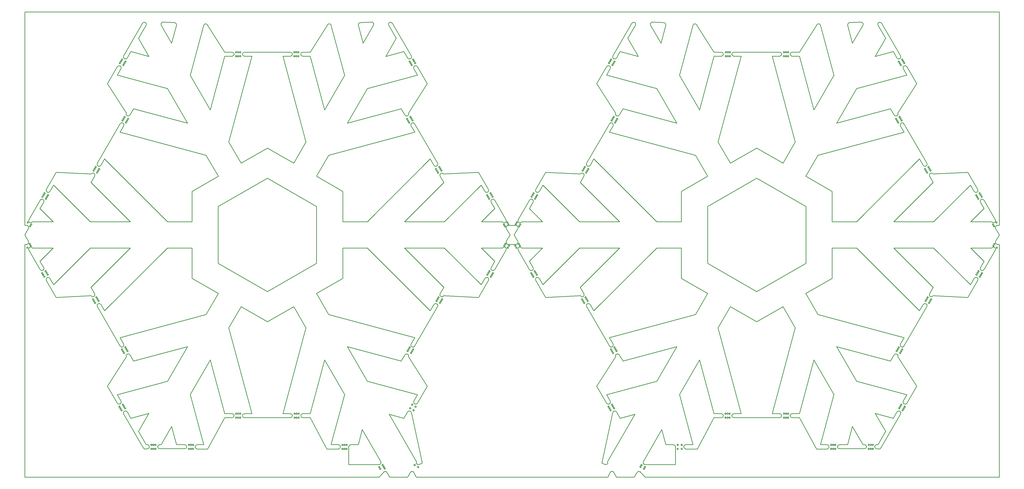
<source format=gbr>
G04 EAGLE Gerber RS-274X export*
G75*
%MOMM*%
%FSLAX34Y34*%
%LPD*%
%IN*%
%IPPOS*%
%AMOC8*
5,1,8,0,0,1.08239X$1,22.5*%
G01*
%ADD10C,0.254000*%


D10*
X-57Y912892D02*
X814Y911390D01*
X3425Y906884D01*
X7778Y899375D01*
X13871Y888862D01*
X14652Y882929D01*
X11009Y878181D01*
X7623Y877149D01*
X0Y877149D01*
X0Y0D01*
X1332434Y0D01*
X1349316Y18270D01*
X1351903Y20685D01*
X1357837Y21467D01*
X1362584Y17823D01*
X1372735Y0D01*
X1439946Y0D01*
X1450097Y17823D01*
X1454845Y21467D01*
X1460779Y20685D01*
X1463365Y18270D01*
X1472434Y0D01*
X2193566Y0D01*
X2202635Y18270D01*
X2205222Y20685D01*
X2211155Y21467D01*
X2215903Y17823D01*
X2226054Y0D01*
X2293265Y0D01*
X2303416Y17823D01*
X2308163Y21467D01*
X2314097Y20685D01*
X2316684Y18270D01*
X2333566Y0D01*
X3666000Y0D01*
X3666000Y877149D01*
X3658377Y877149D01*
X3654991Y878181D01*
X3651348Y882929D01*
X3652129Y888862D01*
X3658222Y899375D01*
X3662575Y906884D01*
X3665186Y911390D01*
X3666057Y912892D01*
X3652129Y936921D01*
X3651348Y942854D01*
X3654991Y947602D01*
X3658377Y948634D01*
X3666000Y948634D01*
X3666000Y1753142D01*
X0Y1753142D01*
X0Y948634D01*
X7623Y948634D01*
X11009Y947602D01*
X14652Y942854D01*
X13871Y936921D01*
X-57Y912892D01*
X1370534Y236791D02*
X1473554Y58453D01*
X1472773Y52520D01*
X1476416Y47772D01*
X1482350Y46991D01*
X1494934Y52891D01*
X1454434Y242891D01*
X1450753Y248642D01*
X1444820Y249423D01*
X1440072Y245780D01*
X1426228Y221814D01*
X1370534Y236791D01*
X622321Y311622D02*
X670681Y131138D01*
X672953Y122651D01*
X648248Y122467D01*
X642719Y120177D01*
X640429Y114648D01*
X642719Y109119D01*
X648434Y105891D01*
X687434Y105891D01*
X751805Y223765D01*
X779479Y223765D01*
X785008Y226056D01*
X787298Y231585D01*
X785008Y237114D01*
X779479Y239404D01*
X751805Y239404D01*
X697544Y441912D01*
X622321Y311622D01*
X2463159Y311622D02*
X2511519Y131138D01*
X2513791Y122651D01*
X2486496Y122467D01*
X2480967Y120177D01*
X2478677Y114648D01*
X2480967Y109119D01*
X2486566Y105891D01*
X2529566Y105891D01*
X2592643Y223765D01*
X2620317Y223765D01*
X2625846Y226056D01*
X2628136Y231585D01*
X2625846Y237114D01*
X2620317Y239404D01*
X2592643Y239404D01*
X2538382Y441912D01*
X2463159Y311622D01*
X1854977Y964166D02*
X1858621Y959418D01*
X1864540Y958633D01*
X1869286Y962252D01*
X1869342Y962280D01*
X1947811Y962280D01*
X1898035Y1012056D01*
X1911858Y1036021D01*
X1912640Y1041954D01*
X1908996Y1046702D01*
X1903063Y1047483D01*
X1898315Y1043840D01*
X1855759Y970099D01*
X1854977Y964166D01*
X2878702Y231585D02*
X2880992Y226056D01*
X2886521Y223765D01*
X2914195Y223765D01*
X2978566Y105891D01*
X3017566Y105891D01*
X3023281Y109119D01*
X3025571Y114648D01*
X3023281Y120177D01*
X3017752Y122467D01*
X2993047Y122651D01*
X2995319Y131138D01*
X3043679Y311622D01*
X2968456Y441912D01*
X2914195Y239404D01*
X2886521Y239404D01*
X2880992Y237114D01*
X2878702Y231585D01*
X3053900Y491475D02*
X3129223Y361011D01*
X3318197Y310375D01*
X3304368Y286409D01*
X3303586Y280476D01*
X3307230Y275728D01*
X3313163Y274947D01*
X3317914Y278590D01*
X3355114Y343022D01*
X3284070Y453285D01*
X3284851Y459219D01*
X3281208Y463966D01*
X3275275Y464748D01*
X3270527Y461104D01*
X3256682Y437139D01*
X3053900Y491475D01*
X3268889Y863503D02*
X3417135Y715257D01*
X3403307Y691291D01*
X3402526Y685358D01*
X3406169Y680610D01*
X3412103Y679829D01*
X3416850Y683472D01*
X3547877Y676881D01*
X3585077Y741313D01*
X3585065Y741313D01*
X3585846Y747246D01*
X3582203Y751994D01*
X3576270Y752775D01*
X3571522Y749132D01*
X3557671Y725167D01*
X3419335Y863503D01*
X3268889Y863503D01*
X1810510Y882929D02*
X1814153Y878181D01*
X1817540Y877149D01*
X1848460Y877149D01*
X1851847Y878181D01*
X1855490Y882929D01*
X1854709Y888862D01*
X1848615Y899375D01*
X1844263Y906884D01*
X1841652Y911390D01*
X1840781Y912892D01*
X1854709Y936921D01*
X1855490Y942854D01*
X1851847Y947602D01*
X1848460Y948634D01*
X1817540Y948634D01*
X1814153Y947602D01*
X1810510Y942854D01*
X1811291Y936921D01*
X1825219Y912892D01*
X1824348Y911390D01*
X1821737Y906884D01*
X1817385Y899375D01*
X1811291Y888862D01*
X1810510Y882929D01*
X1854977Y861617D02*
X1855759Y855683D01*
X1898315Y781943D01*
X1903063Y778299D01*
X1908996Y779081D01*
X1912640Y783828D01*
X1911858Y789762D01*
X1898035Y813726D01*
X1947811Y863503D01*
X1869342Y863503D01*
X1869286Y863530D01*
X1864540Y867149D01*
X1858621Y866365D01*
X1854977Y861617D01*
X1920992Y747246D02*
X1921773Y741313D01*
X1921761Y741313D01*
X1958961Y676881D01*
X2089987Y683472D01*
X2094735Y679829D01*
X2100669Y680610D01*
X2104312Y685358D01*
X2103531Y691291D01*
X2089703Y715257D01*
X2237949Y863503D01*
X2087503Y863503D01*
X1949167Y725167D01*
X1935316Y749132D01*
X1930568Y752775D01*
X1924635Y751994D01*
X1920992Y747246D01*
X2463159Y1514161D02*
X2538382Y1383871D01*
X2592643Y1586379D01*
X2620317Y1586379D01*
X2625846Y1588669D01*
X2628136Y1594198D01*
X2625846Y1599727D01*
X2620317Y1602017D01*
X2592643Y1602017D01*
X2529164Y1701217D01*
X2527546Y1705871D01*
X2523368Y1708661D01*
X2517434Y1707880D01*
X2513791Y1703132D01*
X2511519Y1694645D01*
X2463159Y1514161D01*
X2938181Y691906D02*
X2984054Y612451D01*
X3307814Y525700D01*
X3293985Y501734D01*
X3293203Y495801D01*
X3296847Y491053D01*
X3302780Y490272D01*
X3307528Y493915D01*
X3393393Y642842D01*
X3394174Y648775D01*
X3390531Y653523D01*
X3384597Y654304D01*
X3379850Y650661D01*
X3366005Y626695D01*
X3129197Y863503D01*
X3037252Y863503D01*
X3037252Y749105D01*
X2938181Y691906D01*
X3559027Y863503D02*
X3608803Y813726D01*
X3594979Y789762D01*
X3594198Y783828D01*
X3597841Y779081D01*
X3603775Y778299D01*
X3608523Y781943D01*
X3651079Y855683D01*
X3651860Y861617D01*
X3648217Y866365D01*
X3642298Y867149D01*
X3637552Y863530D01*
X3637496Y863503D01*
X3559027Y863503D01*
X3199069Y1585749D02*
X3267066Y1603968D01*
X3280910Y1580003D01*
X3285658Y1576360D01*
X3291591Y1577141D01*
X3295234Y1581889D01*
X3294453Y1587822D01*
X3223352Y1710961D01*
X3218601Y1714604D01*
X3212668Y1713823D01*
X3209024Y1709075D01*
X3209806Y1703142D01*
X3209811Y1703134D01*
X3238327Y1653745D01*
X3199069Y1585749D01*
X2608228Y1262894D02*
X2654201Y1183265D01*
X2753273Y1240464D01*
X2753565Y1240464D01*
X2852637Y1183265D01*
X2898610Y1262894D01*
X2811932Y1586380D01*
X2839606Y1586379D01*
X2845135Y1588669D01*
X2847425Y1594198D01*
X2845135Y1599727D01*
X2839606Y1602017D01*
X2667232Y1602017D01*
X2661703Y1599727D01*
X2659413Y1594198D01*
X2661703Y1588669D01*
X2667232Y1586379D01*
X2694906Y1586380D01*
X2608228Y1262894D01*
X2211604Y1581889D02*
X2215247Y1577141D01*
X2221180Y1576360D01*
X2225928Y1580003D01*
X2239772Y1603968D01*
X2307769Y1585749D01*
X2268511Y1653745D01*
X2297026Y1703134D01*
X2297032Y1703142D01*
X2297813Y1709075D01*
X2294170Y1713823D01*
X2288237Y1714604D01*
X2283486Y1710961D01*
X2212385Y1587822D01*
X2211604Y1581889D01*
X3095301Y1703142D02*
X3095306Y1703133D01*
X3113525Y1635137D01*
X3152783Y1703134D01*
X3152792Y1703142D01*
X3153573Y1709075D01*
X3149930Y1713823D01*
X3146544Y1714855D01*
X3102719Y1712986D01*
X3100830Y1712719D01*
X3096082Y1709075D01*
X3095301Y1703142D01*
X2938181Y1133876D02*
X3037252Y1076678D01*
X3037252Y962280D01*
X3129197Y962280D01*
X3366005Y1199088D01*
X3379850Y1175121D01*
X3384597Y1171478D01*
X3390531Y1172259D01*
X3394174Y1177007D01*
X3393393Y1182941D01*
X3307528Y1331868D01*
X3302780Y1335511D01*
X3296847Y1334730D01*
X3293203Y1329982D01*
X3293985Y1324048D01*
X3307814Y1300082D01*
X2984054Y1213331D01*
X2938181Y1133876D01*
X1428051Y863503D02*
X1576298Y715257D01*
X1562469Y691291D01*
X1561688Y685358D01*
X1565331Y680610D01*
X1571265Y679829D01*
X1576013Y683472D01*
X1707039Y676881D01*
X1744239Y741313D01*
X1744227Y741313D01*
X1745008Y747246D01*
X1741365Y751994D01*
X1735432Y752775D01*
X1730684Y749132D01*
X1716833Y725167D01*
X1578497Y863503D01*
X1428051Y863503D01*
X1213062Y491475D02*
X1288385Y361011D01*
X1477360Y310375D01*
X1463530Y286409D01*
X1462749Y280476D01*
X1466392Y275728D01*
X1472326Y274947D01*
X1477076Y278590D01*
X1514276Y343022D01*
X1443232Y453285D01*
X1444014Y459219D01*
X1440370Y463966D01*
X1434437Y464748D01*
X1429689Y461104D01*
X1415845Y437139D01*
X1213062Y491475D01*
X1097343Y691906D02*
X1143216Y612451D01*
X1466976Y525700D01*
X1453147Y501734D01*
X1452366Y495801D01*
X1456009Y491053D01*
X1461942Y490272D01*
X1466690Y493915D01*
X1552555Y642842D01*
X1553336Y648775D01*
X1549693Y653523D01*
X1543760Y654304D01*
X1539012Y650661D01*
X1525167Y626695D01*
X1288359Y863503D01*
X1196414Y863503D01*
X1196414Y749105D01*
X1097343Y691906D01*
X310886Y343022D02*
X348086Y278590D01*
X352837Y274947D01*
X358771Y275728D01*
X362414Y280476D01*
X361633Y286409D01*
X347803Y310375D01*
X536777Y361011D01*
X612100Y491475D01*
X409318Y437139D01*
X395473Y461104D01*
X390725Y464748D01*
X384792Y463966D01*
X381149Y459219D01*
X381930Y453285D01*
X310886Y343022D01*
X1358231Y1585749D02*
X1426228Y1603968D01*
X1440072Y1580003D01*
X1444820Y1576360D01*
X1450753Y1577141D01*
X1454397Y1581889D01*
X1453615Y1587822D01*
X1382514Y1710961D01*
X1377764Y1714604D01*
X1371830Y1713823D01*
X1368187Y1709075D01*
X1368968Y1703142D01*
X1368974Y1703134D01*
X1397489Y1653745D01*
X1358231Y1585749D01*
X767390Y1262894D02*
X813363Y1183265D01*
X912435Y1240464D01*
X912727Y1240464D01*
X1011799Y1183265D01*
X1057773Y1262894D01*
X971095Y1586380D01*
X998768Y1586379D01*
X1004297Y1588669D01*
X1006587Y1594198D01*
X1004297Y1599727D01*
X998768Y1602017D01*
X826394Y1602017D01*
X820865Y1599727D01*
X818575Y1594198D01*
X820865Y1588669D01*
X826394Y1586379D01*
X854068Y1586380D01*
X767390Y1262894D01*
X271826Y1177007D02*
X275469Y1172259D01*
X281403Y1171478D01*
X286150Y1175121D01*
X299995Y1199088D01*
X536803Y962280D01*
X628748Y962280D01*
X628748Y1076678D01*
X727819Y1133876D01*
X681946Y1213331D01*
X358186Y1300082D01*
X372015Y1324048D01*
X372797Y1329982D01*
X369153Y1334730D01*
X363220Y1335511D01*
X358472Y1331868D01*
X272607Y1182941D01*
X271826Y1177007D01*
X1037864Y1594198D02*
X1040154Y1588669D01*
X1045683Y1586379D01*
X1073357Y1586379D01*
X1127618Y1383871D01*
X1202841Y1514161D01*
X1154481Y1694645D01*
X1152209Y1703132D01*
X1148566Y1707880D01*
X1142632Y1708661D01*
X1138454Y1705871D01*
X1136836Y1701217D01*
X1073357Y1602017D01*
X1045683Y1602017D01*
X1040154Y1599727D01*
X1037864Y1594198D01*
X1097343Y1133876D02*
X1196414Y1076678D01*
X1196414Y962280D01*
X1288359Y962280D01*
X1525167Y1199088D01*
X1539012Y1175121D01*
X1543760Y1171478D01*
X1549693Y1172259D01*
X1553336Y1177007D01*
X1552555Y1182941D01*
X1466690Y1331868D01*
X1461942Y1335511D01*
X1456009Y1334730D01*
X1452366Y1329982D01*
X1453147Y1324048D01*
X1466976Y1300082D01*
X1143216Y1213331D01*
X1097343Y1133876D01*
X80154Y1078536D02*
X83797Y1073788D01*
X89730Y1073007D01*
X94478Y1076650D01*
X108329Y1100616D01*
X246665Y962280D01*
X397111Y962280D01*
X248865Y1110526D01*
X262693Y1134492D01*
X263474Y1140425D01*
X259831Y1145173D01*
X253897Y1145954D01*
X249150Y1142311D01*
X118123Y1148901D01*
X80923Y1084470D01*
X80935Y1084470D01*
X80154Y1078536D01*
X310886Y1482761D02*
X381930Y1372497D01*
X381149Y1366564D01*
X384792Y1361816D01*
X390725Y1361035D01*
X395473Y1364678D01*
X409318Y1388643D01*
X612100Y1334308D01*
X536777Y1464772D01*
X347803Y1515407D01*
X361633Y1539373D01*
X362414Y1545307D01*
X358771Y1550054D01*
X352837Y1550836D01*
X348086Y1547192D01*
X310886Y1482761D01*
X3197484Y114648D02*
X3199774Y109119D01*
X3205566Y106791D01*
X3217566Y106791D01*
X3223352Y114821D01*
X3294453Y237960D01*
X3295234Y243894D01*
X3291591Y248642D01*
X3285658Y249423D01*
X3280910Y245780D01*
X3267066Y221814D01*
X3199069Y240034D01*
X3238327Y172038D01*
X3209811Y122648D01*
X3205303Y122467D01*
X3199774Y120177D01*
X3197484Y114648D01*
X2326092Y52520D02*
X2329735Y47772D01*
X2335668Y46991D01*
X2447566Y47091D01*
X2447566Y114591D01*
X2445110Y120177D01*
X2439581Y122467D01*
X2411566Y122691D01*
X2396466Y178891D01*
X2326873Y58453D01*
X2326092Y52520D01*
X2112664Y648775D02*
X2113445Y642842D01*
X2199310Y493915D01*
X2204058Y490272D01*
X2209991Y491053D01*
X2213634Y495801D01*
X2212853Y501734D01*
X2199024Y525700D01*
X2522784Y612451D01*
X2568657Y691906D01*
X2469586Y749105D01*
X2469586Y863503D01*
X2377641Y863503D01*
X2140833Y626695D01*
X2126988Y650661D01*
X2122240Y654304D01*
X2116307Y653523D01*
X2112664Y648775D01*
X2151724Y1482761D02*
X2222768Y1372497D01*
X2221986Y1366564D01*
X2225630Y1361816D01*
X2231563Y1361035D01*
X2236311Y1364678D01*
X2250156Y1388643D01*
X2452938Y1334308D01*
X2377615Y1464772D01*
X2188640Y1515407D01*
X2202470Y1539373D01*
X2203251Y1545307D01*
X2199608Y1550054D01*
X2193675Y1550836D01*
X2188924Y1547192D01*
X2151724Y1482761D01*
X512427Y1709075D02*
X513208Y1703142D01*
X513217Y1703134D01*
X552475Y1635137D01*
X570694Y1703133D01*
X570699Y1703142D01*
X569918Y1709075D01*
X565170Y1712719D01*
X563281Y1712986D01*
X519456Y1714855D01*
X516070Y1713823D01*
X512427Y1709075D01*
X14140Y861617D02*
X14921Y855683D01*
X57477Y781943D01*
X62225Y778299D01*
X68159Y779081D01*
X71802Y783828D01*
X71021Y789762D01*
X57197Y813726D01*
X106973Y863503D01*
X28504Y863503D01*
X28448Y863530D01*
X23702Y867149D01*
X17783Y866365D01*
X14140Y861617D01*
X767390Y562888D02*
X854068Y239403D01*
X826394Y239404D01*
X820865Y237114D01*
X818575Y231585D01*
X820865Y226056D01*
X826394Y223765D01*
X998768Y223765D01*
X1004297Y226056D01*
X1006587Y231585D01*
X1004297Y237114D01*
X998768Y239404D01*
X971095Y239403D01*
X1057773Y562888D01*
X1011799Y642517D01*
X912727Y585318D01*
X912435Y585318D01*
X813363Y642517D01*
X767390Y562888D01*
X3268889Y962280D02*
X3419335Y962280D01*
X3557671Y1100616D01*
X3571522Y1076650D01*
X3576270Y1073007D01*
X3582203Y1073788D01*
X3585846Y1078536D01*
X3585065Y1084470D01*
X3585077Y1084470D01*
X3547877Y1148901D01*
X3416850Y1142311D01*
X3412103Y1145954D01*
X3406169Y1145173D01*
X3402526Y1140425D01*
X3403307Y1134492D01*
X3417135Y1110526D01*
X3268889Y962280D01*
X2112664Y1177007D02*
X2116307Y1172259D01*
X2122240Y1171478D01*
X2126988Y1175121D01*
X2140833Y1199088D01*
X2377641Y962280D01*
X2469586Y962280D01*
X2469586Y1076678D01*
X2568657Y1133876D01*
X2522784Y1213331D01*
X2199024Y1300082D01*
X2212853Y1324048D01*
X2213634Y1329982D01*
X2209991Y1334730D01*
X2204058Y1335511D01*
X2199310Y1331868D01*
X2113445Y1182941D01*
X2112664Y1177007D01*
X1213062Y1334308D02*
X1415845Y1388643D01*
X1429689Y1364678D01*
X1434437Y1361035D01*
X1440370Y1361816D01*
X1444014Y1366564D01*
X1443232Y1372497D01*
X1514276Y1482761D01*
X1477076Y1547192D01*
X1472326Y1550836D01*
X1466392Y1550054D01*
X1462749Y1545307D01*
X1463530Y1539373D01*
X1477360Y1515407D01*
X1288385Y1464772D01*
X1213062Y1334308D01*
X2151724Y343022D02*
X2188924Y278590D01*
X2193675Y274947D01*
X2199608Y275728D01*
X2203251Y280476D01*
X2202470Y286409D01*
X2188640Y310375D01*
X2377615Y361011D01*
X2452938Y491475D01*
X2250156Y437139D01*
X2236311Y461104D01*
X2231563Y464748D01*
X2225630Y463966D01*
X2221986Y459219D01*
X2222768Y453285D01*
X2151724Y343022D01*
X80154Y747246D02*
X80935Y741313D01*
X80923Y741313D01*
X118123Y676881D01*
X249150Y683472D01*
X253897Y679829D01*
X259831Y680610D01*
X263474Y685358D01*
X262693Y691291D01*
X248865Y715257D01*
X397111Y863503D01*
X246665Y863503D01*
X108329Y725167D01*
X94478Y749132D01*
X89730Y752775D01*
X83797Y751994D01*
X80154Y747246D01*
X1254464Y1703142D02*
X1254468Y1703133D01*
X1272687Y1635137D01*
X1311945Y1703134D01*
X1311954Y1703142D01*
X1312736Y1709075D01*
X1309092Y1713823D01*
X1305706Y1714855D01*
X1261881Y1712986D01*
X1259993Y1712719D01*
X1255245Y1709075D01*
X1254464Y1703142D01*
X14140Y964166D02*
X17783Y959418D01*
X23702Y958633D01*
X28448Y962252D01*
X28504Y962280D01*
X106973Y962280D01*
X57197Y1012056D01*
X71021Y1036021D01*
X71802Y1041954D01*
X68159Y1046702D01*
X62225Y1047483D01*
X57477Y1043840D01*
X14921Y970099D01*
X14140Y964166D01*
X370766Y1581889D02*
X374409Y1577141D01*
X380342Y1576360D01*
X385090Y1580003D01*
X398934Y1603968D01*
X466931Y1585749D01*
X427673Y1653745D01*
X456189Y1703134D01*
X456194Y1703142D01*
X456976Y1709075D01*
X453332Y1713823D01*
X447399Y1714604D01*
X442648Y1710961D01*
X371547Y1587822D01*
X370766Y1581889D01*
X1718189Y863503D02*
X1767965Y813726D01*
X1754142Y789762D01*
X1753361Y783828D01*
X1757004Y779081D01*
X1762937Y778299D01*
X1767685Y781943D01*
X1810242Y855683D01*
X1811023Y861617D01*
X1807380Y866365D01*
X1801460Y867149D01*
X1796714Y863530D01*
X1796658Y863503D01*
X1718189Y863503D01*
X2878702Y1594198D02*
X2880992Y1588669D01*
X2886521Y1586379D01*
X2914195Y1586379D01*
X2968456Y1383871D01*
X3043679Y1514161D01*
X2995319Y1694645D01*
X2993047Y1703132D01*
X2989403Y1707880D01*
X2983470Y1708661D01*
X2979292Y1705871D01*
X2977673Y1701217D01*
X2914195Y1602017D01*
X2886521Y1602017D01*
X2880992Y1599727D01*
X2878702Y1594198D01*
X1037864Y231585D02*
X1040154Y226056D01*
X1045683Y223765D01*
X1073357Y223765D01*
X1136434Y105891D01*
X1179434Y105891D01*
X1185033Y109119D01*
X1187323Y114648D01*
X1185033Y120177D01*
X1179504Y122467D01*
X1152209Y122651D01*
X1154481Y131138D01*
X1202841Y311622D01*
X1127618Y441912D01*
X1073357Y239404D01*
X1045683Y239404D01*
X1040154Y237114D01*
X1037864Y231585D01*
X1920992Y1078536D02*
X1924635Y1073788D01*
X1930568Y1073007D01*
X1935316Y1076650D01*
X1949167Y1100616D01*
X2087503Y962280D01*
X2237949Y962280D01*
X2089703Y1110526D01*
X2103531Y1134492D01*
X2104312Y1140425D01*
X2100669Y1145173D01*
X2094735Y1145954D01*
X2089987Y1142311D01*
X1958961Y1148901D01*
X1921761Y1084470D01*
X1921773Y1084470D01*
X1920992Y1078536D01*
X2608228Y562888D02*
X2694906Y239403D01*
X2667232Y239404D01*
X2661703Y237114D01*
X2659413Y231585D01*
X2661703Y226056D01*
X2667232Y223765D01*
X2839606Y223765D01*
X2845135Y226056D01*
X2847425Y231585D01*
X2845135Y237114D01*
X2839606Y239404D01*
X2811932Y239403D01*
X2898610Y562888D01*
X2852637Y642517D01*
X2753565Y585318D01*
X2753273Y585318D01*
X2654201Y642517D01*
X2608228Y562888D01*
X622321Y1514161D02*
X697544Y1383871D01*
X751805Y1586379D01*
X779479Y1586379D01*
X785008Y1588669D01*
X787298Y1594198D01*
X785008Y1599727D01*
X779479Y1602017D01*
X751805Y1602017D01*
X688327Y1701217D01*
X686708Y1705871D01*
X682530Y1708661D01*
X676597Y1707880D01*
X672953Y1703132D01*
X670681Y1694645D01*
X622321Y1514161D01*
X3053900Y1334308D02*
X3256682Y1388643D01*
X3270527Y1364678D01*
X3275275Y1361035D01*
X3281208Y1361816D01*
X3284851Y1366564D01*
X3284070Y1372497D01*
X3355114Y1482761D01*
X3317914Y1547192D01*
X3313163Y1550836D01*
X3307230Y1550054D01*
X3303586Y1545307D01*
X3304368Y1539373D01*
X3318197Y1515407D01*
X3129223Y1464772D01*
X3053900Y1334308D01*
X1428051Y962280D02*
X1578497Y962280D01*
X1716833Y1100616D01*
X1730684Y1076650D01*
X1735432Y1073007D01*
X1741365Y1073788D01*
X1745008Y1078536D01*
X1744227Y1084470D01*
X1744239Y1084470D01*
X1707039Y1148901D01*
X1576013Y1142311D01*
X1571265Y1145954D01*
X1565331Y1145173D01*
X1561688Y1140425D01*
X1562469Y1134492D01*
X1576298Y1110526D01*
X1428051Y962280D01*
X370766Y243894D02*
X371547Y237960D01*
X442648Y114821D01*
X448434Y106791D01*
X460434Y106791D01*
X466226Y109119D01*
X468516Y114648D01*
X466226Y120177D01*
X460697Y122467D01*
X456189Y122648D01*
X427673Y172038D01*
X466931Y240034D01*
X398934Y221814D01*
X385090Y245780D01*
X380342Y249423D01*
X374409Y248642D01*
X370766Y243894D01*
X2353265Y1709075D02*
X2354046Y1703142D01*
X2354055Y1703134D01*
X2393313Y1635137D01*
X2411532Y1703133D01*
X2411537Y1703142D01*
X2410755Y1709075D01*
X2406008Y1712719D01*
X2404119Y1712986D01*
X2360294Y1714855D01*
X2356908Y1713823D01*
X2353265Y1709075D01*
X271826Y648775D02*
X272607Y642842D01*
X358472Y493915D01*
X363220Y490272D01*
X369153Y491053D01*
X372797Y495801D01*
X372015Y501734D01*
X358186Y525700D01*
X681946Y612451D01*
X727819Y691906D01*
X628748Y749105D01*
X628748Y863503D01*
X536803Y863503D01*
X299995Y626695D01*
X286150Y650661D01*
X281403Y654304D01*
X275469Y653523D01*
X271826Y648775D01*
X2171066Y52891D02*
X2183650Y46991D01*
X2189584Y47772D01*
X2193227Y52520D01*
X2192446Y58453D01*
X2295466Y236791D01*
X2239772Y221814D01*
X2225928Y245780D01*
X2221180Y249423D01*
X2215247Y248642D01*
X2211566Y242891D01*
X2171066Y52891D01*
X3559027Y962280D02*
X3637496Y962280D01*
X3637552Y962252D01*
X3642298Y958633D01*
X3648217Y959418D01*
X3651860Y964166D01*
X3651079Y970099D01*
X3608523Y1043840D01*
X3603775Y1047483D01*
X3597841Y1046702D01*
X3594198Y1041954D01*
X3594979Y1036021D01*
X3608803Y1012056D01*
X3559027Y962280D01*
X1718189Y962280D02*
X1796658Y962280D01*
X1796714Y962252D01*
X1801460Y958633D01*
X1807380Y959418D01*
X1811023Y964166D01*
X1810242Y970099D01*
X1767685Y1043840D01*
X1762937Y1047483D01*
X1757004Y1046702D01*
X1753361Y1041954D01*
X1754142Y1036021D01*
X1767965Y1012056D01*
X1718189Y962280D01*
X499793Y114648D02*
X502083Y109119D01*
X507612Y106828D01*
X601333Y106828D01*
X606862Y109119D01*
X609152Y114648D01*
X606862Y120177D01*
X601333Y122467D01*
X570694Y122649D01*
X552475Y190645D01*
X513217Y122649D01*
X507612Y122467D01*
X502083Y120177D01*
X499793Y114648D01*
X2568657Y806134D02*
X2753565Y699377D01*
X2938473Y806135D01*
X2938474Y1019649D01*
X2753566Y1126405D01*
X2568658Y1019648D01*
X2568657Y806134D01*
X1218434Y47091D02*
X1330332Y46991D01*
X1336265Y47772D01*
X1339908Y52520D01*
X1339127Y58453D01*
X1269534Y178891D01*
X1254434Y122691D01*
X1226419Y122467D01*
X1220890Y120177D01*
X1218434Y114591D01*
X1218434Y47091D01*
X727526Y1019649D02*
X727527Y806135D01*
X912435Y699377D01*
X1097343Y806134D01*
X1097343Y1019648D01*
X912434Y1126405D01*
X727526Y1019649D01*
X3056848Y114648D02*
X3059138Y109119D01*
X3064667Y106828D01*
X3158388Y106828D01*
X3163917Y109119D01*
X3166207Y114648D01*
X3163917Y120177D01*
X3158388Y122467D01*
X3152783Y122649D01*
X3113525Y190645D01*
X3095306Y122649D01*
X3064667Y122467D01*
X3059138Y120177D01*
X3056848Y114648D01*
X2331570Y31207D02*
X2331509Y30818D01*
X2331387Y30444D01*
X2331208Y30093D01*
X2330977Y29775D01*
X2330699Y29497D01*
X2330380Y29265D01*
X2330030Y29087D01*
X2329656Y28965D01*
X2329267Y28903D01*
X2328873Y28903D01*
X2328485Y28965D01*
X2328110Y29087D01*
X2327760Y29265D01*
X2327441Y29497D01*
X2327163Y29775D01*
X2326932Y30093D01*
X2326753Y30444D01*
X2326632Y30818D01*
X2326570Y31207D01*
X2326570Y31600D01*
X2326632Y31989D01*
X2326753Y32363D01*
X2326932Y32714D01*
X2327163Y33032D01*
X2327441Y33310D01*
X2327760Y33542D01*
X2328110Y33720D01*
X2328485Y33842D01*
X2328873Y33903D01*
X2329267Y33903D01*
X2329656Y33842D01*
X2330030Y33720D01*
X2330380Y33542D01*
X2330699Y33310D01*
X2330977Y33032D01*
X2331208Y32714D01*
X2331387Y32363D01*
X2331509Y31989D01*
X2331570Y31600D01*
X2331570Y31207D01*
X2335320Y37702D02*
X2335259Y37313D01*
X2335137Y36939D01*
X2334958Y36588D01*
X2334727Y36270D01*
X2334449Y35992D01*
X2334130Y35760D01*
X2333780Y35582D01*
X2333406Y35460D01*
X2333017Y35399D01*
X2332623Y35399D01*
X2332235Y35460D01*
X2331860Y35582D01*
X2331510Y35760D01*
X2331191Y35992D01*
X2330913Y36270D01*
X2330682Y36588D01*
X2330503Y36939D01*
X2330382Y37313D01*
X2330320Y37702D01*
X2330320Y38095D01*
X2330382Y38484D01*
X2330503Y38858D01*
X2330682Y39209D01*
X2330913Y39527D01*
X2331191Y39806D01*
X2331510Y40037D01*
X2331860Y40216D01*
X2332235Y40337D01*
X2332623Y40399D01*
X2333017Y40399D01*
X2333406Y40337D01*
X2333780Y40216D01*
X2334130Y40037D01*
X2334449Y39806D01*
X2334727Y39527D01*
X2334958Y39209D01*
X2335137Y38858D01*
X2335259Y38484D01*
X2335320Y38095D01*
X2335320Y37702D01*
X2318580Y38707D02*
X2318518Y38318D01*
X2318397Y37944D01*
X2318218Y37593D01*
X2317987Y37275D01*
X2317708Y36997D01*
X2317390Y36765D01*
X2317039Y36587D01*
X2316665Y36465D01*
X2316276Y36403D01*
X2315883Y36403D01*
X2315494Y36465D01*
X2315120Y36587D01*
X2314769Y36765D01*
X2314451Y36997D01*
X2314173Y37275D01*
X2313942Y37593D01*
X2313763Y37944D01*
X2313641Y38318D01*
X2313580Y38707D01*
X2313580Y39100D01*
X2313641Y39489D01*
X2313763Y39863D01*
X2313942Y40214D01*
X2314173Y40532D01*
X2314451Y40810D01*
X2314769Y41042D01*
X2315120Y41220D01*
X2315494Y41342D01*
X2315883Y41403D01*
X2316276Y41403D01*
X2316665Y41342D01*
X2317039Y41220D01*
X2317390Y41042D01*
X2317708Y40810D01*
X2317987Y40532D01*
X2318218Y40214D01*
X2318397Y39863D01*
X2318518Y39489D01*
X2318580Y39100D01*
X2318580Y38707D01*
X2322330Y45202D02*
X2322268Y44813D01*
X2322147Y44439D01*
X2321968Y44088D01*
X2321737Y43770D01*
X2321458Y43492D01*
X2321140Y43260D01*
X2320789Y43082D01*
X2320415Y42960D01*
X2320026Y42899D01*
X2319633Y42899D01*
X2319244Y42960D01*
X2318870Y43082D01*
X2318519Y43260D01*
X2318201Y43492D01*
X2317923Y43770D01*
X2317692Y44088D01*
X2317513Y44439D01*
X2317391Y44813D01*
X2317330Y45202D01*
X2317330Y45595D01*
X2317391Y45984D01*
X2317513Y46358D01*
X2317692Y46709D01*
X2317923Y47027D01*
X2318201Y47306D01*
X2318519Y47537D01*
X2318870Y47715D01*
X2319244Y47837D01*
X2319633Y47899D01*
X2320026Y47899D01*
X2320415Y47837D01*
X2320789Y47715D01*
X2321140Y47537D01*
X2321458Y47306D01*
X2321737Y47027D01*
X2321968Y46709D01*
X2322147Y46358D01*
X2322268Y45984D01*
X2322330Y45595D01*
X2322330Y45202D01*
X2473622Y121142D02*
X2473560Y120754D01*
X2473439Y120379D01*
X2473260Y120029D01*
X2473029Y119710D01*
X2472751Y119432D01*
X2472432Y119201D01*
X2472082Y119022D01*
X2471707Y118901D01*
X2471319Y118839D01*
X2470925Y118839D01*
X2470537Y118901D01*
X2470162Y119022D01*
X2469812Y119201D01*
X2469493Y119432D01*
X2469215Y119710D01*
X2468984Y120029D01*
X2468805Y120379D01*
X2468684Y120754D01*
X2468622Y121142D01*
X2468622Y121536D01*
X2468684Y121925D01*
X2468805Y122299D01*
X2468984Y122649D01*
X2469215Y122968D01*
X2469493Y123246D01*
X2469812Y123477D01*
X2470162Y123656D01*
X2470537Y123778D01*
X2470925Y123839D01*
X2471319Y123839D01*
X2471707Y123778D01*
X2472082Y123656D01*
X2472432Y123477D01*
X2472751Y123246D01*
X2473029Y122968D01*
X2473260Y122649D01*
X2473439Y122299D01*
X2473560Y121925D01*
X2473622Y121536D01*
X2473622Y121142D01*
X2473622Y106142D02*
X2473560Y105754D01*
X2473439Y105379D01*
X2473260Y105029D01*
X2473029Y104710D01*
X2472751Y104432D01*
X2472432Y104201D01*
X2472082Y104022D01*
X2471707Y103901D01*
X2471319Y103839D01*
X2470925Y103839D01*
X2470537Y103901D01*
X2470162Y104022D01*
X2469812Y104201D01*
X2469493Y104432D01*
X2469215Y104710D01*
X2468984Y105029D01*
X2468805Y105379D01*
X2468684Y105754D01*
X2468622Y106142D01*
X2468622Y106536D01*
X2468684Y106924D01*
X2468805Y107299D01*
X2468984Y107649D01*
X2469215Y107968D01*
X2469493Y108246D01*
X2469812Y108477D01*
X2470162Y108656D01*
X2470537Y108778D01*
X2470925Y108839D01*
X2471319Y108839D01*
X2471707Y108778D01*
X2472082Y108656D01*
X2472432Y108477D01*
X2472751Y108246D01*
X2473029Y107968D01*
X2473260Y107649D01*
X2473439Y107299D01*
X2473560Y106924D01*
X2473622Y106536D01*
X2473622Y106142D01*
X2458309Y121142D02*
X2458247Y120754D01*
X2458126Y120379D01*
X2457947Y120029D01*
X2457716Y119710D01*
X2457438Y119432D01*
X2457119Y119201D01*
X2456769Y119022D01*
X2456394Y118901D01*
X2456006Y118839D01*
X2455612Y118839D01*
X2455223Y118901D01*
X2454849Y119022D01*
X2454499Y119201D01*
X2454180Y119432D01*
X2453902Y119710D01*
X2453671Y120029D01*
X2453492Y120379D01*
X2453370Y120754D01*
X2453309Y121142D01*
X2453309Y121536D01*
X2453370Y121925D01*
X2453492Y122299D01*
X2453671Y122649D01*
X2453902Y122968D01*
X2454180Y123246D01*
X2454499Y123477D01*
X2454849Y123656D01*
X2455223Y123778D01*
X2455612Y123839D01*
X2456006Y123839D01*
X2456394Y123778D01*
X2456769Y123656D01*
X2457119Y123477D01*
X2457438Y123246D01*
X2457716Y122968D01*
X2457947Y122649D01*
X2458126Y122299D01*
X2458247Y121925D01*
X2458309Y121536D01*
X2458309Y121142D01*
X2458309Y106142D02*
X2458247Y105754D01*
X2458126Y105379D01*
X2457947Y105029D01*
X2457716Y104710D01*
X2457438Y104432D01*
X2457119Y104201D01*
X2456769Y104022D01*
X2456394Y103901D01*
X2456006Y103839D01*
X2455612Y103839D01*
X2455223Y103901D01*
X2454849Y104022D01*
X2454499Y104201D01*
X2454180Y104432D01*
X2453902Y104710D01*
X2453671Y105029D01*
X2453492Y105379D01*
X2453370Y105754D01*
X2453309Y106142D01*
X2453309Y106536D01*
X2453370Y106924D01*
X2453492Y107299D01*
X2453671Y107649D01*
X2453902Y107968D01*
X2454180Y108246D01*
X2454499Y108477D01*
X2454849Y108656D01*
X2455223Y108778D01*
X2455612Y108839D01*
X2456006Y108839D01*
X2456394Y108778D01*
X2456769Y108656D01*
X2457119Y108477D01*
X2457438Y108246D01*
X2457716Y107968D01*
X2457947Y107649D01*
X2458126Y107299D01*
X2458247Y106924D01*
X2458309Y106536D01*
X2458309Y106142D01*
X2653740Y238955D02*
X2653679Y238567D01*
X2653557Y238193D01*
X2653378Y237842D01*
X2653147Y237524D01*
X2652869Y237245D01*
X2652550Y237014D01*
X2652200Y236835D01*
X2651826Y236714D01*
X2651437Y236652D01*
X2651043Y236652D01*
X2650655Y236714D01*
X2650280Y236835D01*
X2649930Y237014D01*
X2649611Y237245D01*
X2649333Y237524D01*
X2649102Y237842D01*
X2648923Y238193D01*
X2648802Y238567D01*
X2648740Y238955D01*
X2648740Y239349D01*
X2648802Y239738D01*
X2648923Y240112D01*
X2649102Y240463D01*
X2649333Y240781D01*
X2649611Y241059D01*
X2649930Y241290D01*
X2650280Y241469D01*
X2650655Y241591D01*
X2651043Y241652D01*
X2651437Y241652D01*
X2651826Y241591D01*
X2652200Y241469D01*
X2652550Y241290D01*
X2652869Y241059D01*
X2653147Y240781D01*
X2653378Y240463D01*
X2653557Y240112D01*
X2653679Y239738D01*
X2653740Y239349D01*
X2653740Y238955D01*
X2646240Y238955D02*
X2646179Y238567D01*
X2646057Y238193D01*
X2645878Y237842D01*
X2645647Y237524D01*
X2645369Y237245D01*
X2645050Y237014D01*
X2644700Y236835D01*
X2644326Y236714D01*
X2643937Y236652D01*
X2643543Y236652D01*
X2643155Y236714D01*
X2642780Y236835D01*
X2642430Y237014D01*
X2642111Y237245D01*
X2641833Y237524D01*
X2641602Y237842D01*
X2641423Y238193D01*
X2641302Y238567D01*
X2641240Y238955D01*
X2641240Y239349D01*
X2641302Y239738D01*
X2641423Y240112D01*
X2641602Y240463D01*
X2641833Y240781D01*
X2642111Y241059D01*
X2642430Y241290D01*
X2642780Y241469D01*
X2643155Y241591D01*
X2643543Y241652D01*
X2643937Y241652D01*
X2644326Y241591D01*
X2644700Y241469D01*
X2645050Y241290D01*
X2645369Y241059D01*
X2645647Y240781D01*
X2645878Y240463D01*
X2646057Y240112D01*
X2646179Y239738D01*
X2646240Y239349D01*
X2646240Y238955D01*
X2653740Y223955D02*
X2653679Y223567D01*
X2653557Y223193D01*
X2653378Y222842D01*
X2653147Y222524D01*
X2652869Y222245D01*
X2652550Y222014D01*
X2652200Y221835D01*
X2651826Y221714D01*
X2651437Y221652D01*
X2651043Y221652D01*
X2650655Y221714D01*
X2650280Y221835D01*
X2649930Y222014D01*
X2649611Y222245D01*
X2649333Y222524D01*
X2649102Y222842D01*
X2648923Y223193D01*
X2648802Y223567D01*
X2648740Y223955D01*
X2648740Y224349D01*
X2648802Y224738D01*
X2648923Y225112D01*
X2649102Y225462D01*
X2649333Y225781D01*
X2649611Y226059D01*
X2649930Y226290D01*
X2650280Y226469D01*
X2650655Y226591D01*
X2651043Y226652D01*
X2651437Y226652D01*
X2651826Y226591D01*
X2652200Y226469D01*
X2652550Y226290D01*
X2652869Y226059D01*
X2653147Y225781D01*
X2653378Y225462D01*
X2653557Y225112D01*
X2653679Y224738D01*
X2653740Y224349D01*
X2653740Y223955D01*
X2646240Y223955D02*
X2646179Y223567D01*
X2646057Y223193D01*
X2645878Y222842D01*
X2645647Y222524D01*
X2645369Y222245D01*
X2645050Y222014D01*
X2644700Y221835D01*
X2644326Y221714D01*
X2643937Y221652D01*
X2643543Y221652D01*
X2643155Y221714D01*
X2642780Y221835D01*
X2642430Y222014D01*
X2642111Y222245D01*
X2641833Y222524D01*
X2641602Y222842D01*
X2641423Y223193D01*
X2641302Y223567D01*
X2641240Y223955D01*
X2641240Y224349D01*
X2641302Y224738D01*
X2641423Y225112D01*
X2641602Y225462D01*
X2641833Y225781D01*
X2642111Y226059D01*
X2642430Y226290D01*
X2642780Y226469D01*
X2643155Y226591D01*
X2643543Y226652D01*
X2643937Y226652D01*
X2644326Y226591D01*
X2644700Y226469D01*
X2645050Y226290D01*
X2645369Y226059D01*
X2645647Y225781D01*
X2645878Y225462D01*
X2646057Y225112D01*
X2646179Y224738D01*
X2646240Y224349D01*
X2646240Y223955D01*
X2638427Y238955D02*
X2638365Y238567D01*
X2638244Y238193D01*
X2638065Y237842D01*
X2637834Y237524D01*
X2637556Y237245D01*
X2637237Y237014D01*
X2636887Y236835D01*
X2636512Y236714D01*
X2636124Y236652D01*
X2635730Y236652D01*
X2635342Y236714D01*
X2634967Y236835D01*
X2634617Y237014D01*
X2634298Y237245D01*
X2634020Y237524D01*
X2633789Y237842D01*
X2633610Y238193D01*
X2633489Y238567D01*
X2633427Y238955D01*
X2633427Y239349D01*
X2633489Y239738D01*
X2633610Y240112D01*
X2633789Y240463D01*
X2634020Y240781D01*
X2634298Y241059D01*
X2634617Y241290D01*
X2634967Y241469D01*
X2635342Y241591D01*
X2635730Y241652D01*
X2636124Y241652D01*
X2636512Y241591D01*
X2636887Y241469D01*
X2637237Y241290D01*
X2637556Y241059D01*
X2637834Y240781D01*
X2638065Y240463D01*
X2638244Y240112D01*
X2638365Y239738D01*
X2638427Y239349D01*
X2638427Y238955D01*
X2638427Y223955D02*
X2638365Y223567D01*
X2638244Y223193D01*
X2638065Y222842D01*
X2637834Y222524D01*
X2637556Y222245D01*
X2637237Y222014D01*
X2636887Y221835D01*
X2636512Y221714D01*
X2636124Y221652D01*
X2635730Y221652D01*
X2635342Y221714D01*
X2634967Y221835D01*
X2634617Y222014D01*
X2634298Y222245D01*
X2634020Y222524D01*
X2633789Y222842D01*
X2633610Y223193D01*
X2633489Y223567D01*
X2633427Y223955D01*
X2633427Y224349D01*
X2633489Y224738D01*
X2633610Y225112D01*
X2633789Y225462D01*
X2634020Y225781D01*
X2634298Y226059D01*
X2634617Y226290D01*
X2634967Y226469D01*
X2635342Y226591D01*
X2635730Y226652D01*
X2636124Y226652D01*
X2636512Y226591D01*
X2636887Y226469D01*
X2637237Y226290D01*
X2637556Y226059D01*
X2637834Y225781D01*
X2638065Y225462D01*
X2638244Y225112D01*
X2638365Y224738D01*
X2638427Y224349D01*
X2638427Y223955D01*
X2873740Y238955D02*
X2873679Y238567D01*
X2873557Y238193D01*
X2873378Y237842D01*
X2873147Y237524D01*
X2872869Y237245D01*
X2872550Y237014D01*
X2872200Y236835D01*
X2871826Y236714D01*
X2871437Y236652D01*
X2871043Y236652D01*
X2870655Y236714D01*
X2870280Y236835D01*
X2869930Y237014D01*
X2869611Y237245D01*
X2869333Y237524D01*
X2869102Y237842D01*
X2868923Y238193D01*
X2868802Y238567D01*
X2868740Y238955D01*
X2868740Y239349D01*
X2868802Y239738D01*
X2868923Y240112D01*
X2869102Y240463D01*
X2869333Y240781D01*
X2869611Y241059D01*
X2869930Y241290D01*
X2870280Y241469D01*
X2870655Y241591D01*
X2871043Y241652D01*
X2871437Y241652D01*
X2871826Y241591D01*
X2872200Y241469D01*
X2872550Y241290D01*
X2872869Y241059D01*
X2873147Y240781D01*
X2873378Y240463D01*
X2873557Y240112D01*
X2873679Y239738D01*
X2873740Y239349D01*
X2873740Y238955D01*
X2866240Y238955D02*
X2866179Y238567D01*
X2866057Y238193D01*
X2865878Y237842D01*
X2865647Y237524D01*
X2865369Y237245D01*
X2865050Y237014D01*
X2864700Y236835D01*
X2864326Y236714D01*
X2863937Y236652D01*
X2863543Y236652D01*
X2863155Y236714D01*
X2862780Y236835D01*
X2862430Y237014D01*
X2862111Y237245D01*
X2861833Y237524D01*
X2861602Y237842D01*
X2861423Y238193D01*
X2861302Y238567D01*
X2861240Y238955D01*
X2861240Y239349D01*
X2861302Y239738D01*
X2861423Y240112D01*
X2861602Y240463D01*
X2861833Y240781D01*
X2862111Y241059D01*
X2862430Y241290D01*
X2862780Y241469D01*
X2863155Y241591D01*
X2863543Y241652D01*
X2863937Y241652D01*
X2864326Y241591D01*
X2864700Y241469D01*
X2865050Y241290D01*
X2865369Y241059D01*
X2865647Y240781D01*
X2865878Y240463D01*
X2866057Y240112D01*
X2866179Y239738D01*
X2866240Y239349D01*
X2866240Y238955D01*
X2873740Y223955D02*
X2873679Y223567D01*
X2873557Y223193D01*
X2873378Y222842D01*
X2873147Y222524D01*
X2872869Y222245D01*
X2872550Y222014D01*
X2872200Y221835D01*
X2871826Y221714D01*
X2871437Y221652D01*
X2871043Y221652D01*
X2870655Y221714D01*
X2870280Y221835D01*
X2869930Y222014D01*
X2869611Y222245D01*
X2869333Y222524D01*
X2869102Y222842D01*
X2868923Y223193D01*
X2868802Y223567D01*
X2868740Y223955D01*
X2868740Y224349D01*
X2868802Y224738D01*
X2868923Y225112D01*
X2869102Y225462D01*
X2869333Y225781D01*
X2869611Y226059D01*
X2869930Y226290D01*
X2870280Y226469D01*
X2870655Y226591D01*
X2871043Y226652D01*
X2871437Y226652D01*
X2871826Y226591D01*
X2872200Y226469D01*
X2872550Y226290D01*
X2872869Y226059D01*
X2873147Y225781D01*
X2873378Y225462D01*
X2873557Y225112D01*
X2873679Y224738D01*
X2873740Y224349D01*
X2873740Y223955D01*
X2866240Y223955D02*
X2866179Y223567D01*
X2866057Y223193D01*
X2865878Y222842D01*
X2865647Y222524D01*
X2865369Y222245D01*
X2865050Y222014D01*
X2864700Y221835D01*
X2864326Y221714D01*
X2863937Y221652D01*
X2863543Y221652D01*
X2863155Y221714D01*
X2862780Y221835D01*
X2862430Y222014D01*
X2862111Y222245D01*
X2861833Y222524D01*
X2861602Y222842D01*
X2861423Y223193D01*
X2861302Y223567D01*
X2861240Y223955D01*
X2861240Y224349D01*
X2861302Y224738D01*
X2861423Y225112D01*
X2861602Y225462D01*
X2861833Y225781D01*
X2862111Y226059D01*
X2862430Y226290D01*
X2862780Y226469D01*
X2863155Y226591D01*
X2863543Y226652D01*
X2863937Y226652D01*
X2864326Y226591D01*
X2864700Y226469D01*
X2865050Y226290D01*
X2865369Y226059D01*
X2865647Y225781D01*
X2865878Y225462D01*
X2866057Y225112D01*
X2866179Y224738D01*
X2866240Y224349D01*
X2866240Y223955D01*
X2858427Y238955D02*
X2858365Y238567D01*
X2858244Y238193D01*
X2858065Y237842D01*
X2857834Y237524D01*
X2857556Y237245D01*
X2857237Y237014D01*
X2856887Y236835D01*
X2856512Y236714D01*
X2856124Y236652D01*
X2855730Y236652D01*
X2855342Y236714D01*
X2854967Y236835D01*
X2854617Y237014D01*
X2854298Y237245D01*
X2854020Y237524D01*
X2853789Y237842D01*
X2853610Y238193D01*
X2853489Y238567D01*
X2853427Y238955D01*
X2853427Y239349D01*
X2853489Y239738D01*
X2853610Y240112D01*
X2853789Y240463D01*
X2854020Y240781D01*
X2854298Y241059D01*
X2854617Y241290D01*
X2854967Y241469D01*
X2855342Y241591D01*
X2855730Y241652D01*
X2856124Y241652D01*
X2856512Y241591D01*
X2856887Y241469D01*
X2857237Y241290D01*
X2857556Y241059D01*
X2857834Y240781D01*
X2858065Y240463D01*
X2858244Y240112D01*
X2858365Y239738D01*
X2858427Y239349D01*
X2858427Y238955D01*
X2858427Y223955D02*
X2858365Y223567D01*
X2858244Y223193D01*
X2858065Y222842D01*
X2857834Y222524D01*
X2857556Y222245D01*
X2857237Y222014D01*
X2856887Y221835D01*
X2856512Y221714D01*
X2856124Y221652D01*
X2855730Y221652D01*
X2855342Y221714D01*
X2854967Y221835D01*
X2854617Y222014D01*
X2854298Y222245D01*
X2854020Y222524D01*
X2853789Y222842D01*
X2853610Y223193D01*
X2853489Y223567D01*
X2853427Y223955D01*
X2853427Y224349D01*
X2853489Y224738D01*
X2853610Y225112D01*
X2853789Y225462D01*
X2854020Y225781D01*
X2854298Y226059D01*
X2854617Y226290D01*
X2854967Y226469D01*
X2855342Y226591D01*
X2855730Y226652D01*
X2856124Y226652D01*
X2856512Y226591D01*
X2856887Y226469D01*
X2857237Y226290D01*
X2857556Y226059D01*
X2857834Y225781D01*
X2858065Y225462D01*
X2858244Y225112D01*
X2858365Y224738D01*
X2858427Y224349D01*
X2858427Y223955D01*
X3051240Y121455D02*
X3051179Y121067D01*
X3051057Y120693D01*
X3050878Y120342D01*
X3050647Y120024D01*
X3050369Y119745D01*
X3050050Y119514D01*
X3049700Y119335D01*
X3049326Y119214D01*
X3048937Y119152D01*
X3048543Y119152D01*
X3048155Y119214D01*
X3047780Y119335D01*
X3047430Y119514D01*
X3047111Y119745D01*
X3046833Y120024D01*
X3046602Y120342D01*
X3046423Y120693D01*
X3046302Y121067D01*
X3046240Y121455D01*
X3046240Y121849D01*
X3046302Y122238D01*
X3046423Y122612D01*
X3046602Y122963D01*
X3046833Y123281D01*
X3047111Y123559D01*
X3047430Y123790D01*
X3047780Y123969D01*
X3048155Y124091D01*
X3048543Y124152D01*
X3048937Y124152D01*
X3049326Y124091D01*
X3049700Y123969D01*
X3050050Y123790D01*
X3050369Y123559D01*
X3050647Y123281D01*
X3050878Y122963D01*
X3051057Y122612D01*
X3051179Y122238D01*
X3051240Y121849D01*
X3051240Y121455D01*
X3043740Y121455D02*
X3043679Y121067D01*
X3043557Y120693D01*
X3043378Y120342D01*
X3043147Y120024D01*
X3042869Y119745D01*
X3042550Y119514D01*
X3042200Y119335D01*
X3041826Y119214D01*
X3041437Y119152D01*
X3041043Y119152D01*
X3040655Y119214D01*
X3040280Y119335D01*
X3039930Y119514D01*
X3039611Y119745D01*
X3039333Y120024D01*
X3039102Y120342D01*
X3038923Y120693D01*
X3038802Y121067D01*
X3038740Y121455D01*
X3038740Y121849D01*
X3038802Y122238D01*
X3038923Y122612D01*
X3039102Y122963D01*
X3039333Y123281D01*
X3039611Y123559D01*
X3039930Y123790D01*
X3040280Y123969D01*
X3040655Y124091D01*
X3041043Y124152D01*
X3041437Y124152D01*
X3041826Y124091D01*
X3042200Y123969D01*
X3042550Y123790D01*
X3042869Y123559D01*
X3043147Y123281D01*
X3043378Y122963D01*
X3043557Y122612D01*
X3043679Y122238D01*
X3043740Y121849D01*
X3043740Y121455D01*
X3051240Y106455D02*
X3051179Y106067D01*
X3051057Y105693D01*
X3050878Y105342D01*
X3050647Y105024D01*
X3050369Y104745D01*
X3050050Y104514D01*
X3049700Y104335D01*
X3049326Y104214D01*
X3048937Y104152D01*
X3048543Y104152D01*
X3048155Y104214D01*
X3047780Y104335D01*
X3047430Y104514D01*
X3047111Y104745D01*
X3046833Y105024D01*
X3046602Y105342D01*
X3046423Y105693D01*
X3046302Y106067D01*
X3046240Y106455D01*
X3046240Y106849D01*
X3046302Y107238D01*
X3046423Y107612D01*
X3046602Y107962D01*
X3046833Y108281D01*
X3047111Y108559D01*
X3047430Y108790D01*
X3047780Y108969D01*
X3048155Y109091D01*
X3048543Y109152D01*
X3048937Y109152D01*
X3049326Y109091D01*
X3049700Y108969D01*
X3050050Y108790D01*
X3050369Y108559D01*
X3050647Y108281D01*
X3050878Y107962D01*
X3051057Y107612D01*
X3051179Y107238D01*
X3051240Y106849D01*
X3051240Y106455D01*
X3043740Y106455D02*
X3043679Y106067D01*
X3043557Y105693D01*
X3043378Y105342D01*
X3043147Y105024D01*
X3042869Y104745D01*
X3042550Y104514D01*
X3042200Y104335D01*
X3041826Y104214D01*
X3041437Y104152D01*
X3041043Y104152D01*
X3040655Y104214D01*
X3040280Y104335D01*
X3039930Y104514D01*
X3039611Y104745D01*
X3039333Y105024D01*
X3039102Y105342D01*
X3038923Y105693D01*
X3038802Y106067D01*
X3038740Y106455D01*
X3038740Y106849D01*
X3038802Y107238D01*
X3038923Y107612D01*
X3039102Y107962D01*
X3039333Y108281D01*
X3039611Y108559D01*
X3039930Y108790D01*
X3040280Y108969D01*
X3040655Y109091D01*
X3041043Y109152D01*
X3041437Y109152D01*
X3041826Y109091D01*
X3042200Y108969D01*
X3042550Y108790D01*
X3042869Y108559D01*
X3043147Y108281D01*
X3043378Y107962D01*
X3043557Y107612D01*
X3043679Y107238D01*
X3043740Y106849D01*
X3043740Y106455D01*
X3035927Y121455D02*
X3035865Y121067D01*
X3035744Y120693D01*
X3035565Y120342D01*
X3035334Y120024D01*
X3035056Y119745D01*
X3034737Y119514D01*
X3034387Y119335D01*
X3034012Y119214D01*
X3033624Y119152D01*
X3033230Y119152D01*
X3032842Y119214D01*
X3032467Y119335D01*
X3032117Y119514D01*
X3031798Y119745D01*
X3031520Y120024D01*
X3031289Y120342D01*
X3031110Y120693D01*
X3030989Y121067D01*
X3030927Y121455D01*
X3030927Y121849D01*
X3030989Y122238D01*
X3031110Y122612D01*
X3031289Y122963D01*
X3031520Y123281D01*
X3031798Y123559D01*
X3032117Y123790D01*
X3032467Y123969D01*
X3032842Y124091D01*
X3033230Y124152D01*
X3033624Y124152D01*
X3034012Y124091D01*
X3034387Y123969D01*
X3034737Y123790D01*
X3035056Y123559D01*
X3035334Y123281D01*
X3035565Y122963D01*
X3035744Y122612D01*
X3035865Y122238D01*
X3035927Y121849D01*
X3035927Y121455D01*
X3035927Y106455D02*
X3035865Y106067D01*
X3035744Y105693D01*
X3035565Y105342D01*
X3035334Y105024D01*
X3035056Y104745D01*
X3034737Y104514D01*
X3034387Y104335D01*
X3034012Y104214D01*
X3033624Y104152D01*
X3033230Y104152D01*
X3032842Y104214D01*
X3032467Y104335D01*
X3032117Y104514D01*
X3031798Y104745D01*
X3031520Y105024D01*
X3031289Y105342D01*
X3031110Y105693D01*
X3030989Y106067D01*
X3030927Y106455D01*
X3030927Y106849D01*
X3030989Y107238D01*
X3031110Y107612D01*
X3031289Y107962D01*
X3031520Y108281D01*
X3031798Y108559D01*
X3032117Y108790D01*
X3032467Y108969D01*
X3032842Y109091D01*
X3033230Y109152D01*
X3033624Y109152D01*
X3034012Y109091D01*
X3034387Y108969D01*
X3034737Y108790D01*
X3035056Y108559D01*
X3035334Y108281D01*
X3035565Y107962D01*
X3035744Y107612D01*
X3035865Y107238D01*
X3035927Y106849D01*
X3035927Y106455D01*
X3192490Y121455D02*
X3192429Y121067D01*
X3192307Y120693D01*
X3192128Y120342D01*
X3191897Y120024D01*
X3191619Y119745D01*
X3191300Y119514D01*
X3190950Y119335D01*
X3190576Y119214D01*
X3190187Y119152D01*
X3189793Y119152D01*
X3189405Y119214D01*
X3189030Y119335D01*
X3188680Y119514D01*
X3188361Y119745D01*
X3188083Y120024D01*
X3187852Y120342D01*
X3187673Y120693D01*
X3187552Y121067D01*
X3187490Y121455D01*
X3187490Y121849D01*
X3187552Y122238D01*
X3187673Y122612D01*
X3187852Y122963D01*
X3188083Y123281D01*
X3188361Y123559D01*
X3188680Y123790D01*
X3189030Y123969D01*
X3189405Y124091D01*
X3189793Y124152D01*
X3190187Y124152D01*
X3190576Y124091D01*
X3190950Y123969D01*
X3191300Y123790D01*
X3191619Y123559D01*
X3191897Y123281D01*
X3192128Y122963D01*
X3192307Y122612D01*
X3192429Y122238D01*
X3192490Y121849D01*
X3192490Y121455D01*
X3184990Y121455D02*
X3184929Y121067D01*
X3184807Y120693D01*
X3184628Y120342D01*
X3184397Y120024D01*
X3184119Y119745D01*
X3183800Y119514D01*
X3183450Y119335D01*
X3183076Y119214D01*
X3182687Y119152D01*
X3182293Y119152D01*
X3181905Y119214D01*
X3181530Y119335D01*
X3181180Y119514D01*
X3180861Y119745D01*
X3180583Y120024D01*
X3180352Y120342D01*
X3180173Y120693D01*
X3180052Y121067D01*
X3179990Y121455D01*
X3179990Y121849D01*
X3180052Y122238D01*
X3180173Y122612D01*
X3180352Y122963D01*
X3180583Y123281D01*
X3180861Y123559D01*
X3181180Y123790D01*
X3181530Y123969D01*
X3181905Y124091D01*
X3182293Y124152D01*
X3182687Y124152D01*
X3183076Y124091D01*
X3183450Y123969D01*
X3183800Y123790D01*
X3184119Y123559D01*
X3184397Y123281D01*
X3184628Y122963D01*
X3184807Y122612D01*
X3184929Y122238D01*
X3184990Y121849D01*
X3184990Y121455D01*
X3192490Y106455D02*
X3192429Y106067D01*
X3192307Y105693D01*
X3192128Y105342D01*
X3191897Y105024D01*
X3191619Y104745D01*
X3191300Y104514D01*
X3190950Y104335D01*
X3190576Y104214D01*
X3190187Y104152D01*
X3189793Y104152D01*
X3189405Y104214D01*
X3189030Y104335D01*
X3188680Y104514D01*
X3188361Y104745D01*
X3188083Y105024D01*
X3187852Y105342D01*
X3187673Y105693D01*
X3187552Y106067D01*
X3187490Y106455D01*
X3187490Y106849D01*
X3187552Y107238D01*
X3187673Y107612D01*
X3187852Y107962D01*
X3188083Y108281D01*
X3188361Y108559D01*
X3188680Y108790D01*
X3189030Y108969D01*
X3189405Y109091D01*
X3189793Y109152D01*
X3190187Y109152D01*
X3190576Y109091D01*
X3190950Y108969D01*
X3191300Y108790D01*
X3191619Y108559D01*
X3191897Y108281D01*
X3192128Y107962D01*
X3192307Y107612D01*
X3192429Y107238D01*
X3192490Y106849D01*
X3192490Y106455D01*
X3184990Y106455D02*
X3184929Y106067D01*
X3184807Y105693D01*
X3184628Y105342D01*
X3184397Y105024D01*
X3184119Y104745D01*
X3183800Y104514D01*
X3183450Y104335D01*
X3183076Y104214D01*
X3182687Y104152D01*
X3182293Y104152D01*
X3181905Y104214D01*
X3181530Y104335D01*
X3181180Y104514D01*
X3180861Y104745D01*
X3180583Y105024D01*
X3180352Y105342D01*
X3180173Y105693D01*
X3180052Y106067D01*
X3179990Y106455D01*
X3179990Y106849D01*
X3180052Y107238D01*
X3180173Y107612D01*
X3180352Y107962D01*
X3180583Y108281D01*
X3180861Y108559D01*
X3181180Y108790D01*
X3181530Y108969D01*
X3181905Y109091D01*
X3182293Y109152D01*
X3182687Y109152D01*
X3183076Y109091D01*
X3183450Y108969D01*
X3183800Y108790D01*
X3184119Y108559D01*
X3184397Y108281D01*
X3184628Y107962D01*
X3184807Y107612D01*
X3184929Y107238D01*
X3184990Y106849D01*
X3184990Y106455D01*
X3177177Y121455D02*
X3177115Y121067D01*
X3176994Y120693D01*
X3176815Y120342D01*
X3176584Y120024D01*
X3176306Y119745D01*
X3175987Y119514D01*
X3175637Y119335D01*
X3175262Y119214D01*
X3174874Y119152D01*
X3174480Y119152D01*
X3174092Y119214D01*
X3173717Y119335D01*
X3173367Y119514D01*
X3173048Y119745D01*
X3172770Y120024D01*
X3172539Y120342D01*
X3172360Y120693D01*
X3172239Y121067D01*
X3172177Y121455D01*
X3172177Y121849D01*
X3172239Y122238D01*
X3172360Y122612D01*
X3172539Y122963D01*
X3172770Y123281D01*
X3173048Y123559D01*
X3173367Y123790D01*
X3173717Y123969D01*
X3174092Y124091D01*
X3174480Y124152D01*
X3174874Y124152D01*
X3175262Y124091D01*
X3175637Y123969D01*
X3175987Y123790D01*
X3176306Y123559D01*
X3176584Y123281D01*
X3176815Y122963D01*
X3176994Y122612D01*
X3177115Y122238D01*
X3177177Y121849D01*
X3177177Y121455D01*
X3177177Y106455D02*
X3177115Y106067D01*
X3176994Y105693D01*
X3176815Y105342D01*
X3176584Y105024D01*
X3176306Y104745D01*
X3175987Y104514D01*
X3175637Y104335D01*
X3175262Y104214D01*
X3174874Y104152D01*
X3174480Y104152D01*
X3174092Y104214D01*
X3173717Y104335D01*
X3173367Y104514D01*
X3173048Y104745D01*
X3172770Y105024D01*
X3172539Y105342D01*
X3172360Y105693D01*
X3172239Y106067D01*
X3172177Y106455D01*
X3172177Y106849D01*
X3172239Y107238D01*
X3172360Y107612D01*
X3172539Y107962D01*
X3172770Y108281D01*
X3173048Y108559D01*
X3173367Y108790D01*
X3173717Y108969D01*
X3174092Y109091D01*
X3174480Y109152D01*
X3174874Y109152D01*
X3175262Y109091D01*
X3175637Y108969D01*
X3175987Y108790D01*
X3176306Y108559D01*
X3176584Y108281D01*
X3176815Y107962D01*
X3176994Y107612D01*
X3177115Y107238D01*
X3177177Y106849D01*
X3177177Y106455D01*
X2654990Y1601455D02*
X2654929Y1601067D01*
X2654807Y1600693D01*
X2654628Y1600342D01*
X2654397Y1600024D01*
X2654119Y1599745D01*
X2653800Y1599514D01*
X2653450Y1599335D01*
X2653076Y1599214D01*
X2652687Y1599152D01*
X2652293Y1599152D01*
X2651905Y1599214D01*
X2651530Y1599335D01*
X2651180Y1599514D01*
X2650861Y1599745D01*
X2650583Y1600024D01*
X2650352Y1600342D01*
X2650173Y1600693D01*
X2650052Y1601067D01*
X2649990Y1601455D01*
X2649990Y1601849D01*
X2650052Y1602238D01*
X2650173Y1602612D01*
X2650352Y1602963D01*
X2650583Y1603281D01*
X2650861Y1603559D01*
X2651180Y1603790D01*
X2651530Y1603969D01*
X2651905Y1604091D01*
X2652293Y1604152D01*
X2652687Y1604152D01*
X2653076Y1604091D01*
X2653450Y1603969D01*
X2653800Y1603790D01*
X2654119Y1603559D01*
X2654397Y1603281D01*
X2654628Y1602963D01*
X2654807Y1602612D01*
X2654929Y1602238D01*
X2654990Y1601849D01*
X2654990Y1601455D01*
X2647490Y1601455D02*
X2647429Y1601067D01*
X2647307Y1600693D01*
X2647128Y1600342D01*
X2646897Y1600024D01*
X2646619Y1599745D01*
X2646300Y1599514D01*
X2645950Y1599335D01*
X2645576Y1599214D01*
X2645187Y1599152D01*
X2644793Y1599152D01*
X2644405Y1599214D01*
X2644030Y1599335D01*
X2643680Y1599514D01*
X2643361Y1599745D01*
X2643083Y1600024D01*
X2642852Y1600342D01*
X2642673Y1600693D01*
X2642552Y1601067D01*
X2642490Y1601455D01*
X2642490Y1601849D01*
X2642552Y1602238D01*
X2642673Y1602612D01*
X2642852Y1602963D01*
X2643083Y1603281D01*
X2643361Y1603559D01*
X2643680Y1603790D01*
X2644030Y1603969D01*
X2644405Y1604091D01*
X2644793Y1604152D01*
X2645187Y1604152D01*
X2645576Y1604091D01*
X2645950Y1603969D01*
X2646300Y1603790D01*
X2646619Y1603559D01*
X2646897Y1603281D01*
X2647128Y1602963D01*
X2647307Y1602612D01*
X2647429Y1602238D01*
X2647490Y1601849D01*
X2647490Y1601455D01*
X2654990Y1586455D02*
X2654929Y1586067D01*
X2654807Y1585693D01*
X2654628Y1585342D01*
X2654397Y1585024D01*
X2654119Y1584745D01*
X2653800Y1584514D01*
X2653450Y1584335D01*
X2653076Y1584214D01*
X2652687Y1584152D01*
X2652293Y1584152D01*
X2651905Y1584214D01*
X2651530Y1584335D01*
X2651180Y1584514D01*
X2650861Y1584745D01*
X2650583Y1585024D01*
X2650352Y1585342D01*
X2650173Y1585693D01*
X2650052Y1586067D01*
X2649990Y1586455D01*
X2649990Y1586849D01*
X2650052Y1587238D01*
X2650173Y1587612D01*
X2650352Y1587962D01*
X2650583Y1588281D01*
X2650861Y1588559D01*
X2651180Y1588790D01*
X2651530Y1588969D01*
X2651905Y1589091D01*
X2652293Y1589152D01*
X2652687Y1589152D01*
X2653076Y1589091D01*
X2653450Y1588969D01*
X2653800Y1588790D01*
X2654119Y1588559D01*
X2654397Y1588281D01*
X2654628Y1587962D01*
X2654807Y1587612D01*
X2654929Y1587238D01*
X2654990Y1586849D01*
X2654990Y1586455D01*
X2647490Y1586455D02*
X2647429Y1586067D01*
X2647307Y1585693D01*
X2647128Y1585342D01*
X2646897Y1585024D01*
X2646619Y1584745D01*
X2646300Y1584514D01*
X2645950Y1584335D01*
X2645576Y1584214D01*
X2645187Y1584152D01*
X2644793Y1584152D01*
X2644405Y1584214D01*
X2644030Y1584335D01*
X2643680Y1584514D01*
X2643361Y1584745D01*
X2643083Y1585024D01*
X2642852Y1585342D01*
X2642673Y1585693D01*
X2642552Y1586067D01*
X2642490Y1586455D01*
X2642490Y1586849D01*
X2642552Y1587238D01*
X2642673Y1587612D01*
X2642852Y1587962D01*
X2643083Y1588281D01*
X2643361Y1588559D01*
X2643680Y1588790D01*
X2644030Y1588969D01*
X2644405Y1589091D01*
X2644793Y1589152D01*
X2645187Y1589152D01*
X2645576Y1589091D01*
X2645950Y1588969D01*
X2646300Y1588790D01*
X2646619Y1588559D01*
X2646897Y1588281D01*
X2647128Y1587962D01*
X2647307Y1587612D01*
X2647429Y1587238D01*
X2647490Y1586849D01*
X2647490Y1586455D01*
X2639677Y1601455D02*
X2639615Y1601067D01*
X2639494Y1600693D01*
X2639315Y1600342D01*
X2639084Y1600024D01*
X2638806Y1599745D01*
X2638487Y1599514D01*
X2638137Y1599335D01*
X2637762Y1599214D01*
X2637374Y1599152D01*
X2636980Y1599152D01*
X2636592Y1599214D01*
X2636217Y1599335D01*
X2635867Y1599514D01*
X2635548Y1599745D01*
X2635270Y1600024D01*
X2635039Y1600342D01*
X2634860Y1600693D01*
X2634739Y1601067D01*
X2634677Y1601455D01*
X2634677Y1601849D01*
X2634739Y1602238D01*
X2634860Y1602612D01*
X2635039Y1602963D01*
X2635270Y1603281D01*
X2635548Y1603559D01*
X2635867Y1603790D01*
X2636217Y1603969D01*
X2636592Y1604091D01*
X2636980Y1604152D01*
X2637374Y1604152D01*
X2637762Y1604091D01*
X2638137Y1603969D01*
X2638487Y1603790D01*
X2638806Y1603559D01*
X2639084Y1603281D01*
X2639315Y1602963D01*
X2639494Y1602612D01*
X2639615Y1602238D01*
X2639677Y1601849D01*
X2639677Y1601455D01*
X2639677Y1586455D02*
X2639615Y1586067D01*
X2639494Y1585693D01*
X2639315Y1585342D01*
X2639084Y1585024D01*
X2638806Y1584745D01*
X2638487Y1584514D01*
X2638137Y1584335D01*
X2637762Y1584214D01*
X2637374Y1584152D01*
X2636980Y1584152D01*
X2636592Y1584214D01*
X2636217Y1584335D01*
X2635867Y1584514D01*
X2635548Y1584745D01*
X2635270Y1585024D01*
X2635039Y1585342D01*
X2634860Y1585693D01*
X2634739Y1586067D01*
X2634677Y1586455D01*
X2634677Y1586849D01*
X2634739Y1587238D01*
X2634860Y1587612D01*
X2635039Y1587962D01*
X2635270Y1588281D01*
X2635548Y1588559D01*
X2635867Y1588790D01*
X2636217Y1588969D01*
X2636592Y1589091D01*
X2636980Y1589152D01*
X2637374Y1589152D01*
X2637762Y1589091D01*
X2638137Y1588969D01*
X2638487Y1588790D01*
X2638806Y1588559D01*
X2639084Y1588281D01*
X2639315Y1587962D01*
X2639494Y1587612D01*
X2639615Y1587238D01*
X2639677Y1586849D01*
X2639677Y1586455D01*
X2873740Y1601455D02*
X2873679Y1601067D01*
X2873557Y1600693D01*
X2873378Y1600342D01*
X2873147Y1600024D01*
X2872869Y1599745D01*
X2872550Y1599514D01*
X2872200Y1599335D01*
X2871826Y1599214D01*
X2871437Y1599152D01*
X2871043Y1599152D01*
X2870655Y1599214D01*
X2870280Y1599335D01*
X2869930Y1599514D01*
X2869611Y1599745D01*
X2869333Y1600024D01*
X2869102Y1600342D01*
X2868923Y1600693D01*
X2868802Y1601067D01*
X2868740Y1601455D01*
X2868740Y1601849D01*
X2868802Y1602238D01*
X2868923Y1602612D01*
X2869102Y1602963D01*
X2869333Y1603281D01*
X2869611Y1603559D01*
X2869930Y1603790D01*
X2870280Y1603969D01*
X2870655Y1604091D01*
X2871043Y1604152D01*
X2871437Y1604152D01*
X2871826Y1604091D01*
X2872200Y1603969D01*
X2872550Y1603790D01*
X2872869Y1603559D01*
X2873147Y1603281D01*
X2873378Y1602963D01*
X2873557Y1602612D01*
X2873679Y1602238D01*
X2873740Y1601849D01*
X2873740Y1601455D01*
X2866240Y1601455D02*
X2866179Y1601067D01*
X2866057Y1600693D01*
X2865878Y1600342D01*
X2865647Y1600024D01*
X2865369Y1599745D01*
X2865050Y1599514D01*
X2864700Y1599335D01*
X2864326Y1599214D01*
X2863937Y1599152D01*
X2863543Y1599152D01*
X2863155Y1599214D01*
X2862780Y1599335D01*
X2862430Y1599514D01*
X2862111Y1599745D01*
X2861833Y1600024D01*
X2861602Y1600342D01*
X2861423Y1600693D01*
X2861302Y1601067D01*
X2861240Y1601455D01*
X2861240Y1601849D01*
X2861302Y1602238D01*
X2861423Y1602612D01*
X2861602Y1602963D01*
X2861833Y1603281D01*
X2862111Y1603559D01*
X2862430Y1603790D01*
X2862780Y1603969D01*
X2863155Y1604091D01*
X2863543Y1604152D01*
X2863937Y1604152D01*
X2864326Y1604091D01*
X2864700Y1603969D01*
X2865050Y1603790D01*
X2865369Y1603559D01*
X2865647Y1603281D01*
X2865878Y1602963D01*
X2866057Y1602612D01*
X2866179Y1602238D01*
X2866240Y1601849D01*
X2866240Y1601455D01*
X2873740Y1586455D02*
X2873679Y1586067D01*
X2873557Y1585693D01*
X2873378Y1585342D01*
X2873147Y1585024D01*
X2872869Y1584745D01*
X2872550Y1584514D01*
X2872200Y1584335D01*
X2871826Y1584214D01*
X2871437Y1584152D01*
X2871043Y1584152D01*
X2870655Y1584214D01*
X2870280Y1584335D01*
X2869930Y1584514D01*
X2869611Y1584745D01*
X2869333Y1585024D01*
X2869102Y1585342D01*
X2868923Y1585693D01*
X2868802Y1586067D01*
X2868740Y1586455D01*
X2868740Y1586849D01*
X2868802Y1587238D01*
X2868923Y1587612D01*
X2869102Y1587962D01*
X2869333Y1588281D01*
X2869611Y1588559D01*
X2869930Y1588790D01*
X2870280Y1588969D01*
X2870655Y1589091D01*
X2871043Y1589152D01*
X2871437Y1589152D01*
X2871826Y1589091D01*
X2872200Y1588969D01*
X2872550Y1588790D01*
X2872869Y1588559D01*
X2873147Y1588281D01*
X2873378Y1587962D01*
X2873557Y1587612D01*
X2873679Y1587238D01*
X2873740Y1586849D01*
X2873740Y1586455D01*
X2866240Y1586455D02*
X2866179Y1586067D01*
X2866057Y1585693D01*
X2865878Y1585342D01*
X2865647Y1585024D01*
X2865369Y1584745D01*
X2865050Y1584514D01*
X2864700Y1584335D01*
X2864326Y1584214D01*
X2863937Y1584152D01*
X2863543Y1584152D01*
X2863155Y1584214D01*
X2862780Y1584335D01*
X2862430Y1584514D01*
X2862111Y1584745D01*
X2861833Y1585024D01*
X2861602Y1585342D01*
X2861423Y1585693D01*
X2861302Y1586067D01*
X2861240Y1586455D01*
X2861240Y1586849D01*
X2861302Y1587238D01*
X2861423Y1587612D01*
X2861602Y1587962D01*
X2861833Y1588281D01*
X2862111Y1588559D01*
X2862430Y1588790D01*
X2862780Y1588969D01*
X2863155Y1589091D01*
X2863543Y1589152D01*
X2863937Y1589152D01*
X2864326Y1589091D01*
X2864700Y1588969D01*
X2865050Y1588790D01*
X2865369Y1588559D01*
X2865647Y1588281D01*
X2865878Y1587962D01*
X2866057Y1587612D01*
X2866179Y1587238D01*
X2866240Y1586849D01*
X2866240Y1586455D01*
X2858427Y1601455D02*
X2858365Y1601067D01*
X2858244Y1600693D01*
X2858065Y1600342D01*
X2857834Y1600024D01*
X2857556Y1599745D01*
X2857237Y1599514D01*
X2856887Y1599335D01*
X2856512Y1599214D01*
X2856124Y1599152D01*
X2855730Y1599152D01*
X2855342Y1599214D01*
X2854967Y1599335D01*
X2854617Y1599514D01*
X2854298Y1599745D01*
X2854020Y1600024D01*
X2853789Y1600342D01*
X2853610Y1600693D01*
X2853489Y1601067D01*
X2853427Y1601455D01*
X2853427Y1601849D01*
X2853489Y1602238D01*
X2853610Y1602612D01*
X2853789Y1602963D01*
X2854020Y1603281D01*
X2854298Y1603559D01*
X2854617Y1603790D01*
X2854967Y1603969D01*
X2855342Y1604091D01*
X2855730Y1604152D01*
X2856124Y1604152D01*
X2856512Y1604091D01*
X2856887Y1603969D01*
X2857237Y1603790D01*
X2857556Y1603559D01*
X2857834Y1603281D01*
X2858065Y1602963D01*
X2858244Y1602612D01*
X2858365Y1602238D01*
X2858427Y1601849D01*
X2858427Y1601455D01*
X2858427Y1586455D02*
X2858365Y1586067D01*
X2858244Y1585693D01*
X2858065Y1585342D01*
X2857834Y1585024D01*
X2857556Y1584745D01*
X2857237Y1584514D01*
X2856887Y1584335D01*
X2856512Y1584214D01*
X2856124Y1584152D01*
X2855730Y1584152D01*
X2855342Y1584214D01*
X2854967Y1584335D01*
X2854617Y1584514D01*
X2854298Y1584745D01*
X2854020Y1585024D01*
X2853789Y1585342D01*
X2853610Y1585693D01*
X2853489Y1586067D01*
X2853427Y1586455D01*
X2853427Y1586849D01*
X2853489Y1587238D01*
X2853610Y1587612D01*
X2853789Y1587962D01*
X2854020Y1588281D01*
X2854298Y1588559D01*
X2854617Y1588790D01*
X2854967Y1588969D01*
X2855342Y1589091D01*
X2855730Y1589152D01*
X2856124Y1589152D01*
X2856512Y1589091D01*
X2856887Y1588969D01*
X2857237Y1588790D01*
X2857556Y1588559D01*
X2857834Y1588281D01*
X2858065Y1587962D01*
X2858244Y1587612D01*
X2858365Y1587238D01*
X2858427Y1586849D01*
X2858427Y1586455D01*
X3299570Y272650D02*
X3299509Y272261D01*
X3299387Y271887D01*
X3299208Y271537D01*
X3298977Y271218D01*
X3298699Y270940D01*
X3298380Y270709D01*
X3298030Y270530D01*
X3297655Y270408D01*
X3297267Y270347D01*
X3296873Y270347D01*
X3296485Y270408D01*
X3296110Y270530D01*
X3295760Y270709D01*
X3295441Y270940D01*
X3295163Y271218D01*
X3294932Y271537D01*
X3294753Y271887D01*
X3294632Y272261D01*
X3294570Y272650D01*
X3294570Y273044D01*
X3294632Y273432D01*
X3294753Y273807D01*
X3294932Y274157D01*
X3295163Y274476D01*
X3295441Y274754D01*
X3295760Y274985D01*
X3296110Y275164D01*
X3296485Y275285D01*
X3296873Y275347D01*
X3297267Y275347D01*
X3297655Y275285D01*
X3298030Y275164D01*
X3298380Y274985D01*
X3298699Y274754D01*
X3298977Y274476D01*
X3299208Y274157D01*
X3299387Y273807D01*
X3299509Y273432D01*
X3299570Y273044D01*
X3299570Y272650D01*
X3295820Y266155D02*
X3295759Y265766D01*
X3295637Y265392D01*
X3295458Y265041D01*
X3295227Y264723D01*
X3294949Y264445D01*
X3294630Y264214D01*
X3294280Y264035D01*
X3293905Y263913D01*
X3293517Y263852D01*
X3293123Y263852D01*
X3292735Y263913D01*
X3292360Y264035D01*
X3292010Y264214D01*
X3291691Y264445D01*
X3291413Y264723D01*
X3291182Y265041D01*
X3291003Y265392D01*
X3290882Y265766D01*
X3290820Y266155D01*
X3290820Y266548D01*
X3290882Y266937D01*
X3291003Y267311D01*
X3291182Y267662D01*
X3291413Y267980D01*
X3291691Y268259D01*
X3292010Y268490D01*
X3292360Y268669D01*
X3292735Y268790D01*
X3293123Y268852D01*
X3293517Y268852D01*
X3293905Y268790D01*
X3294280Y268669D01*
X3294630Y268490D01*
X3294949Y268259D01*
X3295227Y267980D01*
X3295458Y267662D01*
X3295637Y267311D01*
X3295759Y266937D01*
X3295820Y266548D01*
X3295820Y266155D01*
X3312560Y265150D02*
X3312499Y264761D01*
X3312377Y264387D01*
X3312199Y264037D01*
X3311967Y263718D01*
X3311689Y263440D01*
X3311371Y263209D01*
X3311020Y263030D01*
X3310646Y262908D01*
X3310257Y262847D01*
X3309864Y262847D01*
X3309475Y262908D01*
X3309101Y263030D01*
X3308750Y263209D01*
X3308432Y263440D01*
X3308154Y263718D01*
X3307922Y264037D01*
X3307744Y264387D01*
X3307622Y264761D01*
X3307560Y265150D01*
X3307560Y265544D01*
X3307622Y265932D01*
X3307744Y266307D01*
X3307922Y266657D01*
X3308154Y266976D01*
X3308432Y267254D01*
X3308750Y267485D01*
X3309101Y267664D01*
X3309475Y267785D01*
X3309864Y267847D01*
X3310257Y267847D01*
X3310646Y267785D01*
X3311020Y267664D01*
X3311371Y267485D01*
X3311689Y267254D01*
X3311967Y266976D01*
X3312199Y266657D01*
X3312377Y266307D01*
X3312499Y265932D01*
X3312560Y265544D01*
X3312560Y265150D01*
X3308810Y258655D02*
X3308749Y258266D01*
X3308627Y257892D01*
X3308449Y257541D01*
X3308217Y257223D01*
X3307939Y256945D01*
X3307621Y256714D01*
X3307270Y256535D01*
X3306896Y256413D01*
X3306507Y256352D01*
X3306114Y256352D01*
X3305725Y256413D01*
X3305351Y256535D01*
X3305000Y256714D01*
X3304682Y256945D01*
X3304404Y257223D01*
X3304172Y257541D01*
X3303994Y257892D01*
X3303872Y258266D01*
X3303810Y258655D01*
X3303810Y259048D01*
X3303872Y259437D01*
X3303994Y259811D01*
X3304172Y260162D01*
X3304404Y260480D01*
X3304682Y260759D01*
X3305000Y260990D01*
X3305351Y261169D01*
X3305725Y261290D01*
X3306114Y261352D01*
X3306507Y261352D01*
X3306896Y261290D01*
X3307270Y261169D01*
X3307621Y260990D01*
X3307939Y260759D01*
X3308217Y260480D01*
X3308449Y260162D01*
X3308627Y259811D01*
X3308749Y259437D01*
X3308810Y259048D01*
X3308810Y258655D01*
X3291914Y259389D02*
X3291852Y259000D01*
X3291730Y258626D01*
X3291552Y258275D01*
X3291320Y257957D01*
X3291042Y257678D01*
X3290724Y257447D01*
X3290373Y257268D01*
X3289999Y257147D01*
X3289610Y257085D01*
X3289217Y257085D01*
X3288828Y257147D01*
X3288454Y257268D01*
X3288103Y257447D01*
X3287785Y257678D01*
X3287507Y257957D01*
X3287275Y258275D01*
X3287097Y258626D01*
X3286975Y259000D01*
X3286914Y259389D01*
X3286914Y259782D01*
X3286975Y260171D01*
X3287097Y260545D01*
X3287275Y260896D01*
X3287507Y261214D01*
X3287785Y261492D01*
X3288103Y261724D01*
X3288454Y261902D01*
X3288828Y262024D01*
X3289217Y262085D01*
X3289610Y262085D01*
X3289999Y262024D01*
X3290373Y261902D01*
X3290724Y261724D01*
X3291042Y261492D01*
X3291320Y261214D01*
X3291552Y260896D01*
X3291730Y260545D01*
X3291852Y260171D01*
X3291914Y259782D01*
X3291914Y259389D01*
X3304904Y251889D02*
X3304842Y251500D01*
X3304721Y251126D01*
X3304542Y250775D01*
X3304311Y250457D01*
X3304033Y250178D01*
X3303714Y249947D01*
X3303364Y249769D01*
X3302989Y249647D01*
X3302601Y249585D01*
X3302207Y249585D01*
X3301819Y249647D01*
X3301444Y249769D01*
X3301094Y249947D01*
X3300775Y250178D01*
X3300497Y250457D01*
X3300266Y250775D01*
X3300087Y251126D01*
X3299965Y251500D01*
X3299904Y251889D01*
X3299904Y252282D01*
X3299965Y252671D01*
X3300087Y253045D01*
X3300266Y253396D01*
X3300497Y253714D01*
X3300775Y253992D01*
X3301094Y254224D01*
X3301444Y254402D01*
X3301819Y254524D01*
X3302207Y254585D01*
X3302601Y254585D01*
X3302989Y254524D01*
X3303364Y254402D01*
X3303714Y254224D01*
X3304033Y253992D01*
X3304311Y253714D01*
X3304542Y253396D01*
X3304721Y253045D01*
X3304842Y252671D01*
X3304904Y252282D01*
X3304904Y251889D01*
X3290247Y488575D02*
X3290185Y488186D01*
X3290064Y487812D01*
X3289885Y487461D01*
X3289654Y487143D01*
X3289376Y486864D01*
X3289057Y486633D01*
X3288707Y486454D01*
X3288332Y486333D01*
X3287944Y486271D01*
X3287550Y486271D01*
X3287162Y486333D01*
X3286787Y486454D01*
X3286437Y486633D01*
X3286118Y486864D01*
X3285840Y487143D01*
X3285609Y487461D01*
X3285430Y487812D01*
X3285309Y488186D01*
X3285247Y488575D01*
X3285247Y488968D01*
X3285309Y489357D01*
X3285430Y489731D01*
X3285609Y490082D01*
X3285840Y490400D01*
X3286118Y490678D01*
X3286437Y490909D01*
X3286787Y491088D01*
X3287162Y491210D01*
X3287550Y491271D01*
X3287944Y491271D01*
X3288332Y491210D01*
X3288707Y491088D01*
X3289057Y490909D01*
X3289376Y490678D01*
X3289654Y490400D01*
X3289885Y490082D01*
X3290064Y489731D01*
X3290185Y489357D01*
X3290247Y488968D01*
X3290247Y488575D01*
X3286497Y482079D02*
X3286435Y481691D01*
X3286314Y481316D01*
X3286135Y480966D01*
X3285904Y480647D01*
X3285626Y480369D01*
X3285307Y480138D01*
X3284957Y479959D01*
X3284582Y479838D01*
X3284194Y479776D01*
X3283800Y479776D01*
X3283412Y479838D01*
X3283037Y479959D01*
X3282687Y480138D01*
X3282368Y480369D01*
X3282090Y480647D01*
X3281859Y480966D01*
X3281680Y481316D01*
X3281559Y481691D01*
X3281497Y482079D01*
X3281497Y482473D01*
X3281559Y482861D01*
X3281680Y483236D01*
X3281859Y483586D01*
X3282090Y483905D01*
X3282368Y484183D01*
X3282687Y484414D01*
X3283037Y484593D01*
X3283412Y484715D01*
X3283800Y484776D01*
X3284194Y484776D01*
X3284582Y484715D01*
X3284957Y484593D01*
X3285307Y484414D01*
X3285626Y484183D01*
X3285904Y483905D01*
X3286135Y483586D01*
X3286314Y483236D01*
X3286435Y482861D01*
X3286497Y482473D01*
X3286497Y482079D01*
X3303237Y481075D02*
X3303176Y480686D01*
X3303054Y480312D01*
X3302876Y479961D01*
X3302644Y479643D01*
X3302366Y479364D01*
X3302048Y479133D01*
X3301697Y478954D01*
X3301323Y478833D01*
X3300934Y478771D01*
X3300541Y478771D01*
X3300152Y478833D01*
X3299778Y478954D01*
X3299427Y479133D01*
X3299109Y479364D01*
X3298830Y479643D01*
X3298599Y479961D01*
X3298421Y480312D01*
X3298299Y480686D01*
X3298237Y481075D01*
X3298237Y481468D01*
X3298299Y481857D01*
X3298421Y482231D01*
X3298599Y482582D01*
X3298830Y482900D01*
X3299109Y483178D01*
X3299427Y483409D01*
X3299778Y483588D01*
X3300152Y483710D01*
X3300541Y483771D01*
X3300934Y483771D01*
X3301323Y483710D01*
X3301697Y483588D01*
X3302048Y483409D01*
X3302366Y483178D01*
X3302644Y482900D01*
X3302876Y482582D01*
X3303054Y482231D01*
X3303176Y481857D01*
X3303237Y481468D01*
X3303237Y481075D01*
X3299487Y474579D02*
X3299426Y474191D01*
X3299304Y473816D01*
X3299126Y473466D01*
X3298894Y473147D01*
X3298616Y472869D01*
X3298298Y472638D01*
X3297947Y472459D01*
X3297573Y472338D01*
X3297184Y472276D01*
X3296791Y472276D01*
X3296402Y472338D01*
X3296028Y472459D01*
X3295677Y472638D01*
X3295359Y472869D01*
X3295080Y473147D01*
X3294849Y473466D01*
X3294671Y473816D01*
X3294549Y474191D01*
X3294487Y474579D01*
X3294487Y474973D01*
X3294549Y475361D01*
X3294671Y475736D01*
X3294849Y476086D01*
X3295080Y476405D01*
X3295359Y476683D01*
X3295677Y476914D01*
X3296028Y477093D01*
X3296402Y477215D01*
X3296791Y477276D01*
X3297184Y477276D01*
X3297573Y477215D01*
X3297947Y477093D01*
X3298298Y476914D01*
X3298616Y476683D01*
X3298894Y476405D01*
X3299126Y476086D01*
X3299304Y475736D01*
X3299426Y475361D01*
X3299487Y474973D01*
X3299487Y474579D01*
X3282590Y475313D02*
X3282529Y474924D01*
X3282407Y474550D01*
X3282229Y474199D01*
X3281997Y473881D01*
X3281719Y473603D01*
X3281401Y473372D01*
X3281050Y473193D01*
X3280676Y473071D01*
X3280287Y473010D01*
X3279894Y473010D01*
X3279505Y473071D01*
X3279131Y473193D01*
X3278780Y473372D01*
X3278462Y473603D01*
X3278183Y473881D01*
X3277952Y474199D01*
X3277774Y474550D01*
X3277652Y474924D01*
X3277590Y475313D01*
X3277590Y475706D01*
X3277652Y476095D01*
X3277774Y476469D01*
X3277952Y476820D01*
X3278183Y477138D01*
X3278462Y477417D01*
X3278780Y477648D01*
X3279131Y477827D01*
X3279505Y477948D01*
X3279894Y478010D01*
X3280287Y478010D01*
X3280676Y477948D01*
X3281050Y477827D01*
X3281401Y477648D01*
X3281719Y477417D01*
X3281997Y477138D01*
X3282229Y476820D01*
X3282407Y476469D01*
X3282529Y476095D01*
X3282590Y475706D01*
X3282590Y475313D01*
X3295581Y467813D02*
X3295519Y467424D01*
X3295398Y467050D01*
X3295219Y466699D01*
X3294988Y466381D01*
X3294709Y466103D01*
X3294391Y465872D01*
X3294040Y465693D01*
X3293666Y465571D01*
X3293278Y465510D01*
X3292884Y465510D01*
X3292495Y465571D01*
X3292121Y465693D01*
X3291771Y465872D01*
X3291452Y466103D01*
X3291174Y466381D01*
X3290943Y466699D01*
X3290764Y467050D01*
X3290642Y467424D01*
X3290581Y467813D01*
X3290581Y468206D01*
X3290642Y468595D01*
X3290764Y468969D01*
X3290943Y469320D01*
X3291174Y469638D01*
X3291452Y469917D01*
X3291771Y470148D01*
X3292121Y470327D01*
X3292495Y470448D01*
X3292884Y470510D01*
X3293278Y470510D01*
X3293666Y470448D01*
X3294040Y470327D01*
X3294391Y470148D01*
X3294709Y469917D01*
X3294988Y469638D01*
X3295219Y469320D01*
X3295398Y468969D01*
X3295519Y468595D01*
X3295581Y468206D01*
X3295581Y467813D01*
X3398997Y677325D02*
X3398935Y676936D01*
X3398814Y676562D01*
X3398635Y676211D01*
X3398404Y675893D01*
X3398126Y675614D01*
X3397807Y675383D01*
X3397457Y675204D01*
X3397082Y675083D01*
X3396694Y675021D01*
X3396300Y675021D01*
X3395912Y675083D01*
X3395537Y675204D01*
X3395187Y675383D01*
X3394868Y675614D01*
X3394590Y675893D01*
X3394359Y676211D01*
X3394180Y676562D01*
X3394059Y676936D01*
X3393997Y677325D01*
X3393997Y677718D01*
X3394059Y678107D01*
X3394180Y678481D01*
X3394359Y678832D01*
X3394590Y679150D01*
X3394868Y679428D01*
X3395187Y679659D01*
X3395537Y679838D01*
X3395912Y679960D01*
X3396300Y680021D01*
X3396694Y680021D01*
X3397082Y679960D01*
X3397457Y679838D01*
X3397807Y679659D01*
X3398126Y679428D01*
X3398404Y679150D01*
X3398635Y678832D01*
X3398814Y678481D01*
X3398935Y678107D01*
X3398997Y677718D01*
X3398997Y677325D01*
X3395247Y670829D02*
X3395185Y670441D01*
X3395064Y670066D01*
X3394885Y669716D01*
X3394654Y669397D01*
X3394376Y669119D01*
X3394057Y668888D01*
X3393707Y668709D01*
X3393332Y668588D01*
X3392944Y668526D01*
X3392550Y668526D01*
X3392162Y668588D01*
X3391787Y668709D01*
X3391437Y668888D01*
X3391118Y669119D01*
X3390840Y669397D01*
X3390609Y669716D01*
X3390430Y670066D01*
X3390309Y670441D01*
X3390247Y670829D01*
X3390247Y671223D01*
X3390309Y671611D01*
X3390430Y671986D01*
X3390609Y672336D01*
X3390840Y672655D01*
X3391118Y672933D01*
X3391437Y673164D01*
X3391787Y673343D01*
X3392162Y673465D01*
X3392550Y673526D01*
X3392944Y673526D01*
X3393332Y673465D01*
X3393707Y673343D01*
X3394057Y673164D01*
X3394376Y672933D01*
X3394654Y672655D01*
X3394885Y672336D01*
X3395064Y671986D01*
X3395185Y671611D01*
X3395247Y671223D01*
X3395247Y670829D01*
X3411987Y669825D02*
X3411926Y669436D01*
X3411804Y669062D01*
X3411626Y668711D01*
X3411394Y668393D01*
X3411116Y668114D01*
X3410798Y667883D01*
X3410447Y667704D01*
X3410073Y667583D01*
X3409684Y667521D01*
X3409291Y667521D01*
X3408902Y667583D01*
X3408528Y667704D01*
X3408177Y667883D01*
X3407859Y668114D01*
X3407580Y668393D01*
X3407349Y668711D01*
X3407171Y669062D01*
X3407049Y669436D01*
X3406987Y669825D01*
X3406987Y670218D01*
X3407049Y670607D01*
X3407171Y670981D01*
X3407349Y671332D01*
X3407580Y671650D01*
X3407859Y671928D01*
X3408177Y672159D01*
X3408528Y672338D01*
X3408902Y672460D01*
X3409291Y672521D01*
X3409684Y672521D01*
X3410073Y672460D01*
X3410447Y672338D01*
X3410798Y672159D01*
X3411116Y671928D01*
X3411394Y671650D01*
X3411626Y671332D01*
X3411804Y670981D01*
X3411926Y670607D01*
X3411987Y670218D01*
X3411987Y669825D01*
X3408237Y663329D02*
X3408176Y662941D01*
X3408054Y662566D01*
X3407876Y662216D01*
X3407644Y661897D01*
X3407366Y661619D01*
X3407048Y661388D01*
X3406697Y661209D01*
X3406323Y661088D01*
X3405934Y661026D01*
X3405541Y661026D01*
X3405152Y661088D01*
X3404778Y661209D01*
X3404427Y661388D01*
X3404109Y661619D01*
X3403830Y661897D01*
X3403599Y662216D01*
X3403421Y662566D01*
X3403299Y662941D01*
X3403237Y663329D01*
X3403237Y663723D01*
X3403299Y664111D01*
X3403421Y664486D01*
X3403599Y664836D01*
X3403830Y665155D01*
X3404109Y665433D01*
X3404427Y665664D01*
X3404778Y665843D01*
X3405152Y665965D01*
X3405541Y666026D01*
X3405934Y666026D01*
X3406323Y665965D01*
X3406697Y665843D01*
X3407048Y665664D01*
X3407366Y665433D01*
X3407644Y665155D01*
X3407876Y664836D01*
X3408054Y664486D01*
X3408176Y664111D01*
X3408237Y663723D01*
X3408237Y663329D01*
X3391340Y664063D02*
X3391279Y663674D01*
X3391157Y663300D01*
X3390979Y662949D01*
X3390747Y662631D01*
X3390469Y662353D01*
X3390151Y662122D01*
X3389800Y661943D01*
X3389426Y661821D01*
X3389037Y661760D01*
X3388644Y661760D01*
X3388255Y661821D01*
X3387881Y661943D01*
X3387530Y662122D01*
X3387212Y662353D01*
X3386933Y662631D01*
X3386702Y662949D01*
X3386524Y663300D01*
X3386402Y663674D01*
X3386340Y664063D01*
X3386340Y664456D01*
X3386402Y664845D01*
X3386524Y665219D01*
X3386702Y665570D01*
X3386933Y665888D01*
X3387212Y666167D01*
X3387530Y666398D01*
X3387881Y666577D01*
X3388255Y666698D01*
X3388644Y666760D01*
X3389037Y666760D01*
X3389426Y666698D01*
X3389800Y666577D01*
X3390151Y666398D01*
X3390469Y666167D01*
X3390747Y665888D01*
X3390979Y665570D01*
X3391157Y665219D01*
X3391279Y664845D01*
X3391340Y664456D01*
X3391340Y664063D01*
X3404331Y656563D02*
X3404269Y656174D01*
X3404148Y655800D01*
X3403969Y655449D01*
X3403738Y655131D01*
X3403459Y654853D01*
X3403141Y654622D01*
X3402790Y654443D01*
X3402416Y654321D01*
X3402028Y654260D01*
X3401634Y654260D01*
X3401245Y654321D01*
X3400871Y654443D01*
X3400521Y654622D01*
X3400202Y654853D01*
X3399924Y655131D01*
X3399693Y655449D01*
X3399514Y655800D01*
X3399392Y656174D01*
X3399331Y656563D01*
X3399331Y656956D01*
X3399392Y657345D01*
X3399514Y657719D01*
X3399693Y658070D01*
X3399924Y658388D01*
X3400202Y658667D01*
X3400521Y658898D01*
X3400871Y659077D01*
X3401245Y659198D01*
X3401634Y659260D01*
X3402028Y659260D01*
X3402416Y659198D01*
X3402790Y659077D01*
X3403141Y658898D01*
X3403459Y658667D01*
X3403738Y658388D01*
X3403969Y658070D01*
X3404148Y657719D01*
X3404269Y657345D01*
X3404331Y656956D01*
X3404331Y656563D01*
X3590247Y776075D02*
X3590185Y775686D01*
X3590064Y775312D01*
X3589885Y774961D01*
X3589654Y774643D01*
X3589376Y774364D01*
X3589057Y774133D01*
X3588707Y773954D01*
X3588332Y773833D01*
X3587944Y773771D01*
X3587550Y773771D01*
X3587162Y773833D01*
X3586787Y773954D01*
X3586437Y774133D01*
X3586118Y774364D01*
X3585840Y774643D01*
X3585609Y774961D01*
X3585430Y775312D01*
X3585309Y775686D01*
X3585247Y776075D01*
X3585247Y776468D01*
X3585309Y776857D01*
X3585430Y777231D01*
X3585609Y777582D01*
X3585840Y777900D01*
X3586118Y778178D01*
X3586437Y778409D01*
X3586787Y778588D01*
X3587162Y778710D01*
X3587550Y778771D01*
X3587944Y778771D01*
X3588332Y778710D01*
X3588707Y778588D01*
X3589057Y778409D01*
X3589376Y778178D01*
X3589654Y777900D01*
X3589885Y777582D01*
X3590064Y777231D01*
X3590185Y776857D01*
X3590247Y776468D01*
X3590247Y776075D01*
X3586497Y769579D02*
X3586435Y769191D01*
X3586314Y768816D01*
X3586135Y768466D01*
X3585904Y768147D01*
X3585626Y767869D01*
X3585307Y767638D01*
X3584957Y767459D01*
X3584582Y767338D01*
X3584194Y767276D01*
X3583800Y767276D01*
X3583412Y767338D01*
X3583037Y767459D01*
X3582687Y767638D01*
X3582368Y767869D01*
X3582090Y768147D01*
X3581859Y768466D01*
X3581680Y768816D01*
X3581559Y769191D01*
X3581497Y769579D01*
X3581497Y769973D01*
X3581559Y770361D01*
X3581680Y770736D01*
X3581859Y771086D01*
X3582090Y771405D01*
X3582368Y771683D01*
X3582687Y771914D01*
X3583037Y772093D01*
X3583412Y772215D01*
X3583800Y772276D01*
X3584194Y772276D01*
X3584582Y772215D01*
X3584957Y772093D01*
X3585307Y771914D01*
X3585626Y771683D01*
X3585904Y771405D01*
X3586135Y771086D01*
X3586314Y770736D01*
X3586435Y770361D01*
X3586497Y769973D01*
X3586497Y769579D01*
X3603237Y768575D02*
X3603176Y768186D01*
X3603054Y767812D01*
X3602876Y767461D01*
X3602644Y767143D01*
X3602366Y766864D01*
X3602048Y766633D01*
X3601697Y766454D01*
X3601323Y766333D01*
X3600934Y766271D01*
X3600541Y766271D01*
X3600152Y766333D01*
X3599778Y766454D01*
X3599427Y766633D01*
X3599109Y766864D01*
X3598830Y767143D01*
X3598599Y767461D01*
X3598421Y767812D01*
X3598299Y768186D01*
X3598237Y768575D01*
X3598237Y768968D01*
X3598299Y769357D01*
X3598421Y769731D01*
X3598599Y770082D01*
X3598830Y770400D01*
X3599109Y770678D01*
X3599427Y770909D01*
X3599778Y771088D01*
X3600152Y771210D01*
X3600541Y771271D01*
X3600934Y771271D01*
X3601323Y771210D01*
X3601697Y771088D01*
X3602048Y770909D01*
X3602366Y770678D01*
X3602644Y770400D01*
X3602876Y770082D01*
X3603054Y769731D01*
X3603176Y769357D01*
X3603237Y768968D01*
X3603237Y768575D01*
X3599487Y762079D02*
X3599426Y761691D01*
X3599304Y761316D01*
X3599126Y760966D01*
X3598894Y760647D01*
X3598616Y760369D01*
X3598298Y760138D01*
X3597947Y759959D01*
X3597573Y759838D01*
X3597184Y759776D01*
X3596791Y759776D01*
X3596402Y759838D01*
X3596028Y759959D01*
X3595677Y760138D01*
X3595359Y760369D01*
X3595080Y760647D01*
X3594849Y760966D01*
X3594671Y761316D01*
X3594549Y761691D01*
X3594487Y762079D01*
X3594487Y762473D01*
X3594549Y762861D01*
X3594671Y763236D01*
X3594849Y763586D01*
X3595080Y763905D01*
X3595359Y764183D01*
X3595677Y764414D01*
X3596028Y764593D01*
X3596402Y764715D01*
X3596791Y764776D01*
X3597184Y764776D01*
X3597573Y764715D01*
X3597947Y764593D01*
X3598298Y764414D01*
X3598616Y764183D01*
X3598894Y763905D01*
X3599126Y763586D01*
X3599304Y763236D01*
X3599426Y762861D01*
X3599487Y762473D01*
X3599487Y762079D01*
X3582590Y762813D02*
X3582529Y762424D01*
X3582407Y762050D01*
X3582229Y761699D01*
X3581997Y761381D01*
X3581719Y761103D01*
X3581401Y760872D01*
X3581050Y760693D01*
X3580676Y760571D01*
X3580287Y760510D01*
X3579894Y760510D01*
X3579505Y760571D01*
X3579131Y760693D01*
X3578780Y760872D01*
X3578462Y761103D01*
X3578183Y761381D01*
X3577952Y761699D01*
X3577774Y762050D01*
X3577652Y762424D01*
X3577590Y762813D01*
X3577590Y763206D01*
X3577652Y763595D01*
X3577774Y763969D01*
X3577952Y764320D01*
X3578183Y764638D01*
X3578462Y764917D01*
X3578780Y765148D01*
X3579131Y765327D01*
X3579505Y765448D01*
X3579894Y765510D01*
X3580287Y765510D01*
X3580676Y765448D01*
X3581050Y765327D01*
X3581401Y765148D01*
X3581719Y764917D01*
X3581997Y764638D01*
X3582229Y764320D01*
X3582407Y763969D01*
X3582529Y763595D01*
X3582590Y763206D01*
X3582590Y762813D01*
X3595581Y755313D02*
X3595519Y754924D01*
X3595398Y754550D01*
X3595219Y754199D01*
X3594988Y753881D01*
X3594709Y753603D01*
X3594391Y753372D01*
X3594040Y753193D01*
X3593666Y753071D01*
X3593278Y753010D01*
X3592884Y753010D01*
X3592495Y753071D01*
X3592121Y753193D01*
X3591771Y753372D01*
X3591452Y753603D01*
X3591174Y753881D01*
X3590943Y754199D01*
X3590764Y754550D01*
X3590642Y754924D01*
X3590581Y755313D01*
X3590581Y755706D01*
X3590642Y756095D01*
X3590764Y756469D01*
X3590943Y756820D01*
X3591174Y757138D01*
X3591452Y757417D01*
X3591771Y757648D01*
X3592121Y757827D01*
X3592495Y757948D01*
X3592884Y758010D01*
X3593278Y758010D01*
X3593666Y757948D01*
X3594040Y757827D01*
X3594391Y757648D01*
X3594709Y757417D01*
X3594988Y757138D01*
X3595219Y756820D01*
X3595398Y756469D01*
X3595519Y756095D01*
X3595581Y755706D01*
X3595581Y755313D01*
X1916497Y1069825D02*
X1916435Y1069436D01*
X1916314Y1069062D01*
X1916135Y1068711D01*
X1915904Y1068393D01*
X1915626Y1068114D01*
X1915307Y1067883D01*
X1914957Y1067704D01*
X1914582Y1067583D01*
X1914194Y1067521D01*
X1913800Y1067521D01*
X1913412Y1067583D01*
X1913037Y1067704D01*
X1912687Y1067883D01*
X1912368Y1068114D01*
X1912090Y1068393D01*
X1911859Y1068711D01*
X1911680Y1069062D01*
X1911559Y1069436D01*
X1911497Y1069825D01*
X1911497Y1070218D01*
X1911559Y1070607D01*
X1911680Y1070981D01*
X1911859Y1071332D01*
X1912090Y1071650D01*
X1912368Y1071928D01*
X1912687Y1072159D01*
X1913037Y1072338D01*
X1913412Y1072460D01*
X1913800Y1072521D01*
X1914194Y1072521D01*
X1914582Y1072460D01*
X1914957Y1072338D01*
X1915307Y1072159D01*
X1915626Y1071928D01*
X1915904Y1071650D01*
X1916135Y1071332D01*
X1916314Y1070981D01*
X1916435Y1070607D01*
X1916497Y1070218D01*
X1916497Y1069825D01*
X1912747Y1063329D02*
X1912685Y1062941D01*
X1912564Y1062566D01*
X1912385Y1062216D01*
X1912154Y1061897D01*
X1911876Y1061619D01*
X1911557Y1061388D01*
X1911207Y1061209D01*
X1910832Y1061088D01*
X1910444Y1061026D01*
X1910050Y1061026D01*
X1909662Y1061088D01*
X1909287Y1061209D01*
X1908937Y1061388D01*
X1908618Y1061619D01*
X1908340Y1061897D01*
X1908109Y1062216D01*
X1907930Y1062566D01*
X1907809Y1062941D01*
X1907747Y1063329D01*
X1907747Y1063723D01*
X1907809Y1064111D01*
X1907930Y1064486D01*
X1908109Y1064836D01*
X1908340Y1065155D01*
X1908618Y1065433D01*
X1908937Y1065664D01*
X1909287Y1065843D01*
X1909662Y1065965D01*
X1910050Y1066026D01*
X1910444Y1066026D01*
X1910832Y1065965D01*
X1911207Y1065843D01*
X1911557Y1065664D01*
X1911876Y1065433D01*
X1912154Y1065155D01*
X1912385Y1064836D01*
X1912564Y1064486D01*
X1912685Y1064111D01*
X1912747Y1063723D01*
X1912747Y1063329D01*
X1929487Y1062325D02*
X1929426Y1061936D01*
X1929304Y1061562D01*
X1929126Y1061211D01*
X1928894Y1060893D01*
X1928616Y1060614D01*
X1928298Y1060383D01*
X1927947Y1060204D01*
X1927573Y1060083D01*
X1927184Y1060021D01*
X1926791Y1060021D01*
X1926402Y1060083D01*
X1926028Y1060204D01*
X1925677Y1060383D01*
X1925359Y1060614D01*
X1925080Y1060893D01*
X1924849Y1061211D01*
X1924671Y1061562D01*
X1924549Y1061936D01*
X1924487Y1062325D01*
X1924487Y1062718D01*
X1924549Y1063107D01*
X1924671Y1063481D01*
X1924849Y1063832D01*
X1925080Y1064150D01*
X1925359Y1064428D01*
X1925677Y1064659D01*
X1926028Y1064838D01*
X1926402Y1064960D01*
X1926791Y1065021D01*
X1927184Y1065021D01*
X1927573Y1064960D01*
X1927947Y1064838D01*
X1928298Y1064659D01*
X1928616Y1064428D01*
X1928894Y1064150D01*
X1929126Y1063832D01*
X1929304Y1063481D01*
X1929426Y1063107D01*
X1929487Y1062718D01*
X1929487Y1062325D01*
X1925737Y1055829D02*
X1925676Y1055441D01*
X1925554Y1055066D01*
X1925376Y1054716D01*
X1925144Y1054397D01*
X1924866Y1054119D01*
X1924548Y1053888D01*
X1924197Y1053709D01*
X1923823Y1053588D01*
X1923434Y1053526D01*
X1923041Y1053526D01*
X1922652Y1053588D01*
X1922278Y1053709D01*
X1921927Y1053888D01*
X1921609Y1054119D01*
X1921330Y1054397D01*
X1921099Y1054716D01*
X1920921Y1055066D01*
X1920799Y1055441D01*
X1920737Y1055829D01*
X1920737Y1056223D01*
X1920799Y1056611D01*
X1920921Y1056986D01*
X1921099Y1057336D01*
X1921330Y1057655D01*
X1921609Y1057933D01*
X1921927Y1058164D01*
X1922278Y1058343D01*
X1922652Y1058465D01*
X1923041Y1058526D01*
X1923434Y1058526D01*
X1923823Y1058465D01*
X1924197Y1058343D01*
X1924548Y1058164D01*
X1924866Y1057933D01*
X1925144Y1057655D01*
X1925376Y1057336D01*
X1925554Y1056986D01*
X1925676Y1056611D01*
X1925737Y1056223D01*
X1925737Y1055829D01*
X1908840Y1056563D02*
X1908779Y1056174D01*
X1908657Y1055800D01*
X1908479Y1055449D01*
X1908247Y1055131D01*
X1907969Y1054853D01*
X1907651Y1054622D01*
X1907300Y1054443D01*
X1906926Y1054321D01*
X1906537Y1054260D01*
X1906144Y1054260D01*
X1905755Y1054321D01*
X1905381Y1054443D01*
X1905030Y1054622D01*
X1904712Y1054853D01*
X1904433Y1055131D01*
X1904202Y1055449D01*
X1904024Y1055800D01*
X1903902Y1056174D01*
X1903840Y1056563D01*
X1903840Y1056956D01*
X1903902Y1057345D01*
X1904024Y1057719D01*
X1904202Y1058070D01*
X1904433Y1058388D01*
X1904712Y1058667D01*
X1905030Y1058898D01*
X1905381Y1059077D01*
X1905755Y1059198D01*
X1906144Y1059260D01*
X1906537Y1059260D01*
X1906926Y1059198D01*
X1907300Y1059077D01*
X1907651Y1058898D01*
X1907969Y1058667D01*
X1908247Y1058388D01*
X1908479Y1058070D01*
X1908657Y1057719D01*
X1908779Y1057345D01*
X1908840Y1056956D01*
X1908840Y1056563D01*
X1921831Y1049063D02*
X1921769Y1048674D01*
X1921648Y1048300D01*
X1921469Y1047949D01*
X1921238Y1047631D01*
X1920959Y1047353D01*
X1920641Y1047122D01*
X1920290Y1046943D01*
X1919916Y1046821D01*
X1919528Y1046760D01*
X1919134Y1046760D01*
X1918745Y1046821D01*
X1918371Y1046943D01*
X1918021Y1047122D01*
X1917702Y1047353D01*
X1917424Y1047631D01*
X1917193Y1047949D01*
X1917014Y1048300D01*
X1916892Y1048674D01*
X1916831Y1049063D01*
X1916831Y1049456D01*
X1916892Y1049845D01*
X1917014Y1050219D01*
X1917193Y1050570D01*
X1917424Y1050888D01*
X1917702Y1051167D01*
X1918021Y1051398D01*
X1918371Y1051577D01*
X1918745Y1051698D01*
X1919134Y1051760D01*
X1919528Y1051760D01*
X1919916Y1051698D01*
X1920290Y1051577D01*
X1920641Y1051398D01*
X1920959Y1051167D01*
X1921238Y1050888D01*
X1921469Y1050570D01*
X1921648Y1050219D01*
X1921769Y1049845D01*
X1921831Y1049456D01*
X1921831Y1049063D01*
X2108997Y1168575D02*
X2108935Y1168186D01*
X2108814Y1167812D01*
X2108635Y1167461D01*
X2108404Y1167143D01*
X2108126Y1166864D01*
X2107807Y1166633D01*
X2107457Y1166454D01*
X2107082Y1166333D01*
X2106694Y1166271D01*
X2106300Y1166271D01*
X2105912Y1166333D01*
X2105537Y1166454D01*
X2105187Y1166633D01*
X2104868Y1166864D01*
X2104590Y1167143D01*
X2104359Y1167461D01*
X2104180Y1167812D01*
X2104059Y1168186D01*
X2103997Y1168575D01*
X2103997Y1168968D01*
X2104059Y1169357D01*
X2104180Y1169731D01*
X2104359Y1170082D01*
X2104590Y1170400D01*
X2104868Y1170678D01*
X2105187Y1170909D01*
X2105537Y1171088D01*
X2105912Y1171210D01*
X2106300Y1171271D01*
X2106694Y1171271D01*
X2107082Y1171210D01*
X2107457Y1171088D01*
X2107807Y1170909D01*
X2108126Y1170678D01*
X2108404Y1170400D01*
X2108635Y1170082D01*
X2108814Y1169731D01*
X2108935Y1169357D01*
X2108997Y1168968D01*
X2108997Y1168575D01*
X2105247Y1162079D02*
X2105185Y1161691D01*
X2105064Y1161316D01*
X2104885Y1160966D01*
X2104654Y1160647D01*
X2104376Y1160369D01*
X2104057Y1160138D01*
X2103707Y1159959D01*
X2103332Y1159838D01*
X2102944Y1159776D01*
X2102550Y1159776D01*
X2102162Y1159838D01*
X2101787Y1159959D01*
X2101437Y1160138D01*
X2101118Y1160369D01*
X2100840Y1160647D01*
X2100609Y1160966D01*
X2100430Y1161316D01*
X2100309Y1161691D01*
X2100247Y1162079D01*
X2100247Y1162473D01*
X2100309Y1162861D01*
X2100430Y1163236D01*
X2100609Y1163586D01*
X2100840Y1163905D01*
X2101118Y1164183D01*
X2101437Y1164414D01*
X2101787Y1164593D01*
X2102162Y1164715D01*
X2102550Y1164776D01*
X2102944Y1164776D01*
X2103332Y1164715D01*
X2103707Y1164593D01*
X2104057Y1164414D01*
X2104376Y1164183D01*
X2104654Y1163905D01*
X2104885Y1163586D01*
X2105064Y1163236D01*
X2105185Y1162861D01*
X2105247Y1162473D01*
X2105247Y1162079D01*
X2121987Y1161075D02*
X2121926Y1160686D01*
X2121804Y1160312D01*
X2121626Y1159961D01*
X2121394Y1159643D01*
X2121116Y1159364D01*
X2120798Y1159133D01*
X2120447Y1158954D01*
X2120073Y1158833D01*
X2119684Y1158771D01*
X2119291Y1158771D01*
X2118902Y1158833D01*
X2118528Y1158954D01*
X2118177Y1159133D01*
X2117859Y1159364D01*
X2117580Y1159643D01*
X2117349Y1159961D01*
X2117171Y1160312D01*
X2117049Y1160686D01*
X2116987Y1161075D01*
X2116987Y1161468D01*
X2117049Y1161857D01*
X2117171Y1162231D01*
X2117349Y1162582D01*
X2117580Y1162900D01*
X2117859Y1163178D01*
X2118177Y1163409D01*
X2118528Y1163588D01*
X2118902Y1163710D01*
X2119291Y1163771D01*
X2119684Y1163771D01*
X2120073Y1163710D01*
X2120447Y1163588D01*
X2120798Y1163409D01*
X2121116Y1163178D01*
X2121394Y1162900D01*
X2121626Y1162582D01*
X2121804Y1162231D01*
X2121926Y1161857D01*
X2121987Y1161468D01*
X2121987Y1161075D01*
X2118237Y1154579D02*
X2118176Y1154191D01*
X2118054Y1153816D01*
X2117876Y1153466D01*
X2117644Y1153147D01*
X2117366Y1152869D01*
X2117048Y1152638D01*
X2116697Y1152459D01*
X2116323Y1152338D01*
X2115934Y1152276D01*
X2115541Y1152276D01*
X2115152Y1152338D01*
X2114778Y1152459D01*
X2114427Y1152638D01*
X2114109Y1152869D01*
X2113830Y1153147D01*
X2113599Y1153466D01*
X2113421Y1153816D01*
X2113299Y1154191D01*
X2113237Y1154579D01*
X2113237Y1154973D01*
X2113299Y1155361D01*
X2113421Y1155736D01*
X2113599Y1156086D01*
X2113830Y1156405D01*
X2114109Y1156683D01*
X2114427Y1156914D01*
X2114778Y1157093D01*
X2115152Y1157215D01*
X2115541Y1157276D01*
X2115934Y1157276D01*
X2116323Y1157215D01*
X2116697Y1157093D01*
X2117048Y1156914D01*
X2117366Y1156683D01*
X2117644Y1156405D01*
X2117876Y1156086D01*
X2118054Y1155736D01*
X2118176Y1155361D01*
X2118237Y1154973D01*
X2118237Y1154579D01*
X2101340Y1155313D02*
X2101279Y1154924D01*
X2101157Y1154550D01*
X2100979Y1154199D01*
X2100747Y1153881D01*
X2100469Y1153603D01*
X2100151Y1153372D01*
X2099800Y1153193D01*
X2099426Y1153071D01*
X2099037Y1153010D01*
X2098644Y1153010D01*
X2098255Y1153071D01*
X2097881Y1153193D01*
X2097530Y1153372D01*
X2097212Y1153603D01*
X2096933Y1153881D01*
X2096702Y1154199D01*
X2096524Y1154550D01*
X2096402Y1154924D01*
X2096340Y1155313D01*
X2096340Y1155706D01*
X2096402Y1156095D01*
X2096524Y1156469D01*
X2096702Y1156820D01*
X2096933Y1157138D01*
X2097212Y1157417D01*
X2097530Y1157648D01*
X2097881Y1157827D01*
X2098255Y1157948D01*
X2098644Y1158010D01*
X2099037Y1158010D01*
X2099426Y1157948D01*
X2099800Y1157827D01*
X2100151Y1157648D01*
X2100469Y1157417D01*
X2100747Y1157138D01*
X2100979Y1156820D01*
X2101157Y1156469D01*
X2101279Y1156095D01*
X2101340Y1155706D01*
X2101340Y1155313D01*
X2114331Y1147813D02*
X2114269Y1147424D01*
X2114148Y1147050D01*
X2113969Y1146699D01*
X2113738Y1146381D01*
X2113459Y1146103D01*
X2113141Y1145872D01*
X2112790Y1145693D01*
X2112416Y1145571D01*
X2112028Y1145510D01*
X2111634Y1145510D01*
X2111245Y1145571D01*
X2110871Y1145693D01*
X2110521Y1145872D01*
X2110202Y1146103D01*
X2109924Y1146381D01*
X2109693Y1146699D01*
X2109514Y1147050D01*
X2109392Y1147424D01*
X2109331Y1147813D01*
X2109331Y1148206D01*
X2109392Y1148595D01*
X2109514Y1148969D01*
X2109693Y1149320D01*
X2109924Y1149638D01*
X2110202Y1149917D01*
X2110521Y1150148D01*
X2110871Y1150327D01*
X2111245Y1150448D01*
X2111634Y1150510D01*
X2112028Y1150510D01*
X2112416Y1150448D01*
X2112790Y1150327D01*
X2113141Y1150148D01*
X2113459Y1149917D01*
X2113738Y1149638D01*
X2113969Y1149320D01*
X2114148Y1148969D01*
X2114269Y1148595D01*
X2114331Y1148206D01*
X2114331Y1147813D01*
X2217747Y1357325D02*
X2217685Y1356936D01*
X2217564Y1356562D01*
X2217385Y1356211D01*
X2217154Y1355893D01*
X2216876Y1355614D01*
X2216557Y1355383D01*
X2216207Y1355204D01*
X2215832Y1355083D01*
X2215444Y1355021D01*
X2215050Y1355021D01*
X2214662Y1355083D01*
X2214287Y1355204D01*
X2213937Y1355383D01*
X2213618Y1355614D01*
X2213340Y1355893D01*
X2213109Y1356211D01*
X2212930Y1356562D01*
X2212809Y1356936D01*
X2212747Y1357325D01*
X2212747Y1357718D01*
X2212809Y1358107D01*
X2212930Y1358481D01*
X2213109Y1358832D01*
X2213340Y1359150D01*
X2213618Y1359428D01*
X2213937Y1359659D01*
X2214287Y1359838D01*
X2214662Y1359960D01*
X2215050Y1360021D01*
X2215444Y1360021D01*
X2215832Y1359960D01*
X2216207Y1359838D01*
X2216557Y1359659D01*
X2216876Y1359428D01*
X2217154Y1359150D01*
X2217385Y1358832D01*
X2217564Y1358481D01*
X2217685Y1358107D01*
X2217747Y1357718D01*
X2217747Y1357325D01*
X2213997Y1350829D02*
X2213935Y1350441D01*
X2213814Y1350066D01*
X2213635Y1349716D01*
X2213404Y1349397D01*
X2213126Y1349119D01*
X2212807Y1348888D01*
X2212457Y1348709D01*
X2212082Y1348588D01*
X2211694Y1348526D01*
X2211300Y1348526D01*
X2210912Y1348588D01*
X2210537Y1348709D01*
X2210187Y1348888D01*
X2209868Y1349119D01*
X2209590Y1349397D01*
X2209359Y1349716D01*
X2209180Y1350066D01*
X2209059Y1350441D01*
X2208997Y1350829D01*
X2208997Y1351223D01*
X2209059Y1351611D01*
X2209180Y1351986D01*
X2209359Y1352336D01*
X2209590Y1352655D01*
X2209868Y1352933D01*
X2210187Y1353164D01*
X2210537Y1353343D01*
X2210912Y1353465D01*
X2211300Y1353526D01*
X2211694Y1353526D01*
X2212082Y1353465D01*
X2212457Y1353343D01*
X2212807Y1353164D01*
X2213126Y1352933D01*
X2213404Y1352655D01*
X2213635Y1352336D01*
X2213814Y1351986D01*
X2213935Y1351611D01*
X2213997Y1351223D01*
X2213997Y1350829D01*
X2230737Y1349825D02*
X2230676Y1349436D01*
X2230554Y1349062D01*
X2230376Y1348711D01*
X2230144Y1348393D01*
X2229866Y1348114D01*
X2229548Y1347883D01*
X2229197Y1347704D01*
X2228823Y1347583D01*
X2228434Y1347521D01*
X2228041Y1347521D01*
X2227652Y1347583D01*
X2227278Y1347704D01*
X2226927Y1347883D01*
X2226609Y1348114D01*
X2226330Y1348393D01*
X2226099Y1348711D01*
X2225921Y1349062D01*
X2225799Y1349436D01*
X2225737Y1349825D01*
X2225737Y1350218D01*
X2225799Y1350607D01*
X2225921Y1350981D01*
X2226099Y1351332D01*
X2226330Y1351650D01*
X2226609Y1351928D01*
X2226927Y1352159D01*
X2227278Y1352338D01*
X2227652Y1352460D01*
X2228041Y1352521D01*
X2228434Y1352521D01*
X2228823Y1352460D01*
X2229197Y1352338D01*
X2229548Y1352159D01*
X2229866Y1351928D01*
X2230144Y1351650D01*
X2230376Y1351332D01*
X2230554Y1350981D01*
X2230676Y1350607D01*
X2230737Y1350218D01*
X2230737Y1349825D01*
X2226987Y1343329D02*
X2226926Y1342941D01*
X2226804Y1342566D01*
X2226626Y1342216D01*
X2226394Y1341897D01*
X2226116Y1341619D01*
X2225798Y1341388D01*
X2225447Y1341209D01*
X2225073Y1341088D01*
X2224684Y1341026D01*
X2224291Y1341026D01*
X2223902Y1341088D01*
X2223528Y1341209D01*
X2223177Y1341388D01*
X2222859Y1341619D01*
X2222580Y1341897D01*
X2222349Y1342216D01*
X2222171Y1342566D01*
X2222049Y1342941D01*
X2221987Y1343329D01*
X2221987Y1343723D01*
X2222049Y1344111D01*
X2222171Y1344486D01*
X2222349Y1344836D01*
X2222580Y1345155D01*
X2222859Y1345433D01*
X2223177Y1345664D01*
X2223528Y1345843D01*
X2223902Y1345965D01*
X2224291Y1346026D01*
X2224684Y1346026D01*
X2225073Y1345965D01*
X2225447Y1345843D01*
X2225798Y1345664D01*
X2226116Y1345433D01*
X2226394Y1345155D01*
X2226626Y1344836D01*
X2226804Y1344486D01*
X2226926Y1344111D01*
X2226987Y1343723D01*
X2226987Y1343329D01*
X2210090Y1344063D02*
X2210029Y1343674D01*
X2209907Y1343300D01*
X2209729Y1342949D01*
X2209497Y1342631D01*
X2209219Y1342353D01*
X2208901Y1342122D01*
X2208550Y1341943D01*
X2208176Y1341821D01*
X2207787Y1341760D01*
X2207394Y1341760D01*
X2207005Y1341821D01*
X2206631Y1341943D01*
X2206280Y1342122D01*
X2205962Y1342353D01*
X2205683Y1342631D01*
X2205452Y1342949D01*
X2205274Y1343300D01*
X2205152Y1343674D01*
X2205090Y1344063D01*
X2205090Y1344456D01*
X2205152Y1344845D01*
X2205274Y1345219D01*
X2205452Y1345570D01*
X2205683Y1345888D01*
X2205962Y1346167D01*
X2206280Y1346398D01*
X2206631Y1346577D01*
X2207005Y1346698D01*
X2207394Y1346760D01*
X2207787Y1346760D01*
X2208176Y1346698D01*
X2208550Y1346577D01*
X2208901Y1346398D01*
X2209219Y1346167D01*
X2209497Y1345888D01*
X2209729Y1345570D01*
X2209907Y1345219D01*
X2210029Y1344845D01*
X2210090Y1344456D01*
X2210090Y1344063D01*
X2223081Y1336563D02*
X2223019Y1336174D01*
X2222898Y1335800D01*
X2222719Y1335449D01*
X2222488Y1335131D01*
X2222209Y1334853D01*
X2221891Y1334622D01*
X2221540Y1334443D01*
X2221166Y1334321D01*
X2220778Y1334260D01*
X2220384Y1334260D01*
X2219995Y1334321D01*
X2219621Y1334443D01*
X2219271Y1334622D01*
X2218952Y1334853D01*
X2218674Y1335131D01*
X2218443Y1335449D01*
X2218264Y1335800D01*
X2218142Y1336174D01*
X2218081Y1336563D01*
X2218081Y1336956D01*
X2218142Y1337345D01*
X2218264Y1337719D01*
X2218443Y1338070D01*
X2218674Y1338388D01*
X2218952Y1338667D01*
X2219271Y1338898D01*
X2219621Y1339077D01*
X2219995Y1339198D01*
X2220384Y1339260D01*
X2220778Y1339260D01*
X2221166Y1339198D01*
X2221540Y1339077D01*
X2221891Y1338898D01*
X2222209Y1338667D01*
X2222488Y1338388D01*
X2222719Y1338070D01*
X2222898Y1337719D01*
X2223019Y1337345D01*
X2223081Y1336956D01*
X2223081Y1336563D01*
X3649959Y878517D02*
X3649898Y878128D01*
X3649776Y877754D01*
X3649598Y877403D01*
X3649366Y877085D01*
X3649088Y876807D01*
X3648770Y876576D01*
X3648419Y876397D01*
X3648045Y876275D01*
X3647656Y876214D01*
X3647263Y876214D01*
X3646874Y876275D01*
X3646500Y876397D01*
X3646149Y876576D01*
X3645831Y876807D01*
X3645553Y877085D01*
X3645321Y877403D01*
X3645143Y877754D01*
X3645021Y878128D01*
X3644959Y878517D01*
X3644959Y878911D01*
X3645021Y879299D01*
X3645143Y879673D01*
X3645321Y880024D01*
X3645553Y880342D01*
X3645831Y880621D01*
X3646149Y880852D01*
X3646500Y881031D01*
X3646874Y881152D01*
X3647263Y881214D01*
X3647656Y881214D01*
X3648045Y881152D01*
X3648419Y881031D01*
X3648770Y880852D01*
X3649088Y880621D01*
X3649366Y880342D01*
X3649598Y880024D01*
X3649776Y879673D01*
X3649898Y879299D01*
X3649959Y878911D01*
X3649959Y878517D01*
X3646209Y872022D02*
X3646148Y871633D01*
X3646026Y871259D01*
X3645848Y870908D01*
X3645616Y870590D01*
X3645338Y870312D01*
X3645020Y870080D01*
X3644669Y869902D01*
X3644295Y869780D01*
X3643906Y869719D01*
X3643513Y869719D01*
X3643124Y869780D01*
X3642750Y869902D01*
X3642399Y870080D01*
X3642081Y870312D01*
X3641803Y870590D01*
X3641571Y870908D01*
X3641393Y871259D01*
X3641271Y871633D01*
X3641209Y872022D01*
X3641209Y872415D01*
X3641271Y872804D01*
X3641393Y873178D01*
X3641571Y873529D01*
X3641803Y873847D01*
X3642081Y874125D01*
X3642399Y874357D01*
X3642750Y874535D01*
X3643124Y874657D01*
X3643513Y874719D01*
X3643906Y874719D01*
X3644295Y874657D01*
X3644669Y874535D01*
X3645020Y874357D01*
X3645338Y874125D01*
X3645616Y873847D01*
X3645848Y873529D01*
X3646026Y873178D01*
X3646148Y872804D01*
X3646209Y872415D01*
X3646209Y872022D01*
X3659200Y864522D02*
X3659138Y864133D01*
X3659017Y863759D01*
X3658838Y863408D01*
X3658607Y863090D01*
X3658329Y862812D01*
X3658010Y862580D01*
X3657660Y862402D01*
X3657285Y862280D01*
X3656897Y862219D01*
X3656503Y862219D01*
X3656114Y862280D01*
X3655740Y862402D01*
X3655390Y862580D01*
X3655071Y862812D01*
X3654793Y863090D01*
X3654562Y863408D01*
X3654383Y863759D01*
X3654261Y864133D01*
X3654200Y864522D01*
X3654200Y864915D01*
X3654261Y865304D01*
X3654383Y865678D01*
X3654562Y866029D01*
X3654793Y866347D01*
X3655071Y866625D01*
X3655390Y866857D01*
X3655740Y867035D01*
X3656114Y867157D01*
X3656503Y867219D01*
X3656897Y867219D01*
X3657285Y867157D01*
X3657660Y867035D01*
X3658010Y866857D01*
X3658329Y866625D01*
X3658607Y866347D01*
X3658838Y866029D01*
X3659017Y865678D01*
X3659138Y865304D01*
X3659200Y864915D01*
X3659200Y864522D01*
X1853226Y959820D02*
X1853164Y959431D01*
X1853043Y959057D01*
X1852864Y958706D01*
X1852633Y958388D01*
X1852354Y958110D01*
X1852036Y957879D01*
X1851685Y957700D01*
X1851311Y957578D01*
X1850922Y957517D01*
X1850529Y957517D01*
X1850140Y957578D01*
X1849766Y957700D01*
X1849415Y957879D01*
X1849097Y958110D01*
X1848819Y958388D01*
X1848588Y958706D01*
X1848409Y959057D01*
X1848287Y959431D01*
X1848226Y959820D01*
X1848226Y960213D01*
X1848287Y960602D01*
X1848409Y960976D01*
X1848588Y961327D01*
X1848819Y961645D01*
X1849097Y961924D01*
X1849415Y962155D01*
X1849766Y962334D01*
X1850140Y962455D01*
X1850529Y962517D01*
X1850922Y962517D01*
X1851311Y962455D01*
X1851685Y962334D01*
X1852036Y962155D01*
X1852354Y961924D01*
X1852633Y961645D01*
X1852864Y961327D01*
X1853043Y960976D01*
X1853164Y960602D01*
X1853226Y960213D01*
X1853226Y959820D01*
X1866216Y952320D02*
X1866155Y951931D01*
X1866033Y951557D01*
X1865854Y951206D01*
X1865623Y950888D01*
X1865345Y950610D01*
X1865026Y950379D01*
X1864676Y950200D01*
X1864302Y950078D01*
X1863913Y950017D01*
X1863519Y950017D01*
X1863131Y950078D01*
X1862756Y950200D01*
X1862406Y950379D01*
X1862087Y950610D01*
X1861809Y950888D01*
X1861578Y951206D01*
X1861399Y951557D01*
X1861278Y951931D01*
X1861216Y952320D01*
X1861216Y952713D01*
X1861278Y953102D01*
X1861399Y953476D01*
X1861578Y953827D01*
X1861809Y954145D01*
X1862087Y954424D01*
X1862406Y954655D01*
X1862756Y954834D01*
X1863131Y954955D01*
X1863519Y955017D01*
X1863913Y955017D01*
X1864302Y954955D01*
X1864676Y954834D01*
X1865026Y954655D01*
X1865345Y954424D01*
X1865623Y954145D01*
X1865854Y953827D01*
X1866033Y953476D01*
X1866155Y953102D01*
X1866216Y952713D01*
X1866216Y952320D01*
X1849319Y953054D02*
X1849258Y952665D01*
X1849136Y952291D01*
X1848957Y951940D01*
X1848726Y951622D01*
X1848448Y951343D01*
X1848129Y951112D01*
X1847779Y950933D01*
X1847405Y950812D01*
X1847016Y950750D01*
X1846622Y950750D01*
X1846234Y950812D01*
X1845859Y950933D01*
X1845509Y951112D01*
X1845190Y951343D01*
X1844912Y951622D01*
X1844681Y951940D01*
X1844502Y952291D01*
X1844381Y952665D01*
X1844319Y953054D01*
X1844319Y953447D01*
X1844381Y953836D01*
X1844502Y954210D01*
X1844681Y954561D01*
X1844912Y954879D01*
X1845190Y955157D01*
X1845509Y955389D01*
X1845859Y955567D01*
X1846234Y955689D01*
X1846622Y955750D01*
X1847016Y955750D01*
X1847405Y955689D01*
X1847779Y955567D01*
X1848129Y955389D01*
X1848448Y955157D01*
X1848726Y954879D01*
X1848957Y954561D01*
X1849136Y954210D01*
X1849258Y953836D01*
X1849319Y953447D01*
X1849319Y953054D01*
X1862310Y945554D02*
X1862248Y945165D01*
X1862126Y944791D01*
X1861948Y944440D01*
X1861716Y944122D01*
X1861438Y943843D01*
X1861120Y943612D01*
X1860769Y943434D01*
X1860395Y943312D01*
X1860006Y943250D01*
X1859613Y943250D01*
X1859224Y943312D01*
X1858850Y943434D01*
X1858499Y943612D01*
X1858181Y943843D01*
X1857903Y944122D01*
X1857671Y944440D01*
X1857493Y944791D01*
X1857371Y945165D01*
X1857310Y945554D01*
X1857310Y945947D01*
X1857371Y946336D01*
X1857493Y946710D01*
X1857671Y947061D01*
X1857903Y947379D01*
X1858181Y947657D01*
X1858499Y947889D01*
X1858850Y948067D01*
X1859224Y948189D01*
X1859613Y948250D01*
X1860006Y948250D01*
X1860395Y948189D01*
X1860769Y948067D01*
X1861120Y947889D01*
X1861438Y947657D01*
X1861716Y947379D01*
X1861948Y947061D01*
X1862126Y946710D01*
X1862248Y946336D01*
X1862310Y945947D01*
X1862310Y945554D01*
X2207885Y1573785D02*
X2207824Y1573396D01*
X2207702Y1573022D01*
X2207523Y1572672D01*
X2207292Y1572353D01*
X2207014Y1572075D01*
X2206695Y1571844D01*
X2206345Y1571665D01*
X2205970Y1571543D01*
X2205582Y1571482D01*
X2205188Y1571482D01*
X2204800Y1571543D01*
X2204425Y1571665D01*
X2204075Y1571844D01*
X2203756Y1572075D01*
X2203478Y1572353D01*
X2203247Y1572672D01*
X2203068Y1573022D01*
X2202947Y1573396D01*
X2202885Y1573785D01*
X2202885Y1574179D01*
X2202947Y1574567D01*
X2203068Y1574942D01*
X2203247Y1575292D01*
X2203478Y1575611D01*
X2203756Y1575889D01*
X2204075Y1576120D01*
X2204425Y1576299D01*
X2204800Y1576420D01*
X2205188Y1576482D01*
X2205582Y1576482D01*
X2205970Y1576420D01*
X2206345Y1576299D01*
X2206695Y1576120D01*
X2207014Y1575889D01*
X2207292Y1575611D01*
X2207523Y1575292D01*
X2207702Y1574942D01*
X2207824Y1574567D01*
X2207885Y1574179D01*
X2207885Y1573785D01*
X2204135Y1567290D02*
X2204074Y1566901D01*
X2203952Y1566527D01*
X2203773Y1566176D01*
X2203542Y1565858D01*
X2203264Y1565580D01*
X2202945Y1565349D01*
X2202595Y1565170D01*
X2202220Y1565048D01*
X2201832Y1564987D01*
X2201438Y1564987D01*
X2201050Y1565048D01*
X2200675Y1565170D01*
X2200325Y1565349D01*
X2200006Y1565580D01*
X2199728Y1565858D01*
X2199497Y1566176D01*
X2199318Y1566527D01*
X2199197Y1566901D01*
X2199135Y1567290D01*
X2199135Y1567683D01*
X2199197Y1568072D01*
X2199318Y1568446D01*
X2199497Y1568797D01*
X2199728Y1569115D01*
X2200006Y1569394D01*
X2200325Y1569625D01*
X2200675Y1569804D01*
X2201050Y1569925D01*
X2201438Y1569987D01*
X2201832Y1569987D01*
X2202220Y1569925D01*
X2202595Y1569804D01*
X2202945Y1569625D01*
X2203264Y1569394D01*
X2203542Y1569115D01*
X2203773Y1568797D01*
X2203952Y1568446D01*
X2204074Y1568072D01*
X2204135Y1567683D01*
X2204135Y1567290D01*
X2220875Y1566285D02*
X2220814Y1565896D01*
X2220692Y1565522D01*
X2220514Y1565172D01*
X2220282Y1564853D01*
X2220004Y1564575D01*
X2219686Y1564344D01*
X2219335Y1564165D01*
X2218961Y1564043D01*
X2218572Y1563982D01*
X2218179Y1563982D01*
X2217790Y1564043D01*
X2217416Y1564165D01*
X2217065Y1564344D01*
X2216747Y1564575D01*
X2216469Y1564853D01*
X2216237Y1565172D01*
X2216059Y1565522D01*
X2215937Y1565896D01*
X2215875Y1566285D01*
X2215875Y1566679D01*
X2215937Y1567067D01*
X2216059Y1567442D01*
X2216237Y1567792D01*
X2216469Y1568111D01*
X2216747Y1568389D01*
X2217065Y1568620D01*
X2217416Y1568799D01*
X2217790Y1568920D01*
X2218179Y1568982D01*
X2218572Y1568982D01*
X2218961Y1568920D01*
X2219335Y1568799D01*
X2219686Y1568620D01*
X2220004Y1568389D01*
X2220282Y1568111D01*
X2220514Y1567792D01*
X2220692Y1567442D01*
X2220814Y1567067D01*
X2220875Y1566679D01*
X2220875Y1566285D01*
X2217125Y1559790D02*
X2217064Y1559401D01*
X2216942Y1559027D01*
X2216764Y1558676D01*
X2216532Y1558358D01*
X2216254Y1558080D01*
X2215936Y1557849D01*
X2215585Y1557670D01*
X2215211Y1557548D01*
X2214822Y1557487D01*
X2214429Y1557487D01*
X2214040Y1557548D01*
X2213666Y1557670D01*
X2213315Y1557849D01*
X2212997Y1558080D01*
X2212719Y1558358D01*
X2212487Y1558676D01*
X2212309Y1559027D01*
X2212187Y1559401D01*
X2212125Y1559790D01*
X2212125Y1560183D01*
X2212187Y1560572D01*
X2212309Y1560946D01*
X2212487Y1561297D01*
X2212719Y1561615D01*
X2212997Y1561894D01*
X2213315Y1562125D01*
X2213666Y1562304D01*
X2214040Y1562425D01*
X2214429Y1562487D01*
X2214822Y1562487D01*
X2215211Y1562425D01*
X2215585Y1562304D01*
X2215936Y1562125D01*
X2216254Y1561894D01*
X2216532Y1561615D01*
X2216764Y1561297D01*
X2216942Y1560946D01*
X2217064Y1560572D01*
X2217125Y1560183D01*
X2217125Y1559790D01*
X2200229Y1560524D02*
X2200167Y1560135D01*
X2200045Y1559761D01*
X2199867Y1559410D01*
X2199635Y1559092D01*
X2199357Y1558813D01*
X2199039Y1558582D01*
X2198688Y1558403D01*
X2198314Y1558282D01*
X2197925Y1558220D01*
X2197532Y1558220D01*
X2197143Y1558282D01*
X2196769Y1558403D01*
X2196418Y1558582D01*
X2196100Y1558813D01*
X2195822Y1559092D01*
X2195590Y1559410D01*
X2195412Y1559761D01*
X2195290Y1560135D01*
X2195229Y1560524D01*
X2195229Y1560917D01*
X2195290Y1561306D01*
X2195412Y1561680D01*
X2195590Y1562031D01*
X2195822Y1562349D01*
X2196100Y1562627D01*
X2196418Y1562859D01*
X2196769Y1563037D01*
X2197143Y1563159D01*
X2197532Y1563220D01*
X2197925Y1563220D01*
X2198314Y1563159D01*
X2198688Y1563037D01*
X2199039Y1562859D01*
X2199357Y1562627D01*
X2199635Y1562349D01*
X2199867Y1562031D01*
X2200045Y1561680D01*
X2200167Y1561306D01*
X2200229Y1560917D01*
X2200229Y1560524D01*
X2213219Y1553024D02*
X2213157Y1552635D01*
X2213036Y1552261D01*
X2212857Y1551910D01*
X2212626Y1551592D01*
X2212348Y1551313D01*
X2212029Y1551082D01*
X2211679Y1550904D01*
X2211304Y1550782D01*
X2210916Y1550720D01*
X2210522Y1550720D01*
X2210134Y1550782D01*
X2209759Y1550904D01*
X2209409Y1551082D01*
X2209090Y1551313D01*
X2208812Y1551592D01*
X2208581Y1551910D01*
X2208402Y1552261D01*
X2208280Y1552635D01*
X2208219Y1553024D01*
X2208219Y1553417D01*
X2208280Y1553806D01*
X2208402Y1554180D01*
X2208581Y1554531D01*
X2208812Y1554849D01*
X2209090Y1555127D01*
X2209409Y1555359D01*
X2209759Y1555537D01*
X2210134Y1555659D01*
X2210522Y1555720D01*
X2210916Y1555720D01*
X2211304Y1555659D01*
X2211679Y1555537D01*
X2212029Y1555359D01*
X2212348Y1555127D01*
X2212626Y1554849D01*
X2212857Y1554531D01*
X2213036Y1554180D01*
X2213157Y1553806D01*
X2213219Y1553417D01*
X2213219Y1553024D01*
X2211431Y272650D02*
X2211370Y272261D01*
X2211248Y271887D01*
X2211070Y271537D01*
X2210838Y271218D01*
X2210560Y270940D01*
X2210242Y270709D01*
X2209891Y270530D01*
X2209517Y270408D01*
X2209128Y270347D01*
X2208735Y270347D01*
X2208346Y270408D01*
X2207972Y270530D01*
X2207621Y270709D01*
X2207303Y270940D01*
X2207024Y271218D01*
X2206793Y271537D01*
X2206614Y271887D01*
X2206493Y272261D01*
X2206431Y272650D01*
X2206431Y273044D01*
X2206493Y273432D01*
X2206614Y273807D01*
X2206793Y274157D01*
X2207024Y274476D01*
X2207303Y274754D01*
X2207621Y274985D01*
X2207972Y275164D01*
X2208346Y275285D01*
X2208735Y275347D01*
X2209128Y275347D01*
X2209517Y275285D01*
X2209891Y275164D01*
X2210242Y274985D01*
X2210560Y274754D01*
X2210838Y274476D01*
X2211070Y274157D01*
X2211248Y273807D01*
X2211370Y273432D01*
X2211431Y273044D01*
X2211431Y272650D01*
X2215181Y266155D02*
X2215120Y265766D01*
X2214998Y265392D01*
X2214820Y265041D01*
X2214588Y264723D01*
X2214310Y264445D01*
X2213992Y264214D01*
X2213641Y264035D01*
X2213267Y263913D01*
X2212878Y263852D01*
X2212485Y263852D01*
X2212096Y263913D01*
X2211722Y264035D01*
X2211371Y264214D01*
X2211053Y264445D01*
X2210774Y264723D01*
X2210543Y265041D01*
X2210364Y265392D01*
X2210243Y265766D01*
X2210181Y266155D01*
X2210181Y266548D01*
X2210243Y266937D01*
X2210364Y267311D01*
X2210543Y267662D01*
X2210774Y267980D01*
X2211053Y268259D01*
X2211371Y268490D01*
X2211722Y268669D01*
X2212096Y268790D01*
X2212485Y268852D01*
X2212878Y268852D01*
X2213267Y268790D01*
X2213641Y268669D01*
X2213992Y268490D01*
X2214310Y268259D01*
X2214588Y267980D01*
X2214820Y267662D01*
X2214998Y267311D01*
X2215120Y266937D01*
X2215181Y266548D01*
X2215181Y266155D01*
X2198441Y265150D02*
X2198379Y264761D01*
X2198258Y264387D01*
X2198079Y264037D01*
X2197848Y263718D01*
X2197570Y263440D01*
X2197251Y263209D01*
X2196901Y263030D01*
X2196526Y262908D01*
X2196138Y262847D01*
X2195744Y262847D01*
X2195356Y262908D01*
X2194981Y263030D01*
X2194631Y263209D01*
X2194312Y263440D01*
X2194034Y263718D01*
X2193803Y264037D01*
X2193624Y264387D01*
X2193502Y264761D01*
X2193441Y265150D01*
X2193441Y265544D01*
X2193502Y265932D01*
X2193624Y266307D01*
X2193803Y266657D01*
X2194034Y266976D01*
X2194312Y267254D01*
X2194631Y267485D01*
X2194981Y267664D01*
X2195356Y267785D01*
X2195744Y267847D01*
X2196138Y267847D01*
X2196526Y267785D01*
X2196901Y267664D01*
X2197251Y267485D01*
X2197570Y267254D01*
X2197848Y266976D01*
X2198079Y266657D01*
X2198258Y266307D01*
X2198379Y265932D01*
X2198441Y265544D01*
X2198441Y265150D01*
X2202191Y258655D02*
X2202129Y258266D01*
X2202008Y257892D01*
X2201829Y257541D01*
X2201598Y257223D01*
X2201320Y256945D01*
X2201001Y256714D01*
X2200651Y256535D01*
X2200276Y256413D01*
X2199888Y256352D01*
X2199494Y256352D01*
X2199106Y256413D01*
X2198731Y256535D01*
X2198381Y256714D01*
X2198062Y256945D01*
X2197784Y257223D01*
X2197553Y257541D01*
X2197374Y257892D01*
X2197252Y258266D01*
X2197191Y258655D01*
X2197191Y259048D01*
X2197252Y259437D01*
X2197374Y259811D01*
X2197553Y260162D01*
X2197784Y260480D01*
X2198062Y260759D01*
X2198381Y260990D01*
X2198731Y261169D01*
X2199106Y261290D01*
X2199494Y261352D01*
X2199888Y261352D01*
X2200276Y261290D01*
X2200651Y261169D01*
X2201001Y260990D01*
X2201320Y260759D01*
X2201598Y260480D01*
X2201829Y260162D01*
X2202008Y259811D01*
X2202129Y259437D01*
X2202191Y259048D01*
X2202191Y258655D01*
X2219088Y259389D02*
X2219026Y259000D01*
X2218905Y258626D01*
X2218726Y258275D01*
X2218495Y257957D01*
X2218217Y257678D01*
X2217898Y257447D01*
X2217548Y257268D01*
X2217173Y257147D01*
X2216785Y257085D01*
X2216391Y257085D01*
X2216002Y257147D01*
X2215628Y257268D01*
X2215278Y257447D01*
X2214959Y257678D01*
X2214681Y257957D01*
X2214450Y258275D01*
X2214271Y258626D01*
X2214149Y259000D01*
X2214088Y259389D01*
X2214088Y259782D01*
X2214149Y260171D01*
X2214271Y260545D01*
X2214450Y260896D01*
X2214681Y261214D01*
X2214959Y261492D01*
X2215278Y261724D01*
X2215628Y261902D01*
X2216002Y262024D01*
X2216391Y262085D01*
X2216785Y262085D01*
X2217173Y262024D01*
X2217548Y261902D01*
X2217898Y261724D01*
X2218217Y261492D01*
X2218495Y261214D01*
X2218726Y260896D01*
X2218905Y260545D01*
X2219026Y260171D01*
X2219088Y259782D01*
X2219088Y259389D01*
X2206097Y251889D02*
X2206036Y251500D01*
X2205914Y251126D01*
X2205736Y250775D01*
X2205504Y250457D01*
X2205226Y250178D01*
X2204908Y249947D01*
X2204557Y249769D01*
X2204183Y249647D01*
X2203794Y249585D01*
X2203401Y249585D01*
X2203012Y249647D01*
X2202638Y249769D01*
X2202287Y249947D01*
X2201969Y250178D01*
X2201691Y250457D01*
X2201459Y250775D01*
X2201281Y251126D01*
X2201159Y251500D01*
X2201097Y251889D01*
X2201097Y252282D01*
X2201159Y252671D01*
X2201281Y253045D01*
X2201459Y253396D01*
X2201691Y253714D01*
X2201969Y253992D01*
X2202287Y254224D01*
X2202638Y254402D01*
X2203012Y254524D01*
X2203401Y254585D01*
X2203794Y254585D01*
X2204183Y254524D01*
X2204557Y254402D01*
X2204908Y254224D01*
X2205226Y253992D01*
X2205504Y253714D01*
X2205736Y253396D01*
X2205914Y253045D01*
X2206036Y252671D01*
X2206097Y252282D01*
X2206097Y251889D01*
X2220754Y488575D02*
X2220693Y488186D01*
X2220571Y487812D01*
X2220393Y487461D01*
X2220161Y487143D01*
X2219883Y486864D01*
X2219565Y486633D01*
X2219214Y486454D01*
X2218840Y486333D01*
X2218451Y486271D01*
X2218058Y486271D01*
X2217669Y486333D01*
X2217295Y486454D01*
X2216944Y486633D01*
X2216626Y486864D01*
X2216348Y487143D01*
X2216116Y487461D01*
X2215938Y487812D01*
X2215816Y488186D01*
X2215754Y488575D01*
X2215754Y488968D01*
X2215816Y489357D01*
X2215938Y489731D01*
X2216116Y490082D01*
X2216348Y490400D01*
X2216626Y490678D01*
X2216944Y490909D01*
X2217295Y491088D01*
X2217669Y491210D01*
X2218058Y491271D01*
X2218451Y491271D01*
X2218840Y491210D01*
X2219214Y491088D01*
X2219565Y490909D01*
X2219883Y490678D01*
X2220161Y490400D01*
X2220393Y490082D01*
X2220571Y489731D01*
X2220693Y489357D01*
X2220754Y488968D01*
X2220754Y488575D01*
X2224504Y482079D02*
X2224443Y481691D01*
X2224321Y481316D01*
X2224143Y480966D01*
X2223911Y480647D01*
X2223633Y480369D01*
X2223315Y480138D01*
X2222964Y479959D01*
X2222590Y479838D01*
X2222201Y479776D01*
X2221808Y479776D01*
X2221419Y479838D01*
X2221045Y479959D01*
X2220694Y480138D01*
X2220376Y480369D01*
X2220098Y480647D01*
X2219866Y480966D01*
X2219688Y481316D01*
X2219566Y481691D01*
X2219504Y482079D01*
X2219504Y482473D01*
X2219566Y482861D01*
X2219688Y483236D01*
X2219866Y483586D01*
X2220098Y483905D01*
X2220376Y484183D01*
X2220694Y484414D01*
X2221045Y484593D01*
X2221419Y484715D01*
X2221808Y484776D01*
X2222201Y484776D01*
X2222590Y484715D01*
X2222964Y484593D01*
X2223315Y484414D01*
X2223633Y484183D01*
X2223911Y483905D01*
X2224143Y483586D01*
X2224321Y483236D01*
X2224443Y482861D01*
X2224504Y482473D01*
X2224504Y482079D01*
X2207764Y481075D02*
X2207702Y480686D01*
X2207581Y480312D01*
X2207402Y479961D01*
X2207171Y479643D01*
X2206893Y479364D01*
X2206574Y479133D01*
X2206224Y478954D01*
X2205849Y478833D01*
X2205461Y478771D01*
X2205067Y478771D01*
X2204679Y478833D01*
X2204304Y478954D01*
X2203954Y479133D01*
X2203635Y479364D01*
X2203357Y479643D01*
X2203126Y479961D01*
X2202947Y480312D01*
X2202826Y480686D01*
X2202764Y481075D01*
X2202764Y481468D01*
X2202826Y481857D01*
X2202947Y482231D01*
X2203126Y482582D01*
X2203357Y482900D01*
X2203635Y483178D01*
X2203954Y483409D01*
X2204304Y483588D01*
X2204679Y483710D01*
X2205067Y483771D01*
X2205461Y483771D01*
X2205849Y483710D01*
X2206224Y483588D01*
X2206574Y483409D01*
X2206893Y483178D01*
X2207171Y482900D01*
X2207402Y482582D01*
X2207581Y482231D01*
X2207702Y481857D01*
X2207764Y481468D01*
X2207764Y481075D01*
X2211514Y474579D02*
X2211452Y474191D01*
X2211331Y473816D01*
X2211152Y473466D01*
X2210921Y473147D01*
X2210643Y472869D01*
X2210324Y472638D01*
X2209974Y472459D01*
X2209599Y472338D01*
X2209211Y472276D01*
X2208817Y472276D01*
X2208429Y472338D01*
X2208054Y472459D01*
X2207704Y472638D01*
X2207385Y472869D01*
X2207107Y473147D01*
X2206876Y473466D01*
X2206697Y473816D01*
X2206576Y474191D01*
X2206514Y474579D01*
X2206514Y474973D01*
X2206576Y475361D01*
X2206697Y475736D01*
X2206876Y476086D01*
X2207107Y476405D01*
X2207385Y476683D01*
X2207704Y476914D01*
X2208054Y477093D01*
X2208429Y477215D01*
X2208817Y477276D01*
X2209211Y477276D01*
X2209599Y477215D01*
X2209974Y477093D01*
X2210324Y476914D01*
X2210643Y476683D01*
X2210921Y476405D01*
X2211152Y476086D01*
X2211331Y475736D01*
X2211452Y475361D01*
X2211514Y474973D01*
X2211514Y474579D01*
X2228411Y475313D02*
X2228349Y474924D01*
X2228228Y474550D01*
X2228049Y474199D01*
X2227818Y473881D01*
X2227540Y473603D01*
X2227221Y473372D01*
X2226871Y473193D01*
X2226496Y473071D01*
X2226108Y473010D01*
X2225714Y473010D01*
X2225326Y473071D01*
X2224951Y473193D01*
X2224601Y473372D01*
X2224282Y473603D01*
X2224004Y473881D01*
X2223773Y474199D01*
X2223594Y474550D01*
X2223473Y474924D01*
X2223411Y475313D01*
X2223411Y475706D01*
X2223473Y476095D01*
X2223594Y476469D01*
X2223773Y476820D01*
X2224004Y477138D01*
X2224282Y477417D01*
X2224601Y477648D01*
X2224951Y477827D01*
X2225326Y477948D01*
X2225714Y478010D01*
X2226108Y478010D01*
X2226496Y477948D01*
X2226871Y477827D01*
X2227221Y477648D01*
X2227540Y477417D01*
X2227818Y477138D01*
X2228049Y476820D01*
X2228228Y476469D01*
X2228349Y476095D01*
X2228411Y475706D01*
X2228411Y475313D01*
X2215421Y467813D02*
X2215359Y467424D01*
X2215237Y467050D01*
X2215059Y466699D01*
X2214828Y466381D01*
X2214549Y466103D01*
X2214231Y465872D01*
X2213880Y465693D01*
X2213506Y465571D01*
X2213117Y465510D01*
X2212724Y465510D01*
X2212335Y465571D01*
X2211961Y465693D01*
X2211610Y465872D01*
X2211292Y466103D01*
X2211014Y466381D01*
X2210782Y466699D01*
X2210604Y467050D01*
X2210482Y467424D01*
X2210421Y467813D01*
X2210421Y468206D01*
X2210482Y468595D01*
X2210604Y468969D01*
X2210782Y469320D01*
X2211014Y469638D01*
X2211292Y469917D01*
X2211610Y470148D01*
X2211961Y470327D01*
X2212335Y470448D01*
X2212724Y470510D01*
X2213117Y470510D01*
X2213506Y470448D01*
X2213880Y470327D01*
X2214231Y470148D01*
X2214549Y469917D01*
X2214828Y469638D01*
X2215059Y469320D01*
X2215237Y468969D01*
X2215359Y468595D01*
X2215421Y468206D01*
X2215421Y467813D01*
X2112004Y677325D02*
X2111943Y676936D01*
X2111821Y676562D01*
X2111643Y676211D01*
X2111411Y675893D01*
X2111133Y675614D01*
X2110815Y675383D01*
X2110464Y675204D01*
X2110090Y675083D01*
X2109701Y675021D01*
X2109308Y675021D01*
X2108919Y675083D01*
X2108545Y675204D01*
X2108194Y675383D01*
X2107876Y675614D01*
X2107598Y675893D01*
X2107366Y676211D01*
X2107188Y676562D01*
X2107066Y676936D01*
X2107004Y677325D01*
X2107004Y677718D01*
X2107066Y678107D01*
X2107188Y678481D01*
X2107366Y678832D01*
X2107598Y679150D01*
X2107876Y679428D01*
X2108194Y679659D01*
X2108545Y679838D01*
X2108919Y679960D01*
X2109308Y680021D01*
X2109701Y680021D01*
X2110090Y679960D01*
X2110464Y679838D01*
X2110815Y679659D01*
X2111133Y679428D01*
X2111411Y679150D01*
X2111643Y678832D01*
X2111821Y678481D01*
X2111943Y678107D01*
X2112004Y677718D01*
X2112004Y677325D01*
X2115754Y670829D02*
X2115693Y670441D01*
X2115571Y670066D01*
X2115393Y669716D01*
X2115161Y669397D01*
X2114883Y669119D01*
X2114565Y668888D01*
X2114214Y668709D01*
X2113840Y668588D01*
X2113451Y668526D01*
X2113058Y668526D01*
X2112669Y668588D01*
X2112295Y668709D01*
X2111944Y668888D01*
X2111626Y669119D01*
X2111348Y669397D01*
X2111116Y669716D01*
X2110938Y670066D01*
X2110816Y670441D01*
X2110754Y670829D01*
X2110754Y671223D01*
X2110816Y671611D01*
X2110938Y671986D01*
X2111116Y672336D01*
X2111348Y672655D01*
X2111626Y672933D01*
X2111944Y673164D01*
X2112295Y673343D01*
X2112669Y673465D01*
X2113058Y673526D01*
X2113451Y673526D01*
X2113840Y673465D01*
X2114214Y673343D01*
X2114565Y673164D01*
X2114883Y672933D01*
X2115161Y672655D01*
X2115393Y672336D01*
X2115571Y671986D01*
X2115693Y671611D01*
X2115754Y671223D01*
X2115754Y670829D01*
X2099014Y669825D02*
X2098952Y669436D01*
X2098831Y669062D01*
X2098652Y668711D01*
X2098421Y668393D01*
X2098143Y668114D01*
X2097824Y667883D01*
X2097474Y667704D01*
X2097099Y667583D01*
X2096711Y667521D01*
X2096317Y667521D01*
X2095929Y667583D01*
X2095554Y667704D01*
X2095204Y667883D01*
X2094885Y668114D01*
X2094607Y668393D01*
X2094376Y668711D01*
X2094197Y669062D01*
X2094076Y669436D01*
X2094014Y669825D01*
X2094014Y670218D01*
X2094076Y670607D01*
X2094197Y670981D01*
X2094376Y671332D01*
X2094607Y671650D01*
X2094885Y671928D01*
X2095204Y672159D01*
X2095554Y672338D01*
X2095929Y672460D01*
X2096317Y672521D01*
X2096711Y672521D01*
X2097099Y672460D01*
X2097474Y672338D01*
X2097824Y672159D01*
X2098143Y671928D01*
X2098421Y671650D01*
X2098652Y671332D01*
X2098831Y670981D01*
X2098952Y670607D01*
X2099014Y670218D01*
X2099014Y669825D01*
X2102764Y663329D02*
X2102702Y662941D01*
X2102581Y662566D01*
X2102402Y662216D01*
X2102171Y661897D01*
X2101893Y661619D01*
X2101574Y661388D01*
X2101224Y661209D01*
X2100849Y661088D01*
X2100461Y661026D01*
X2100067Y661026D01*
X2099679Y661088D01*
X2099304Y661209D01*
X2098954Y661388D01*
X2098635Y661619D01*
X2098357Y661897D01*
X2098126Y662216D01*
X2097947Y662566D01*
X2097826Y662941D01*
X2097764Y663329D01*
X2097764Y663723D01*
X2097826Y664111D01*
X2097947Y664486D01*
X2098126Y664836D01*
X2098357Y665155D01*
X2098635Y665433D01*
X2098954Y665664D01*
X2099304Y665843D01*
X2099679Y665965D01*
X2100067Y666026D01*
X2100461Y666026D01*
X2100849Y665965D01*
X2101224Y665843D01*
X2101574Y665664D01*
X2101893Y665433D01*
X2102171Y665155D01*
X2102402Y664836D01*
X2102581Y664486D01*
X2102702Y664111D01*
X2102764Y663723D01*
X2102764Y663329D01*
X2119661Y664063D02*
X2119599Y663674D01*
X2119478Y663300D01*
X2119299Y662949D01*
X2119068Y662631D01*
X2118790Y662353D01*
X2118471Y662122D01*
X2118121Y661943D01*
X2117746Y661821D01*
X2117358Y661760D01*
X2116964Y661760D01*
X2116576Y661821D01*
X2116201Y661943D01*
X2115851Y662122D01*
X2115532Y662353D01*
X2115254Y662631D01*
X2115023Y662949D01*
X2114844Y663300D01*
X2114723Y663674D01*
X2114661Y664063D01*
X2114661Y664456D01*
X2114723Y664845D01*
X2114844Y665219D01*
X2115023Y665570D01*
X2115254Y665888D01*
X2115532Y666167D01*
X2115851Y666398D01*
X2116201Y666577D01*
X2116576Y666698D01*
X2116964Y666760D01*
X2117358Y666760D01*
X2117746Y666698D01*
X2118121Y666577D01*
X2118471Y666398D01*
X2118790Y666167D01*
X2119068Y665888D01*
X2119299Y665570D01*
X2119478Y665219D01*
X2119599Y664845D01*
X2119661Y664456D01*
X2119661Y664063D01*
X2106671Y656563D02*
X2106609Y656174D01*
X2106487Y655800D01*
X2106309Y655449D01*
X2106078Y655131D01*
X2105799Y654853D01*
X2105481Y654622D01*
X2105130Y654443D01*
X2104756Y654321D01*
X2104367Y654260D01*
X2103974Y654260D01*
X2103585Y654321D01*
X2103211Y654443D01*
X2102860Y654622D01*
X2102542Y654853D01*
X2102264Y655131D01*
X2102032Y655449D01*
X2101854Y655800D01*
X2101732Y656174D01*
X2101671Y656563D01*
X2101671Y656956D01*
X2101732Y657345D01*
X2101854Y657719D01*
X2102032Y658070D01*
X2102264Y658388D01*
X2102542Y658667D01*
X2102860Y658898D01*
X2103211Y659077D01*
X2103585Y659198D01*
X2103974Y659260D01*
X2104367Y659260D01*
X2104756Y659198D01*
X2105130Y659077D01*
X2105481Y658898D01*
X2105799Y658667D01*
X2106078Y658388D01*
X2106309Y658070D01*
X2106487Y657719D01*
X2106609Y657345D01*
X2106671Y656956D01*
X2106671Y656563D01*
X1920754Y776075D02*
X1920693Y775686D01*
X1920571Y775312D01*
X1920393Y774961D01*
X1920161Y774643D01*
X1919883Y774364D01*
X1919565Y774133D01*
X1919214Y773954D01*
X1918840Y773833D01*
X1918451Y773771D01*
X1918058Y773771D01*
X1917669Y773833D01*
X1917295Y773954D01*
X1916944Y774133D01*
X1916626Y774364D01*
X1916348Y774643D01*
X1916116Y774961D01*
X1915938Y775312D01*
X1915816Y775686D01*
X1915754Y776075D01*
X1915754Y776468D01*
X1915816Y776857D01*
X1915938Y777231D01*
X1916116Y777582D01*
X1916348Y777900D01*
X1916626Y778178D01*
X1916944Y778409D01*
X1917295Y778588D01*
X1917669Y778710D01*
X1918058Y778771D01*
X1918451Y778771D01*
X1918840Y778710D01*
X1919214Y778588D01*
X1919565Y778409D01*
X1919883Y778178D01*
X1920161Y777900D01*
X1920393Y777582D01*
X1920571Y777231D01*
X1920693Y776857D01*
X1920754Y776468D01*
X1920754Y776075D01*
X1924504Y769579D02*
X1924443Y769191D01*
X1924321Y768816D01*
X1924143Y768466D01*
X1923911Y768147D01*
X1923633Y767869D01*
X1923315Y767638D01*
X1922964Y767459D01*
X1922590Y767338D01*
X1922201Y767276D01*
X1921808Y767276D01*
X1921419Y767338D01*
X1921045Y767459D01*
X1920694Y767638D01*
X1920376Y767869D01*
X1920098Y768147D01*
X1919866Y768466D01*
X1919688Y768816D01*
X1919566Y769191D01*
X1919504Y769579D01*
X1919504Y769973D01*
X1919566Y770361D01*
X1919688Y770736D01*
X1919866Y771086D01*
X1920098Y771405D01*
X1920376Y771683D01*
X1920694Y771914D01*
X1921045Y772093D01*
X1921419Y772215D01*
X1921808Y772276D01*
X1922201Y772276D01*
X1922590Y772215D01*
X1922964Y772093D01*
X1923315Y771914D01*
X1923633Y771683D01*
X1923911Y771405D01*
X1924143Y771086D01*
X1924321Y770736D01*
X1924443Y770361D01*
X1924504Y769973D01*
X1924504Y769579D01*
X1907764Y768575D02*
X1907702Y768186D01*
X1907581Y767812D01*
X1907402Y767461D01*
X1907171Y767143D01*
X1906893Y766864D01*
X1906574Y766633D01*
X1906224Y766454D01*
X1905849Y766333D01*
X1905461Y766271D01*
X1905067Y766271D01*
X1904679Y766333D01*
X1904304Y766454D01*
X1903954Y766633D01*
X1903635Y766864D01*
X1903357Y767143D01*
X1903126Y767461D01*
X1902947Y767812D01*
X1902826Y768186D01*
X1902764Y768575D01*
X1902764Y768968D01*
X1902826Y769357D01*
X1902947Y769731D01*
X1903126Y770082D01*
X1903357Y770400D01*
X1903635Y770678D01*
X1903954Y770909D01*
X1904304Y771088D01*
X1904679Y771210D01*
X1905067Y771271D01*
X1905461Y771271D01*
X1905849Y771210D01*
X1906224Y771088D01*
X1906574Y770909D01*
X1906893Y770678D01*
X1907171Y770400D01*
X1907402Y770082D01*
X1907581Y769731D01*
X1907702Y769357D01*
X1907764Y768968D01*
X1907764Y768575D01*
X1911514Y762079D02*
X1911452Y761691D01*
X1911331Y761316D01*
X1911152Y760966D01*
X1910921Y760647D01*
X1910643Y760369D01*
X1910324Y760138D01*
X1909974Y759959D01*
X1909599Y759838D01*
X1909211Y759776D01*
X1908817Y759776D01*
X1908429Y759838D01*
X1908054Y759959D01*
X1907704Y760138D01*
X1907385Y760369D01*
X1907107Y760647D01*
X1906876Y760966D01*
X1906697Y761316D01*
X1906576Y761691D01*
X1906514Y762079D01*
X1906514Y762473D01*
X1906576Y762861D01*
X1906697Y763236D01*
X1906876Y763586D01*
X1907107Y763905D01*
X1907385Y764183D01*
X1907704Y764414D01*
X1908054Y764593D01*
X1908429Y764715D01*
X1908817Y764776D01*
X1909211Y764776D01*
X1909599Y764715D01*
X1909974Y764593D01*
X1910324Y764414D01*
X1910643Y764183D01*
X1910921Y763905D01*
X1911152Y763586D01*
X1911331Y763236D01*
X1911452Y762861D01*
X1911514Y762473D01*
X1911514Y762079D01*
X1928411Y762813D02*
X1928349Y762424D01*
X1928228Y762050D01*
X1928049Y761699D01*
X1927818Y761381D01*
X1927540Y761103D01*
X1927221Y760872D01*
X1926871Y760693D01*
X1926496Y760571D01*
X1926108Y760510D01*
X1925714Y760510D01*
X1925326Y760571D01*
X1924951Y760693D01*
X1924601Y760872D01*
X1924282Y761103D01*
X1924004Y761381D01*
X1923773Y761699D01*
X1923594Y762050D01*
X1923473Y762424D01*
X1923411Y762813D01*
X1923411Y763206D01*
X1923473Y763595D01*
X1923594Y763969D01*
X1923773Y764320D01*
X1924004Y764638D01*
X1924282Y764917D01*
X1924601Y765148D01*
X1924951Y765327D01*
X1925326Y765448D01*
X1925714Y765510D01*
X1926108Y765510D01*
X1926496Y765448D01*
X1926871Y765327D01*
X1927221Y765148D01*
X1927540Y764917D01*
X1927818Y764638D01*
X1928049Y764320D01*
X1928228Y763969D01*
X1928349Y763595D01*
X1928411Y763206D01*
X1928411Y762813D01*
X1915421Y755313D02*
X1915359Y754924D01*
X1915237Y754550D01*
X1915059Y754199D01*
X1914828Y753881D01*
X1914549Y753603D01*
X1914231Y753372D01*
X1913880Y753193D01*
X1913506Y753071D01*
X1913117Y753010D01*
X1912724Y753010D01*
X1912335Y753071D01*
X1911961Y753193D01*
X1911610Y753372D01*
X1911292Y753603D01*
X1911014Y753881D01*
X1910782Y754199D01*
X1910604Y754550D01*
X1910482Y754924D01*
X1910421Y755313D01*
X1910421Y755706D01*
X1910482Y756095D01*
X1910604Y756469D01*
X1910782Y756820D01*
X1911014Y757138D01*
X1911292Y757417D01*
X1911610Y757648D01*
X1911961Y757827D01*
X1912335Y757948D01*
X1912724Y758010D01*
X1913117Y758010D01*
X1913506Y757948D01*
X1913880Y757827D01*
X1914231Y757648D01*
X1914549Y757417D01*
X1914828Y757138D01*
X1915059Y756820D01*
X1915237Y756469D01*
X1915359Y756095D01*
X1915421Y755706D01*
X1915421Y755313D01*
X3594504Y1069825D02*
X3594443Y1069436D01*
X3594321Y1069062D01*
X3594143Y1068711D01*
X3593911Y1068393D01*
X3593633Y1068114D01*
X3593315Y1067883D01*
X3592964Y1067704D01*
X3592590Y1067583D01*
X3592201Y1067521D01*
X3591808Y1067521D01*
X3591419Y1067583D01*
X3591045Y1067704D01*
X3590694Y1067883D01*
X3590376Y1068114D01*
X3590098Y1068393D01*
X3589866Y1068711D01*
X3589688Y1069062D01*
X3589566Y1069436D01*
X3589504Y1069825D01*
X3589504Y1070218D01*
X3589566Y1070607D01*
X3589688Y1070981D01*
X3589866Y1071332D01*
X3590098Y1071650D01*
X3590376Y1071928D01*
X3590694Y1072159D01*
X3591045Y1072338D01*
X3591419Y1072460D01*
X3591808Y1072521D01*
X3592201Y1072521D01*
X3592590Y1072460D01*
X3592964Y1072338D01*
X3593315Y1072159D01*
X3593633Y1071928D01*
X3593911Y1071650D01*
X3594143Y1071332D01*
X3594321Y1070981D01*
X3594443Y1070607D01*
X3594504Y1070218D01*
X3594504Y1069825D01*
X3598254Y1063329D02*
X3598193Y1062941D01*
X3598071Y1062566D01*
X3597893Y1062216D01*
X3597661Y1061897D01*
X3597383Y1061619D01*
X3597065Y1061388D01*
X3596714Y1061209D01*
X3596340Y1061088D01*
X3595951Y1061026D01*
X3595558Y1061026D01*
X3595169Y1061088D01*
X3594795Y1061209D01*
X3594444Y1061388D01*
X3594126Y1061619D01*
X3593848Y1061897D01*
X3593616Y1062216D01*
X3593438Y1062566D01*
X3593316Y1062941D01*
X3593254Y1063329D01*
X3593254Y1063723D01*
X3593316Y1064111D01*
X3593438Y1064486D01*
X3593616Y1064836D01*
X3593848Y1065155D01*
X3594126Y1065433D01*
X3594444Y1065664D01*
X3594795Y1065843D01*
X3595169Y1065965D01*
X3595558Y1066026D01*
X3595951Y1066026D01*
X3596340Y1065965D01*
X3596714Y1065843D01*
X3597065Y1065664D01*
X3597383Y1065433D01*
X3597661Y1065155D01*
X3597893Y1064836D01*
X3598071Y1064486D01*
X3598193Y1064111D01*
X3598254Y1063723D01*
X3598254Y1063329D01*
X3581514Y1062325D02*
X3581452Y1061936D01*
X3581331Y1061562D01*
X3581152Y1061211D01*
X3580921Y1060893D01*
X3580643Y1060614D01*
X3580324Y1060383D01*
X3579974Y1060204D01*
X3579599Y1060083D01*
X3579211Y1060021D01*
X3578817Y1060021D01*
X3578429Y1060083D01*
X3578054Y1060204D01*
X3577704Y1060383D01*
X3577385Y1060614D01*
X3577107Y1060893D01*
X3576876Y1061211D01*
X3576697Y1061562D01*
X3576576Y1061936D01*
X3576514Y1062325D01*
X3576514Y1062718D01*
X3576576Y1063107D01*
X3576697Y1063481D01*
X3576876Y1063832D01*
X3577107Y1064150D01*
X3577385Y1064428D01*
X3577704Y1064659D01*
X3578054Y1064838D01*
X3578429Y1064960D01*
X3578817Y1065021D01*
X3579211Y1065021D01*
X3579599Y1064960D01*
X3579974Y1064838D01*
X3580324Y1064659D01*
X3580643Y1064428D01*
X3580921Y1064150D01*
X3581152Y1063832D01*
X3581331Y1063481D01*
X3581452Y1063107D01*
X3581514Y1062718D01*
X3581514Y1062325D01*
X3585264Y1055829D02*
X3585202Y1055441D01*
X3585081Y1055066D01*
X3584902Y1054716D01*
X3584671Y1054397D01*
X3584393Y1054119D01*
X3584074Y1053888D01*
X3583724Y1053709D01*
X3583349Y1053588D01*
X3582961Y1053526D01*
X3582567Y1053526D01*
X3582179Y1053588D01*
X3581804Y1053709D01*
X3581454Y1053888D01*
X3581135Y1054119D01*
X3580857Y1054397D01*
X3580626Y1054716D01*
X3580447Y1055066D01*
X3580326Y1055441D01*
X3580264Y1055829D01*
X3580264Y1056223D01*
X3580326Y1056611D01*
X3580447Y1056986D01*
X3580626Y1057336D01*
X3580857Y1057655D01*
X3581135Y1057933D01*
X3581454Y1058164D01*
X3581804Y1058343D01*
X3582179Y1058465D01*
X3582567Y1058526D01*
X3582961Y1058526D01*
X3583349Y1058465D01*
X3583724Y1058343D01*
X3584074Y1058164D01*
X3584393Y1057933D01*
X3584671Y1057655D01*
X3584902Y1057336D01*
X3585081Y1056986D01*
X3585202Y1056611D01*
X3585264Y1056223D01*
X3585264Y1055829D01*
X3602161Y1056563D02*
X3602099Y1056174D01*
X3601978Y1055800D01*
X3601799Y1055449D01*
X3601568Y1055131D01*
X3601290Y1054853D01*
X3600971Y1054622D01*
X3600621Y1054443D01*
X3600246Y1054321D01*
X3599858Y1054260D01*
X3599464Y1054260D01*
X3599076Y1054321D01*
X3598701Y1054443D01*
X3598351Y1054622D01*
X3598032Y1054853D01*
X3597754Y1055131D01*
X3597523Y1055449D01*
X3597344Y1055800D01*
X3597223Y1056174D01*
X3597161Y1056563D01*
X3597161Y1056956D01*
X3597223Y1057345D01*
X3597344Y1057719D01*
X3597523Y1058070D01*
X3597754Y1058388D01*
X3598032Y1058667D01*
X3598351Y1058898D01*
X3598701Y1059077D01*
X3599076Y1059198D01*
X3599464Y1059260D01*
X3599858Y1059260D01*
X3600246Y1059198D01*
X3600621Y1059077D01*
X3600971Y1058898D01*
X3601290Y1058667D01*
X3601568Y1058388D01*
X3601799Y1058070D01*
X3601978Y1057719D01*
X3602099Y1057345D01*
X3602161Y1056956D01*
X3602161Y1056563D01*
X3589171Y1049063D02*
X3589109Y1048674D01*
X3588987Y1048300D01*
X3588809Y1047949D01*
X3588578Y1047631D01*
X3588299Y1047353D01*
X3587981Y1047122D01*
X3587630Y1046943D01*
X3587256Y1046821D01*
X3586867Y1046760D01*
X3586474Y1046760D01*
X3586085Y1046821D01*
X3585711Y1046943D01*
X3585360Y1047122D01*
X3585042Y1047353D01*
X3584764Y1047631D01*
X3584532Y1047949D01*
X3584354Y1048300D01*
X3584232Y1048674D01*
X3584171Y1049063D01*
X3584171Y1049456D01*
X3584232Y1049845D01*
X3584354Y1050219D01*
X3584532Y1050570D01*
X3584764Y1050888D01*
X3585042Y1051167D01*
X3585360Y1051398D01*
X3585711Y1051577D01*
X3586085Y1051698D01*
X3586474Y1051760D01*
X3586867Y1051760D01*
X3587256Y1051698D01*
X3587630Y1051577D01*
X3587981Y1051398D01*
X3588299Y1051167D01*
X3588578Y1050888D01*
X3588809Y1050570D01*
X3588987Y1050219D01*
X3589109Y1049845D01*
X3589171Y1049456D01*
X3589171Y1049063D01*
X3402004Y1168575D02*
X3401943Y1168186D01*
X3401821Y1167812D01*
X3401643Y1167461D01*
X3401411Y1167143D01*
X3401133Y1166864D01*
X3400815Y1166633D01*
X3400464Y1166454D01*
X3400090Y1166333D01*
X3399701Y1166271D01*
X3399308Y1166271D01*
X3398919Y1166333D01*
X3398545Y1166454D01*
X3398194Y1166633D01*
X3397876Y1166864D01*
X3397598Y1167143D01*
X3397366Y1167461D01*
X3397188Y1167812D01*
X3397066Y1168186D01*
X3397004Y1168575D01*
X3397004Y1168968D01*
X3397066Y1169357D01*
X3397188Y1169731D01*
X3397366Y1170082D01*
X3397598Y1170400D01*
X3397876Y1170678D01*
X3398194Y1170909D01*
X3398545Y1171088D01*
X3398919Y1171210D01*
X3399308Y1171271D01*
X3399701Y1171271D01*
X3400090Y1171210D01*
X3400464Y1171088D01*
X3400815Y1170909D01*
X3401133Y1170678D01*
X3401411Y1170400D01*
X3401643Y1170082D01*
X3401821Y1169731D01*
X3401943Y1169357D01*
X3402004Y1168968D01*
X3402004Y1168575D01*
X3405754Y1162079D02*
X3405693Y1161691D01*
X3405571Y1161316D01*
X3405393Y1160966D01*
X3405161Y1160647D01*
X3404883Y1160369D01*
X3404565Y1160138D01*
X3404214Y1159959D01*
X3403840Y1159838D01*
X3403451Y1159776D01*
X3403058Y1159776D01*
X3402669Y1159838D01*
X3402295Y1159959D01*
X3401944Y1160138D01*
X3401626Y1160369D01*
X3401348Y1160647D01*
X3401116Y1160966D01*
X3400938Y1161316D01*
X3400816Y1161691D01*
X3400754Y1162079D01*
X3400754Y1162473D01*
X3400816Y1162861D01*
X3400938Y1163236D01*
X3401116Y1163586D01*
X3401348Y1163905D01*
X3401626Y1164183D01*
X3401944Y1164414D01*
X3402295Y1164593D01*
X3402669Y1164715D01*
X3403058Y1164776D01*
X3403451Y1164776D01*
X3403840Y1164715D01*
X3404214Y1164593D01*
X3404565Y1164414D01*
X3404883Y1164183D01*
X3405161Y1163905D01*
X3405393Y1163586D01*
X3405571Y1163236D01*
X3405693Y1162861D01*
X3405754Y1162473D01*
X3405754Y1162079D01*
X3389014Y1161075D02*
X3388952Y1160686D01*
X3388831Y1160312D01*
X3388652Y1159961D01*
X3388421Y1159643D01*
X3388143Y1159364D01*
X3387824Y1159133D01*
X3387474Y1158954D01*
X3387099Y1158833D01*
X3386711Y1158771D01*
X3386317Y1158771D01*
X3385929Y1158833D01*
X3385554Y1158954D01*
X3385204Y1159133D01*
X3384885Y1159364D01*
X3384607Y1159643D01*
X3384376Y1159961D01*
X3384197Y1160312D01*
X3384076Y1160686D01*
X3384014Y1161075D01*
X3384014Y1161468D01*
X3384076Y1161857D01*
X3384197Y1162231D01*
X3384376Y1162582D01*
X3384607Y1162900D01*
X3384885Y1163178D01*
X3385204Y1163409D01*
X3385554Y1163588D01*
X3385929Y1163710D01*
X3386317Y1163771D01*
X3386711Y1163771D01*
X3387099Y1163710D01*
X3387474Y1163588D01*
X3387824Y1163409D01*
X3388143Y1163178D01*
X3388421Y1162900D01*
X3388652Y1162582D01*
X3388831Y1162231D01*
X3388952Y1161857D01*
X3389014Y1161468D01*
X3389014Y1161075D01*
X3392764Y1154579D02*
X3392702Y1154191D01*
X3392581Y1153816D01*
X3392402Y1153466D01*
X3392171Y1153147D01*
X3391893Y1152869D01*
X3391574Y1152638D01*
X3391224Y1152459D01*
X3390849Y1152338D01*
X3390461Y1152276D01*
X3390067Y1152276D01*
X3389679Y1152338D01*
X3389304Y1152459D01*
X3388954Y1152638D01*
X3388635Y1152869D01*
X3388357Y1153147D01*
X3388126Y1153466D01*
X3387947Y1153816D01*
X3387826Y1154191D01*
X3387764Y1154579D01*
X3387764Y1154973D01*
X3387826Y1155361D01*
X3387947Y1155736D01*
X3388126Y1156086D01*
X3388357Y1156405D01*
X3388635Y1156683D01*
X3388954Y1156914D01*
X3389304Y1157093D01*
X3389679Y1157215D01*
X3390067Y1157276D01*
X3390461Y1157276D01*
X3390849Y1157215D01*
X3391224Y1157093D01*
X3391574Y1156914D01*
X3391893Y1156683D01*
X3392171Y1156405D01*
X3392402Y1156086D01*
X3392581Y1155736D01*
X3392702Y1155361D01*
X3392764Y1154973D01*
X3392764Y1154579D01*
X3409661Y1155313D02*
X3409599Y1154924D01*
X3409478Y1154550D01*
X3409299Y1154199D01*
X3409068Y1153881D01*
X3408790Y1153603D01*
X3408471Y1153372D01*
X3408121Y1153193D01*
X3407746Y1153071D01*
X3407358Y1153010D01*
X3406964Y1153010D01*
X3406576Y1153071D01*
X3406201Y1153193D01*
X3405851Y1153372D01*
X3405532Y1153603D01*
X3405254Y1153881D01*
X3405023Y1154199D01*
X3404844Y1154550D01*
X3404723Y1154924D01*
X3404661Y1155313D01*
X3404661Y1155706D01*
X3404723Y1156095D01*
X3404844Y1156469D01*
X3405023Y1156820D01*
X3405254Y1157138D01*
X3405532Y1157417D01*
X3405851Y1157648D01*
X3406201Y1157827D01*
X3406576Y1157948D01*
X3406964Y1158010D01*
X3407358Y1158010D01*
X3407746Y1157948D01*
X3408121Y1157827D01*
X3408471Y1157648D01*
X3408790Y1157417D01*
X3409068Y1157138D01*
X3409299Y1156820D01*
X3409478Y1156469D01*
X3409599Y1156095D01*
X3409661Y1155706D01*
X3409661Y1155313D01*
X3396671Y1147813D02*
X3396609Y1147424D01*
X3396487Y1147050D01*
X3396309Y1146699D01*
X3396078Y1146381D01*
X3395799Y1146103D01*
X3395481Y1145872D01*
X3395130Y1145693D01*
X3394756Y1145571D01*
X3394367Y1145510D01*
X3393974Y1145510D01*
X3393585Y1145571D01*
X3393211Y1145693D01*
X3392860Y1145872D01*
X3392542Y1146103D01*
X3392264Y1146381D01*
X3392032Y1146699D01*
X3391854Y1147050D01*
X3391732Y1147424D01*
X3391671Y1147813D01*
X3391671Y1148206D01*
X3391732Y1148595D01*
X3391854Y1148969D01*
X3392032Y1149320D01*
X3392264Y1149638D01*
X3392542Y1149917D01*
X3392860Y1150148D01*
X3393211Y1150327D01*
X3393585Y1150448D01*
X3393974Y1150510D01*
X3394367Y1150510D01*
X3394756Y1150448D01*
X3395130Y1150327D01*
X3395481Y1150148D01*
X3395799Y1149917D01*
X3396078Y1149638D01*
X3396309Y1149320D01*
X3396487Y1148969D01*
X3396609Y1148595D01*
X3396671Y1148206D01*
X3396671Y1147813D01*
X3293254Y1357325D02*
X3293193Y1356936D01*
X3293071Y1356562D01*
X3292893Y1356211D01*
X3292661Y1355893D01*
X3292383Y1355614D01*
X3292065Y1355383D01*
X3291714Y1355204D01*
X3291340Y1355083D01*
X3290951Y1355021D01*
X3290558Y1355021D01*
X3290169Y1355083D01*
X3289795Y1355204D01*
X3289444Y1355383D01*
X3289126Y1355614D01*
X3288848Y1355893D01*
X3288616Y1356211D01*
X3288438Y1356562D01*
X3288316Y1356936D01*
X3288254Y1357325D01*
X3288254Y1357718D01*
X3288316Y1358107D01*
X3288438Y1358481D01*
X3288616Y1358832D01*
X3288848Y1359150D01*
X3289126Y1359428D01*
X3289444Y1359659D01*
X3289795Y1359838D01*
X3290169Y1359960D01*
X3290558Y1360021D01*
X3290951Y1360021D01*
X3291340Y1359960D01*
X3291714Y1359838D01*
X3292065Y1359659D01*
X3292383Y1359428D01*
X3292661Y1359150D01*
X3292893Y1358832D01*
X3293071Y1358481D01*
X3293193Y1358107D01*
X3293254Y1357718D01*
X3293254Y1357325D01*
X3297004Y1350829D02*
X3296943Y1350441D01*
X3296821Y1350066D01*
X3296643Y1349716D01*
X3296411Y1349397D01*
X3296133Y1349119D01*
X3295815Y1348888D01*
X3295464Y1348709D01*
X3295090Y1348588D01*
X3294701Y1348526D01*
X3294308Y1348526D01*
X3293919Y1348588D01*
X3293545Y1348709D01*
X3293194Y1348888D01*
X3292876Y1349119D01*
X3292598Y1349397D01*
X3292366Y1349716D01*
X3292188Y1350066D01*
X3292066Y1350441D01*
X3292004Y1350829D01*
X3292004Y1351223D01*
X3292066Y1351611D01*
X3292188Y1351986D01*
X3292366Y1352336D01*
X3292598Y1352655D01*
X3292876Y1352933D01*
X3293194Y1353164D01*
X3293545Y1353343D01*
X3293919Y1353465D01*
X3294308Y1353526D01*
X3294701Y1353526D01*
X3295090Y1353465D01*
X3295464Y1353343D01*
X3295815Y1353164D01*
X3296133Y1352933D01*
X3296411Y1352655D01*
X3296643Y1352336D01*
X3296821Y1351986D01*
X3296943Y1351611D01*
X3297004Y1351223D01*
X3297004Y1350829D01*
X3280264Y1349825D02*
X3280202Y1349436D01*
X3280081Y1349062D01*
X3279902Y1348711D01*
X3279671Y1348393D01*
X3279393Y1348114D01*
X3279074Y1347883D01*
X3278724Y1347704D01*
X3278349Y1347583D01*
X3277961Y1347521D01*
X3277567Y1347521D01*
X3277179Y1347583D01*
X3276804Y1347704D01*
X3276454Y1347883D01*
X3276135Y1348114D01*
X3275857Y1348393D01*
X3275626Y1348711D01*
X3275447Y1349062D01*
X3275326Y1349436D01*
X3275264Y1349825D01*
X3275264Y1350218D01*
X3275326Y1350607D01*
X3275447Y1350981D01*
X3275626Y1351332D01*
X3275857Y1351650D01*
X3276135Y1351928D01*
X3276454Y1352159D01*
X3276804Y1352338D01*
X3277179Y1352460D01*
X3277567Y1352521D01*
X3277961Y1352521D01*
X3278349Y1352460D01*
X3278724Y1352338D01*
X3279074Y1352159D01*
X3279393Y1351928D01*
X3279671Y1351650D01*
X3279902Y1351332D01*
X3280081Y1350981D01*
X3280202Y1350607D01*
X3280264Y1350218D01*
X3280264Y1349825D01*
X3284014Y1343329D02*
X3283952Y1342941D01*
X3283831Y1342566D01*
X3283652Y1342216D01*
X3283421Y1341897D01*
X3283143Y1341619D01*
X3282824Y1341388D01*
X3282474Y1341209D01*
X3282099Y1341088D01*
X3281711Y1341026D01*
X3281317Y1341026D01*
X3280929Y1341088D01*
X3280554Y1341209D01*
X3280204Y1341388D01*
X3279885Y1341619D01*
X3279607Y1341897D01*
X3279376Y1342216D01*
X3279197Y1342566D01*
X3279076Y1342941D01*
X3279014Y1343329D01*
X3279014Y1343723D01*
X3279076Y1344111D01*
X3279197Y1344486D01*
X3279376Y1344836D01*
X3279607Y1345155D01*
X3279885Y1345433D01*
X3280204Y1345664D01*
X3280554Y1345843D01*
X3280929Y1345965D01*
X3281317Y1346026D01*
X3281711Y1346026D01*
X3282099Y1345965D01*
X3282474Y1345843D01*
X3282824Y1345664D01*
X3283143Y1345433D01*
X3283421Y1345155D01*
X3283652Y1344836D01*
X3283831Y1344486D01*
X3283952Y1344111D01*
X3284014Y1343723D01*
X3284014Y1343329D01*
X3300911Y1344063D02*
X3300849Y1343674D01*
X3300728Y1343300D01*
X3300549Y1342949D01*
X3300318Y1342631D01*
X3300040Y1342353D01*
X3299721Y1342122D01*
X3299371Y1341943D01*
X3298996Y1341821D01*
X3298608Y1341760D01*
X3298214Y1341760D01*
X3297826Y1341821D01*
X3297451Y1341943D01*
X3297101Y1342122D01*
X3296782Y1342353D01*
X3296504Y1342631D01*
X3296273Y1342949D01*
X3296094Y1343300D01*
X3295973Y1343674D01*
X3295911Y1344063D01*
X3295911Y1344456D01*
X3295973Y1344845D01*
X3296094Y1345219D01*
X3296273Y1345570D01*
X3296504Y1345888D01*
X3296782Y1346167D01*
X3297101Y1346398D01*
X3297451Y1346577D01*
X3297826Y1346698D01*
X3298214Y1346760D01*
X3298608Y1346760D01*
X3298996Y1346698D01*
X3299371Y1346577D01*
X3299721Y1346398D01*
X3300040Y1346167D01*
X3300318Y1345888D01*
X3300549Y1345570D01*
X3300728Y1345219D01*
X3300849Y1344845D01*
X3300911Y1344456D01*
X3300911Y1344063D01*
X3287921Y1336563D02*
X3287859Y1336174D01*
X3287737Y1335800D01*
X3287559Y1335449D01*
X3287328Y1335131D01*
X3287049Y1334853D01*
X3286731Y1334622D01*
X3286380Y1334443D01*
X3286006Y1334321D01*
X3285617Y1334260D01*
X3285224Y1334260D01*
X3284835Y1334321D01*
X3284461Y1334443D01*
X3284110Y1334622D01*
X3283792Y1334853D01*
X3283514Y1335131D01*
X3283282Y1335449D01*
X3283104Y1335800D01*
X3282982Y1336174D01*
X3282921Y1336563D01*
X3282921Y1336956D01*
X3282982Y1337345D01*
X3283104Y1337719D01*
X3283282Y1338070D01*
X3283514Y1338388D01*
X3283792Y1338667D01*
X3284110Y1338898D01*
X3284461Y1339077D01*
X3284835Y1339198D01*
X3285224Y1339260D01*
X3285617Y1339260D01*
X3286006Y1339198D01*
X3286380Y1339077D01*
X3286731Y1338898D01*
X3287049Y1338667D01*
X3287328Y1338388D01*
X3287559Y1338070D01*
X3287737Y1337719D01*
X3287859Y1337345D01*
X3287921Y1336956D01*
X3287921Y1336563D01*
X1861042Y878517D02*
X1860980Y878128D01*
X1860859Y877754D01*
X1860680Y877403D01*
X1860449Y877085D01*
X1860171Y876807D01*
X1859852Y876576D01*
X1859502Y876397D01*
X1859127Y876275D01*
X1858739Y876214D01*
X1858345Y876214D01*
X1857957Y876275D01*
X1857582Y876397D01*
X1857232Y876576D01*
X1856913Y876807D01*
X1856635Y877085D01*
X1856404Y877403D01*
X1856225Y877754D01*
X1856104Y878128D01*
X1856042Y878517D01*
X1856042Y878911D01*
X1856104Y879299D01*
X1856225Y879673D01*
X1856404Y880024D01*
X1856635Y880342D01*
X1856913Y880621D01*
X1857232Y880852D01*
X1857582Y881031D01*
X1857957Y881152D01*
X1858345Y881214D01*
X1858739Y881214D01*
X1859127Y881152D01*
X1859502Y881031D01*
X1859852Y880852D01*
X1860171Y880621D01*
X1860449Y880342D01*
X1860680Y880024D01*
X1860859Y879673D01*
X1860980Y879299D01*
X1861042Y878911D01*
X1861042Y878517D01*
X1864792Y872022D02*
X1864730Y871633D01*
X1864609Y871259D01*
X1864430Y870908D01*
X1864199Y870590D01*
X1863921Y870312D01*
X1863602Y870080D01*
X1863252Y869902D01*
X1862877Y869780D01*
X1862489Y869719D01*
X1862095Y869719D01*
X1861707Y869780D01*
X1861332Y869902D01*
X1860982Y870080D01*
X1860663Y870312D01*
X1860385Y870590D01*
X1860154Y870908D01*
X1859975Y871259D01*
X1859854Y871633D01*
X1859792Y872022D01*
X1859792Y872415D01*
X1859854Y872804D01*
X1859975Y873178D01*
X1860154Y873529D01*
X1860385Y873847D01*
X1860663Y874125D01*
X1860982Y874357D01*
X1861332Y874535D01*
X1861707Y874657D01*
X1862095Y874719D01*
X1862489Y874719D01*
X1862877Y874657D01*
X1863252Y874535D01*
X1863602Y874357D01*
X1863921Y874125D01*
X1864199Y873847D01*
X1864430Y873529D01*
X1864609Y873178D01*
X1864730Y872804D01*
X1864792Y872415D01*
X1864792Y872022D01*
X1851802Y864522D02*
X1851740Y864133D01*
X1851618Y863759D01*
X1851440Y863408D01*
X1851208Y863090D01*
X1850930Y862812D01*
X1850612Y862580D01*
X1850261Y862402D01*
X1849887Y862280D01*
X1849498Y862219D01*
X1849105Y862219D01*
X1848716Y862280D01*
X1848342Y862402D01*
X1847991Y862580D01*
X1847673Y862812D01*
X1847395Y863090D01*
X1847163Y863408D01*
X1846985Y863759D01*
X1846863Y864133D01*
X1846802Y864522D01*
X1846802Y864915D01*
X1846863Y865304D01*
X1846985Y865678D01*
X1847163Y866029D01*
X1847395Y866347D01*
X1847673Y866625D01*
X1847991Y866857D01*
X1848342Y867035D01*
X1848716Y867157D01*
X1849105Y867219D01*
X1849498Y867219D01*
X1849887Y867157D01*
X1850261Y867035D01*
X1850612Y866857D01*
X1850930Y866625D01*
X1851208Y866347D01*
X1851440Y866029D01*
X1851618Y865678D01*
X1851740Y865304D01*
X1851802Y864915D01*
X1851802Y864522D01*
X3657776Y959820D02*
X3657714Y959431D01*
X3657593Y959057D01*
X3657414Y958706D01*
X3657183Y958388D01*
X3656904Y958110D01*
X3656586Y957879D01*
X3656235Y957700D01*
X3655861Y957578D01*
X3655472Y957517D01*
X3655079Y957517D01*
X3654690Y957578D01*
X3654316Y957700D01*
X3653965Y957879D01*
X3653647Y958110D01*
X3653369Y958388D01*
X3653138Y958706D01*
X3652959Y959057D01*
X3652837Y959431D01*
X3652776Y959820D01*
X3652776Y960213D01*
X3652837Y960602D01*
X3652959Y960976D01*
X3653138Y961327D01*
X3653369Y961645D01*
X3653647Y961924D01*
X3653965Y962155D01*
X3654316Y962334D01*
X3654690Y962455D01*
X3655079Y962517D01*
X3655472Y962517D01*
X3655861Y962455D01*
X3656235Y962334D01*
X3656586Y962155D01*
X3656904Y961924D01*
X3657183Y961645D01*
X3657414Y961327D01*
X3657593Y960976D01*
X3657714Y960602D01*
X3657776Y960213D01*
X3657776Y959820D01*
X3644785Y952320D02*
X3644724Y951931D01*
X3644602Y951557D01*
X3644423Y951206D01*
X3644192Y950888D01*
X3643914Y950610D01*
X3643596Y950379D01*
X3643245Y950200D01*
X3642871Y950078D01*
X3642482Y950017D01*
X3642089Y950017D01*
X3641700Y950078D01*
X3641326Y950200D01*
X3640975Y950379D01*
X3640657Y950610D01*
X3640378Y950888D01*
X3640147Y951206D01*
X3639968Y951557D01*
X3639847Y951931D01*
X3639785Y952320D01*
X3639785Y952713D01*
X3639847Y953102D01*
X3639968Y953476D01*
X3640147Y953827D01*
X3640378Y954145D01*
X3640657Y954424D01*
X3640975Y954655D01*
X3641326Y954834D01*
X3641700Y954955D01*
X3642089Y955017D01*
X3642482Y955017D01*
X3642871Y954955D01*
X3643245Y954834D01*
X3643596Y954655D01*
X3643914Y954424D01*
X3644192Y954145D01*
X3644423Y953827D01*
X3644602Y953476D01*
X3644724Y953102D01*
X3644785Y952713D01*
X3644785Y952320D01*
X3648692Y945554D02*
X3648630Y945165D01*
X3648509Y944791D01*
X3648330Y944440D01*
X3648099Y944122D01*
X3647821Y943843D01*
X3647502Y943612D01*
X3647152Y943434D01*
X3646777Y943312D01*
X3646389Y943250D01*
X3645995Y943250D01*
X3645606Y943312D01*
X3645232Y943434D01*
X3644882Y943612D01*
X3644563Y943843D01*
X3644285Y944122D01*
X3644054Y944440D01*
X3643875Y944791D01*
X3643753Y945165D01*
X3643692Y945554D01*
X3643692Y945947D01*
X3643753Y946336D01*
X3643875Y946710D01*
X3644054Y947061D01*
X3644285Y947379D01*
X3644563Y947657D01*
X3644882Y947889D01*
X3645232Y948067D01*
X3645606Y948189D01*
X3645995Y948250D01*
X3646389Y948250D01*
X3646777Y948189D01*
X3647152Y948067D01*
X3647502Y947889D01*
X3647821Y947657D01*
X3648099Y947379D01*
X3648330Y947061D01*
X3648509Y946710D01*
X3648630Y946336D01*
X3648692Y945947D01*
X3648692Y945554D01*
X3303116Y1573785D02*
X3303055Y1573396D01*
X3302933Y1573022D01*
X3302755Y1572672D01*
X3302523Y1572353D01*
X3302245Y1572075D01*
X3301927Y1571844D01*
X3301576Y1571665D01*
X3301202Y1571543D01*
X3300813Y1571482D01*
X3300420Y1571482D01*
X3300031Y1571543D01*
X3299657Y1571665D01*
X3299306Y1571844D01*
X3298988Y1572075D01*
X3298709Y1572353D01*
X3298478Y1572672D01*
X3298299Y1573022D01*
X3298178Y1573396D01*
X3298116Y1573785D01*
X3298116Y1574179D01*
X3298178Y1574567D01*
X3298299Y1574942D01*
X3298478Y1575292D01*
X3298709Y1575611D01*
X3298988Y1575889D01*
X3299306Y1576120D01*
X3299657Y1576299D01*
X3300031Y1576420D01*
X3300420Y1576482D01*
X3300813Y1576482D01*
X3301202Y1576420D01*
X3301576Y1576299D01*
X3301927Y1576120D01*
X3302245Y1575889D01*
X3302523Y1575611D01*
X3302755Y1575292D01*
X3302933Y1574942D01*
X3303055Y1574567D01*
X3303116Y1574179D01*
X3303116Y1573785D01*
X3306866Y1567290D02*
X3306805Y1566901D01*
X3306683Y1566527D01*
X3306505Y1566176D01*
X3306273Y1565858D01*
X3305995Y1565580D01*
X3305677Y1565349D01*
X3305326Y1565170D01*
X3304952Y1565048D01*
X3304563Y1564987D01*
X3304170Y1564987D01*
X3303781Y1565048D01*
X3303407Y1565170D01*
X3303056Y1565349D01*
X3302738Y1565580D01*
X3302459Y1565858D01*
X3302228Y1566176D01*
X3302049Y1566527D01*
X3301928Y1566901D01*
X3301866Y1567290D01*
X3301866Y1567683D01*
X3301928Y1568072D01*
X3302049Y1568446D01*
X3302228Y1568797D01*
X3302459Y1569115D01*
X3302738Y1569394D01*
X3303056Y1569625D01*
X3303407Y1569804D01*
X3303781Y1569925D01*
X3304170Y1569987D01*
X3304563Y1569987D01*
X3304952Y1569925D01*
X3305326Y1569804D01*
X3305677Y1569625D01*
X3305995Y1569394D01*
X3306273Y1569115D01*
X3306505Y1568797D01*
X3306683Y1568446D01*
X3306805Y1568072D01*
X3306866Y1567683D01*
X3306866Y1567290D01*
X3290126Y1566285D02*
X3290064Y1565896D01*
X3289943Y1565522D01*
X3289764Y1565172D01*
X3289533Y1564853D01*
X3289255Y1564575D01*
X3288936Y1564344D01*
X3288586Y1564165D01*
X3288211Y1564043D01*
X3287823Y1563982D01*
X3287429Y1563982D01*
X3287041Y1564043D01*
X3286666Y1564165D01*
X3286316Y1564344D01*
X3285997Y1564575D01*
X3285719Y1564853D01*
X3285488Y1565172D01*
X3285309Y1565522D01*
X3285187Y1565896D01*
X3285126Y1566285D01*
X3285126Y1566679D01*
X3285187Y1567067D01*
X3285309Y1567442D01*
X3285488Y1567792D01*
X3285719Y1568111D01*
X3285997Y1568389D01*
X3286316Y1568620D01*
X3286666Y1568799D01*
X3287041Y1568920D01*
X3287429Y1568982D01*
X3287823Y1568982D01*
X3288211Y1568920D01*
X3288586Y1568799D01*
X3288936Y1568620D01*
X3289255Y1568389D01*
X3289533Y1568111D01*
X3289764Y1567792D01*
X3289943Y1567442D01*
X3290064Y1567067D01*
X3290126Y1566679D01*
X3290126Y1566285D01*
X3293876Y1559790D02*
X3293814Y1559401D01*
X3293693Y1559027D01*
X3293514Y1558676D01*
X3293283Y1558358D01*
X3293005Y1558080D01*
X3292686Y1557849D01*
X3292336Y1557670D01*
X3291961Y1557548D01*
X3291573Y1557487D01*
X3291179Y1557487D01*
X3290791Y1557548D01*
X3290416Y1557670D01*
X3290066Y1557849D01*
X3289747Y1558080D01*
X3289469Y1558358D01*
X3289238Y1558676D01*
X3289059Y1559027D01*
X3288937Y1559401D01*
X3288876Y1559790D01*
X3288876Y1560183D01*
X3288937Y1560572D01*
X3289059Y1560946D01*
X3289238Y1561297D01*
X3289469Y1561615D01*
X3289747Y1561894D01*
X3290066Y1562125D01*
X3290416Y1562304D01*
X3290791Y1562425D01*
X3291179Y1562487D01*
X3291573Y1562487D01*
X3291961Y1562425D01*
X3292336Y1562304D01*
X3292686Y1562125D01*
X3293005Y1561894D01*
X3293283Y1561615D01*
X3293514Y1561297D01*
X3293693Y1560946D01*
X3293814Y1560572D01*
X3293876Y1560183D01*
X3293876Y1559790D01*
X3310773Y1560524D02*
X3310711Y1560135D01*
X3310590Y1559761D01*
X3310411Y1559410D01*
X3310180Y1559092D01*
X3309902Y1558813D01*
X3309583Y1558582D01*
X3309233Y1558403D01*
X3308858Y1558282D01*
X3308470Y1558220D01*
X3308076Y1558220D01*
X3307687Y1558282D01*
X3307313Y1558403D01*
X3306963Y1558582D01*
X3306644Y1558813D01*
X3306366Y1559092D01*
X3306135Y1559410D01*
X3305956Y1559761D01*
X3305834Y1560135D01*
X3305773Y1560524D01*
X3305773Y1560917D01*
X3305834Y1561306D01*
X3305956Y1561680D01*
X3306135Y1562031D01*
X3306366Y1562349D01*
X3306644Y1562627D01*
X3306963Y1562859D01*
X3307313Y1563037D01*
X3307687Y1563159D01*
X3308076Y1563220D01*
X3308470Y1563220D01*
X3308858Y1563159D01*
X3309233Y1563037D01*
X3309583Y1562859D01*
X3309902Y1562627D01*
X3310180Y1562349D01*
X3310411Y1562031D01*
X3310590Y1561680D01*
X3310711Y1561306D01*
X3310773Y1560917D01*
X3310773Y1560524D01*
X3297782Y1553024D02*
X3297721Y1552635D01*
X3297599Y1552261D01*
X3297421Y1551910D01*
X3297189Y1551592D01*
X3296911Y1551313D01*
X3296593Y1551082D01*
X3296242Y1550904D01*
X3295868Y1550782D01*
X3295479Y1550720D01*
X3295086Y1550720D01*
X3294697Y1550782D01*
X3294323Y1550904D01*
X3293972Y1551082D01*
X3293654Y1551313D01*
X3293376Y1551592D01*
X3293144Y1551910D01*
X3292966Y1552261D01*
X3292844Y1552635D01*
X3292782Y1553024D01*
X3292782Y1553417D01*
X3292844Y1553806D01*
X3292966Y1554180D01*
X3293144Y1554531D01*
X3293376Y1554849D01*
X3293654Y1555127D01*
X3293972Y1555359D01*
X3294323Y1555537D01*
X3294697Y1555659D01*
X3295086Y1555720D01*
X3295479Y1555720D01*
X3295868Y1555659D01*
X3296242Y1555537D01*
X3296593Y1555359D01*
X3296911Y1555127D01*
X3297189Y1554849D01*
X3297421Y1554531D01*
X3297599Y1554180D01*
X3297721Y1553806D01*
X3297782Y1553417D01*
X3297782Y1553024D01*
X1847283Y871962D02*
X1847221Y871573D01*
X1847100Y871199D01*
X1846921Y870848D01*
X1846690Y870530D01*
X1846411Y870252D01*
X1846093Y870020D01*
X1845742Y869842D01*
X1845368Y869720D01*
X1844980Y869659D01*
X1844586Y869659D01*
X1844197Y869720D01*
X1843823Y869842D01*
X1843473Y870020D01*
X1843154Y870252D01*
X1842876Y870530D01*
X1842645Y870848D01*
X1842466Y871199D01*
X1842344Y871573D01*
X1842283Y871962D01*
X1842283Y872355D01*
X1842344Y872744D01*
X1842466Y873118D01*
X1842645Y873469D01*
X1842876Y873787D01*
X1843154Y874065D01*
X1843473Y874297D01*
X1843823Y874475D01*
X1844197Y874597D01*
X1844586Y874659D01*
X1844980Y874659D01*
X1845368Y874597D01*
X1845742Y874475D01*
X1846093Y874297D01*
X1846411Y874065D01*
X1846690Y873787D01*
X1846921Y873469D01*
X1847100Y873118D01*
X1847221Y872744D01*
X1847283Y872355D01*
X1847283Y871962D01*
X1482001Y37702D02*
X1481940Y37313D01*
X1481818Y36939D01*
X1481639Y36588D01*
X1481408Y36270D01*
X1481130Y35992D01*
X1480812Y35760D01*
X1480461Y35582D01*
X1480087Y35460D01*
X1479698Y35399D01*
X1479305Y35399D01*
X1478916Y35460D01*
X1478542Y35582D01*
X1478191Y35760D01*
X1477873Y35992D01*
X1477594Y36270D01*
X1477363Y36588D01*
X1477184Y36939D01*
X1477063Y37313D01*
X1477001Y37702D01*
X1477001Y38095D01*
X1477063Y38484D01*
X1477184Y38858D01*
X1477363Y39209D01*
X1477594Y39527D01*
X1477873Y39806D01*
X1478191Y40037D01*
X1478542Y40216D01*
X1478916Y40337D01*
X1479305Y40399D01*
X1479698Y40399D01*
X1480087Y40337D01*
X1480461Y40216D01*
X1480812Y40037D01*
X1481130Y39806D01*
X1481408Y39527D01*
X1481639Y39209D01*
X1481818Y38858D01*
X1481940Y38484D01*
X1482001Y38095D01*
X1482001Y37702D01*
X1469011Y45202D02*
X1468949Y44813D01*
X1468828Y44439D01*
X1468649Y44088D01*
X1468418Y43770D01*
X1468140Y43492D01*
X1467821Y43260D01*
X1467471Y43082D01*
X1467096Y42960D01*
X1466708Y42899D01*
X1466314Y42899D01*
X1465925Y42960D01*
X1465551Y43082D01*
X1465201Y43260D01*
X1464882Y43492D01*
X1464604Y43770D01*
X1464373Y44088D01*
X1464194Y44439D01*
X1464072Y44813D01*
X1464011Y45202D01*
X1464011Y45595D01*
X1464072Y45984D01*
X1464194Y46358D01*
X1464373Y46709D01*
X1464604Y47027D01*
X1464882Y47306D01*
X1465201Y47537D01*
X1465551Y47715D01*
X1465925Y47837D01*
X1466314Y47899D01*
X1466708Y47899D01*
X1467096Y47837D01*
X1467471Y47715D01*
X1467821Y47537D01*
X1468140Y47306D01*
X1468418Y47027D01*
X1468649Y46709D01*
X1468828Y46358D01*
X1468949Y45984D01*
X1469011Y45595D01*
X1469011Y45202D01*
X1339430Y31207D02*
X1339368Y30818D01*
X1339247Y30444D01*
X1339068Y30093D01*
X1338837Y29775D01*
X1338559Y29497D01*
X1338240Y29265D01*
X1337890Y29087D01*
X1337515Y28965D01*
X1337127Y28903D01*
X1336733Y28903D01*
X1336344Y28965D01*
X1335970Y29087D01*
X1335620Y29265D01*
X1335301Y29497D01*
X1335023Y29775D01*
X1334792Y30093D01*
X1334613Y30444D01*
X1334491Y30818D01*
X1334430Y31207D01*
X1334430Y31600D01*
X1334491Y31989D01*
X1334613Y32363D01*
X1334792Y32714D01*
X1335023Y33032D01*
X1335301Y33310D01*
X1335620Y33542D01*
X1335970Y33720D01*
X1336344Y33842D01*
X1336733Y33903D01*
X1337127Y33903D01*
X1337515Y33842D01*
X1337890Y33720D01*
X1338240Y33542D01*
X1338559Y33310D01*
X1338837Y33032D01*
X1339068Y32714D01*
X1339247Y32363D01*
X1339368Y31989D01*
X1339430Y31600D01*
X1339430Y31207D01*
X1335680Y37702D02*
X1335618Y37313D01*
X1335497Y36939D01*
X1335318Y36588D01*
X1335087Y36270D01*
X1334809Y35992D01*
X1334490Y35760D01*
X1334140Y35582D01*
X1333765Y35460D01*
X1333377Y35399D01*
X1332983Y35399D01*
X1332594Y35460D01*
X1332220Y35582D01*
X1331870Y35760D01*
X1331551Y35992D01*
X1331273Y36270D01*
X1331042Y36588D01*
X1330863Y36939D01*
X1330741Y37313D01*
X1330680Y37702D01*
X1330680Y38095D01*
X1330741Y38484D01*
X1330863Y38858D01*
X1331042Y39209D01*
X1331273Y39527D01*
X1331551Y39806D01*
X1331870Y40037D01*
X1332220Y40216D01*
X1332594Y40337D01*
X1332983Y40399D01*
X1333377Y40399D01*
X1333765Y40337D01*
X1334140Y40216D01*
X1334490Y40037D01*
X1334809Y39806D01*
X1335087Y39527D01*
X1335318Y39209D01*
X1335497Y38858D01*
X1335618Y38484D01*
X1335680Y38095D01*
X1335680Y37702D01*
X1356170Y32212D02*
X1356109Y31823D01*
X1355987Y31449D01*
X1355809Y31098D01*
X1355577Y30780D01*
X1355299Y30501D01*
X1354981Y30270D01*
X1354630Y30091D01*
X1354256Y29970D01*
X1353867Y29908D01*
X1353474Y29908D01*
X1353085Y29970D01*
X1352711Y30091D01*
X1352360Y30270D01*
X1352042Y30501D01*
X1351763Y30780D01*
X1351532Y31098D01*
X1351353Y31449D01*
X1351232Y31823D01*
X1351170Y32212D01*
X1351170Y32605D01*
X1351232Y32994D01*
X1351353Y33368D01*
X1351532Y33719D01*
X1351763Y34037D01*
X1352042Y34315D01*
X1352360Y34546D01*
X1352711Y34725D01*
X1353085Y34847D01*
X1353474Y34908D01*
X1353867Y34908D01*
X1354256Y34847D01*
X1354630Y34725D01*
X1354981Y34546D01*
X1355299Y34315D01*
X1355577Y34037D01*
X1355809Y33719D01*
X1355987Y33368D01*
X1356109Y32994D01*
X1356170Y32605D01*
X1356170Y32212D01*
X1352420Y38707D02*
X1352359Y38318D01*
X1352237Y37944D01*
X1352058Y37593D01*
X1351827Y37275D01*
X1351549Y36997D01*
X1351231Y36765D01*
X1350880Y36587D01*
X1350506Y36465D01*
X1350117Y36403D01*
X1349724Y36403D01*
X1349335Y36465D01*
X1348961Y36587D01*
X1348610Y36765D01*
X1348292Y36997D01*
X1348013Y37275D01*
X1347782Y37593D01*
X1347603Y37944D01*
X1347482Y38318D01*
X1347420Y38707D01*
X1347420Y39100D01*
X1347482Y39489D01*
X1347603Y39863D01*
X1347782Y40214D01*
X1348013Y40532D01*
X1348292Y40810D01*
X1348610Y41042D01*
X1348961Y41220D01*
X1349335Y41342D01*
X1349724Y41403D01*
X1350117Y41403D01*
X1350506Y41342D01*
X1350880Y41220D01*
X1351231Y41042D01*
X1351549Y40810D01*
X1351827Y40532D01*
X1352058Y40214D01*
X1352237Y39863D01*
X1352359Y39489D01*
X1352420Y39100D01*
X1352420Y38707D01*
X1348670Y45202D02*
X1348609Y44813D01*
X1348487Y44439D01*
X1348308Y44088D01*
X1348077Y43770D01*
X1347799Y43492D01*
X1347481Y43260D01*
X1347130Y43082D01*
X1346756Y42960D01*
X1346367Y42899D01*
X1345974Y42899D01*
X1345585Y42960D01*
X1345211Y43082D01*
X1344860Y43260D01*
X1344542Y43492D01*
X1344263Y43770D01*
X1344032Y44088D01*
X1343853Y44439D01*
X1343732Y44813D01*
X1343670Y45202D01*
X1343670Y45595D01*
X1343732Y45984D01*
X1343853Y46358D01*
X1344032Y46709D01*
X1344263Y47027D01*
X1344542Y47306D01*
X1344860Y47537D01*
X1345211Y47715D01*
X1345585Y47837D01*
X1345974Y47899D01*
X1346367Y47899D01*
X1346756Y47837D01*
X1347130Y47715D01*
X1347481Y47537D01*
X1347799Y47306D01*
X1348077Y47027D01*
X1348308Y46709D01*
X1348487Y46358D01*
X1348609Y45984D01*
X1348670Y45595D01*
X1348670Y45202D01*
X1197378Y121142D02*
X1197316Y120754D01*
X1197195Y120379D01*
X1197016Y120029D01*
X1196785Y119710D01*
X1196507Y119432D01*
X1196188Y119201D01*
X1195838Y119022D01*
X1195463Y118901D01*
X1195075Y118839D01*
X1194681Y118839D01*
X1194293Y118901D01*
X1193918Y119022D01*
X1193568Y119201D01*
X1193249Y119432D01*
X1192971Y119710D01*
X1192740Y120029D01*
X1192561Y120379D01*
X1192440Y120754D01*
X1192378Y121142D01*
X1192378Y121536D01*
X1192440Y121925D01*
X1192561Y122299D01*
X1192740Y122649D01*
X1192971Y122968D01*
X1193249Y123246D01*
X1193568Y123477D01*
X1193918Y123656D01*
X1194293Y123778D01*
X1194681Y123839D01*
X1195075Y123839D01*
X1195463Y123778D01*
X1195838Y123656D01*
X1196188Y123477D01*
X1196507Y123246D01*
X1196785Y122968D01*
X1197016Y122649D01*
X1197195Y122299D01*
X1197316Y121925D01*
X1197378Y121536D01*
X1197378Y121142D01*
X1204878Y121142D02*
X1204816Y120754D01*
X1204695Y120379D01*
X1204516Y120029D01*
X1204285Y119710D01*
X1204007Y119432D01*
X1203688Y119201D01*
X1203338Y119022D01*
X1202963Y118901D01*
X1202575Y118839D01*
X1202181Y118839D01*
X1201793Y118901D01*
X1201418Y119022D01*
X1201068Y119201D01*
X1200749Y119432D01*
X1200471Y119710D01*
X1200240Y120029D01*
X1200061Y120379D01*
X1199940Y120754D01*
X1199878Y121142D01*
X1199878Y121536D01*
X1199940Y121925D01*
X1200061Y122299D01*
X1200240Y122649D01*
X1200471Y122968D01*
X1200749Y123246D01*
X1201068Y123477D01*
X1201418Y123656D01*
X1201793Y123778D01*
X1202181Y123839D01*
X1202575Y123839D01*
X1202963Y123778D01*
X1203338Y123656D01*
X1203688Y123477D01*
X1204007Y123246D01*
X1204285Y122968D01*
X1204516Y122649D01*
X1204695Y122299D01*
X1204816Y121925D01*
X1204878Y121536D01*
X1204878Y121142D01*
X1197378Y106142D02*
X1197316Y105754D01*
X1197195Y105379D01*
X1197016Y105029D01*
X1196785Y104710D01*
X1196507Y104432D01*
X1196188Y104201D01*
X1195838Y104022D01*
X1195463Y103901D01*
X1195075Y103839D01*
X1194681Y103839D01*
X1194293Y103901D01*
X1193918Y104022D01*
X1193568Y104201D01*
X1193249Y104432D01*
X1192971Y104710D01*
X1192740Y105029D01*
X1192561Y105379D01*
X1192440Y105754D01*
X1192378Y106142D01*
X1192378Y106536D01*
X1192440Y106924D01*
X1192561Y107299D01*
X1192740Y107649D01*
X1192971Y107968D01*
X1193249Y108246D01*
X1193568Y108477D01*
X1193918Y108656D01*
X1194293Y108778D01*
X1194681Y108839D01*
X1195075Y108839D01*
X1195463Y108778D01*
X1195838Y108656D01*
X1196188Y108477D01*
X1196507Y108246D01*
X1196785Y107968D01*
X1197016Y107649D01*
X1197195Y107299D01*
X1197316Y106924D01*
X1197378Y106536D01*
X1197378Y106142D01*
X1204878Y106142D02*
X1204816Y105754D01*
X1204695Y105379D01*
X1204516Y105029D01*
X1204285Y104710D01*
X1204007Y104432D01*
X1203688Y104201D01*
X1203338Y104022D01*
X1202963Y103901D01*
X1202575Y103839D01*
X1202181Y103839D01*
X1201793Y103901D01*
X1201418Y104022D01*
X1201068Y104201D01*
X1200749Y104432D01*
X1200471Y104710D01*
X1200240Y105029D01*
X1200061Y105379D01*
X1199940Y105754D01*
X1199878Y106142D01*
X1199878Y106536D01*
X1199940Y106924D01*
X1200061Y107299D01*
X1200240Y107649D01*
X1200471Y107968D01*
X1200749Y108246D01*
X1201068Y108477D01*
X1201418Y108656D01*
X1201793Y108778D01*
X1202181Y108839D01*
X1202575Y108839D01*
X1202963Y108778D01*
X1203338Y108656D01*
X1203688Y108477D01*
X1204007Y108246D01*
X1204285Y107968D01*
X1204516Y107649D01*
X1204695Y107299D01*
X1204816Y106924D01*
X1204878Y106536D01*
X1204878Y106142D01*
X1212691Y121142D02*
X1212630Y120754D01*
X1212508Y120379D01*
X1212329Y120029D01*
X1212098Y119710D01*
X1211820Y119432D01*
X1211501Y119201D01*
X1211151Y119022D01*
X1210777Y118901D01*
X1210388Y118839D01*
X1209994Y118839D01*
X1209606Y118901D01*
X1209232Y119022D01*
X1208881Y119201D01*
X1208563Y119432D01*
X1208284Y119710D01*
X1208053Y120029D01*
X1207874Y120379D01*
X1207753Y120754D01*
X1207691Y121142D01*
X1207691Y121536D01*
X1207753Y121925D01*
X1207874Y122299D01*
X1208053Y122649D01*
X1208284Y122968D01*
X1208563Y123246D01*
X1208881Y123477D01*
X1209232Y123656D01*
X1209606Y123778D01*
X1209994Y123839D01*
X1210388Y123839D01*
X1210777Y123778D01*
X1211151Y123656D01*
X1211501Y123477D01*
X1211820Y123246D01*
X1212098Y122968D01*
X1212329Y122649D01*
X1212508Y122299D01*
X1212630Y121925D01*
X1212691Y121536D01*
X1212691Y121142D01*
X1212691Y106142D02*
X1212630Y105754D01*
X1212508Y105379D01*
X1212329Y105029D01*
X1212098Y104710D01*
X1211820Y104432D01*
X1211501Y104201D01*
X1211151Y104022D01*
X1210777Y103901D01*
X1210388Y103839D01*
X1209994Y103839D01*
X1209606Y103901D01*
X1209231Y104022D01*
X1208881Y104201D01*
X1208562Y104432D01*
X1208284Y104710D01*
X1208053Y105029D01*
X1207874Y105379D01*
X1207753Y105754D01*
X1207691Y106142D01*
X1207691Y106536D01*
X1207753Y106924D01*
X1207874Y107299D01*
X1208053Y107649D01*
X1208284Y107968D01*
X1208562Y108246D01*
X1208881Y108477D01*
X1209231Y108656D01*
X1209606Y108778D01*
X1209994Y108839D01*
X1210388Y108839D01*
X1210777Y108778D01*
X1211151Y108656D01*
X1211501Y108477D01*
X1211820Y108246D01*
X1212098Y107968D01*
X1212329Y107649D01*
X1212508Y107299D01*
X1212630Y106924D01*
X1212691Y106536D01*
X1212691Y106142D01*
X1017260Y238955D02*
X1017198Y238567D01*
X1017077Y238193D01*
X1016898Y237842D01*
X1016667Y237524D01*
X1016389Y237245D01*
X1016070Y237014D01*
X1015720Y236835D01*
X1015345Y236714D01*
X1014957Y236652D01*
X1014563Y236652D01*
X1014175Y236714D01*
X1013800Y236835D01*
X1013450Y237014D01*
X1013131Y237245D01*
X1012853Y237524D01*
X1012622Y237842D01*
X1012443Y238193D01*
X1012321Y238567D01*
X1012260Y238955D01*
X1012260Y239349D01*
X1012321Y239738D01*
X1012443Y240112D01*
X1012622Y240463D01*
X1012853Y240781D01*
X1013131Y241059D01*
X1013450Y241290D01*
X1013800Y241469D01*
X1014175Y241591D01*
X1014563Y241652D01*
X1014957Y241652D01*
X1015345Y241591D01*
X1015720Y241469D01*
X1016070Y241290D01*
X1016389Y241059D01*
X1016667Y240781D01*
X1016898Y240463D01*
X1017077Y240112D01*
X1017198Y239738D01*
X1017260Y239349D01*
X1017260Y238955D01*
X1024760Y238955D02*
X1024698Y238567D01*
X1024577Y238193D01*
X1024398Y237842D01*
X1024167Y237524D01*
X1023889Y237245D01*
X1023570Y237014D01*
X1023220Y236835D01*
X1022845Y236714D01*
X1022457Y236652D01*
X1022063Y236652D01*
X1021675Y236714D01*
X1021300Y236835D01*
X1020950Y237014D01*
X1020631Y237245D01*
X1020353Y237524D01*
X1020122Y237842D01*
X1019943Y238193D01*
X1019821Y238567D01*
X1019760Y238955D01*
X1019760Y239349D01*
X1019821Y239738D01*
X1019943Y240112D01*
X1020122Y240463D01*
X1020353Y240781D01*
X1020631Y241059D01*
X1020950Y241290D01*
X1021300Y241469D01*
X1021675Y241591D01*
X1022063Y241652D01*
X1022457Y241652D01*
X1022845Y241591D01*
X1023220Y241469D01*
X1023570Y241290D01*
X1023889Y241059D01*
X1024167Y240781D01*
X1024398Y240463D01*
X1024577Y240112D01*
X1024698Y239738D01*
X1024760Y239349D01*
X1024760Y238955D01*
X1017260Y223955D02*
X1017198Y223567D01*
X1017077Y223193D01*
X1016898Y222842D01*
X1016667Y222524D01*
X1016389Y222245D01*
X1016070Y222014D01*
X1015720Y221835D01*
X1015345Y221714D01*
X1014957Y221652D01*
X1014563Y221652D01*
X1014174Y221714D01*
X1013800Y221835D01*
X1013450Y222014D01*
X1013131Y222245D01*
X1012853Y222524D01*
X1012622Y222842D01*
X1012443Y223193D01*
X1012321Y223567D01*
X1012260Y223955D01*
X1012260Y224349D01*
X1012321Y224738D01*
X1012443Y225112D01*
X1012622Y225462D01*
X1012853Y225781D01*
X1013131Y226059D01*
X1013450Y226290D01*
X1013800Y226469D01*
X1014174Y226591D01*
X1014563Y226652D01*
X1014957Y226652D01*
X1015345Y226591D01*
X1015720Y226469D01*
X1016070Y226290D01*
X1016389Y226059D01*
X1016667Y225781D01*
X1016898Y225462D01*
X1017077Y225112D01*
X1017198Y224738D01*
X1017260Y224349D01*
X1017260Y223955D01*
X1024760Y223955D02*
X1024698Y223567D01*
X1024577Y223193D01*
X1024398Y222842D01*
X1024167Y222524D01*
X1023889Y222245D01*
X1023570Y222014D01*
X1023220Y221835D01*
X1022845Y221714D01*
X1022457Y221652D01*
X1022063Y221652D01*
X1021674Y221714D01*
X1021300Y221835D01*
X1020950Y222014D01*
X1020631Y222245D01*
X1020353Y222524D01*
X1020122Y222842D01*
X1019943Y223193D01*
X1019821Y223567D01*
X1019760Y223955D01*
X1019760Y224349D01*
X1019821Y224738D01*
X1019943Y225112D01*
X1020122Y225462D01*
X1020353Y225781D01*
X1020631Y226059D01*
X1020950Y226290D01*
X1021300Y226469D01*
X1021674Y226591D01*
X1022063Y226652D01*
X1022457Y226652D01*
X1022845Y226591D01*
X1023220Y226469D01*
X1023570Y226290D01*
X1023889Y226059D01*
X1024167Y225781D01*
X1024398Y225462D01*
X1024577Y225112D01*
X1024698Y224738D01*
X1024760Y224349D01*
X1024760Y223955D01*
X1032573Y238955D02*
X1032511Y238567D01*
X1032390Y238193D01*
X1032211Y237842D01*
X1031980Y237524D01*
X1031702Y237245D01*
X1031383Y237014D01*
X1031033Y236835D01*
X1030658Y236714D01*
X1030270Y236652D01*
X1029876Y236652D01*
X1029488Y236714D01*
X1029113Y236835D01*
X1028763Y237014D01*
X1028444Y237245D01*
X1028166Y237524D01*
X1027935Y237842D01*
X1027756Y238193D01*
X1027635Y238567D01*
X1027573Y238955D01*
X1027573Y239349D01*
X1027635Y239738D01*
X1027756Y240112D01*
X1027935Y240463D01*
X1028166Y240781D01*
X1028444Y241059D01*
X1028763Y241290D01*
X1029113Y241469D01*
X1029488Y241591D01*
X1029876Y241652D01*
X1030270Y241652D01*
X1030658Y241591D01*
X1031033Y241469D01*
X1031383Y241290D01*
X1031702Y241059D01*
X1031980Y240781D01*
X1032211Y240463D01*
X1032390Y240112D01*
X1032511Y239738D01*
X1032573Y239349D01*
X1032573Y238955D01*
X1032573Y223955D02*
X1032511Y223567D01*
X1032390Y223193D01*
X1032211Y222842D01*
X1031980Y222524D01*
X1031702Y222245D01*
X1031383Y222014D01*
X1031033Y221835D01*
X1030658Y221714D01*
X1030270Y221652D01*
X1029876Y221652D01*
X1029488Y221714D01*
X1029113Y221835D01*
X1028763Y222014D01*
X1028444Y222245D01*
X1028166Y222524D01*
X1027935Y222842D01*
X1027756Y223193D01*
X1027635Y223567D01*
X1027573Y223955D01*
X1027573Y224349D01*
X1027635Y224738D01*
X1027756Y225112D01*
X1027935Y225462D01*
X1028166Y225781D01*
X1028444Y226059D01*
X1028763Y226290D01*
X1029113Y226469D01*
X1029488Y226591D01*
X1029876Y226652D01*
X1030270Y226652D01*
X1030658Y226591D01*
X1031033Y226469D01*
X1031383Y226290D01*
X1031702Y226059D01*
X1031980Y225781D01*
X1032211Y225462D01*
X1032390Y225112D01*
X1032511Y224738D01*
X1032573Y224349D01*
X1032573Y223955D01*
X797260Y238955D02*
X797198Y238567D01*
X797077Y238193D01*
X796898Y237842D01*
X796667Y237524D01*
X796389Y237245D01*
X796070Y237014D01*
X795720Y236835D01*
X795345Y236714D01*
X794957Y236652D01*
X794563Y236652D01*
X794175Y236714D01*
X793800Y236835D01*
X793450Y237014D01*
X793131Y237245D01*
X792853Y237524D01*
X792622Y237842D01*
X792443Y238193D01*
X792321Y238567D01*
X792260Y238955D01*
X792260Y239349D01*
X792321Y239738D01*
X792443Y240112D01*
X792622Y240463D01*
X792853Y240781D01*
X793131Y241059D01*
X793450Y241290D01*
X793800Y241469D01*
X794175Y241591D01*
X794563Y241652D01*
X794957Y241652D01*
X795345Y241591D01*
X795720Y241469D01*
X796070Y241290D01*
X796389Y241059D01*
X796667Y240781D01*
X796898Y240463D01*
X797077Y240112D01*
X797198Y239738D01*
X797260Y239349D01*
X797260Y238955D01*
X804760Y238955D02*
X804698Y238567D01*
X804577Y238193D01*
X804398Y237842D01*
X804167Y237524D01*
X803889Y237245D01*
X803570Y237014D01*
X803220Y236835D01*
X802845Y236714D01*
X802457Y236652D01*
X802063Y236652D01*
X801675Y236714D01*
X801300Y236835D01*
X800950Y237014D01*
X800631Y237245D01*
X800353Y237524D01*
X800122Y237842D01*
X799943Y238193D01*
X799821Y238567D01*
X799760Y238955D01*
X799760Y239349D01*
X799821Y239738D01*
X799943Y240112D01*
X800122Y240463D01*
X800353Y240781D01*
X800631Y241059D01*
X800950Y241290D01*
X801300Y241469D01*
X801675Y241591D01*
X802063Y241652D01*
X802457Y241652D01*
X802845Y241591D01*
X803220Y241469D01*
X803570Y241290D01*
X803889Y241059D01*
X804167Y240781D01*
X804398Y240463D01*
X804577Y240112D01*
X804698Y239738D01*
X804760Y239349D01*
X804760Y238955D01*
X797260Y223955D02*
X797198Y223567D01*
X797077Y223193D01*
X796898Y222842D01*
X796667Y222524D01*
X796389Y222245D01*
X796070Y222014D01*
X795720Y221835D01*
X795345Y221714D01*
X794957Y221652D01*
X794563Y221652D01*
X794174Y221714D01*
X793800Y221835D01*
X793450Y222014D01*
X793131Y222245D01*
X792853Y222524D01*
X792622Y222842D01*
X792443Y223193D01*
X792321Y223567D01*
X792260Y223955D01*
X792260Y224349D01*
X792321Y224738D01*
X792443Y225112D01*
X792622Y225462D01*
X792853Y225781D01*
X793131Y226059D01*
X793450Y226290D01*
X793800Y226469D01*
X794174Y226591D01*
X794563Y226652D01*
X794957Y226652D01*
X795345Y226591D01*
X795720Y226469D01*
X796070Y226290D01*
X796389Y226059D01*
X796667Y225781D01*
X796898Y225462D01*
X797077Y225112D01*
X797198Y224738D01*
X797260Y224349D01*
X797260Y223955D01*
X804760Y223955D02*
X804698Y223567D01*
X804577Y223193D01*
X804398Y222842D01*
X804167Y222524D01*
X803889Y222245D01*
X803570Y222014D01*
X803220Y221835D01*
X802845Y221714D01*
X802457Y221652D01*
X802063Y221652D01*
X801674Y221714D01*
X801300Y221835D01*
X800950Y222014D01*
X800631Y222245D01*
X800353Y222524D01*
X800122Y222842D01*
X799943Y223193D01*
X799821Y223567D01*
X799760Y223955D01*
X799760Y224349D01*
X799821Y224738D01*
X799943Y225112D01*
X800122Y225462D01*
X800353Y225781D01*
X800631Y226059D01*
X800950Y226290D01*
X801300Y226469D01*
X801674Y226591D01*
X802063Y226652D01*
X802457Y226652D01*
X802845Y226591D01*
X803220Y226469D01*
X803570Y226290D01*
X803889Y226059D01*
X804167Y225781D01*
X804398Y225462D01*
X804577Y225112D01*
X804698Y224738D01*
X804760Y224349D01*
X804760Y223955D01*
X812573Y238955D02*
X812511Y238567D01*
X812390Y238193D01*
X812211Y237842D01*
X811980Y237524D01*
X811702Y237245D01*
X811383Y237014D01*
X811033Y236835D01*
X810658Y236714D01*
X810270Y236652D01*
X809876Y236652D01*
X809488Y236714D01*
X809113Y236835D01*
X808763Y237014D01*
X808444Y237245D01*
X808166Y237524D01*
X807935Y237842D01*
X807756Y238193D01*
X807635Y238567D01*
X807573Y238955D01*
X807573Y239349D01*
X807635Y239738D01*
X807756Y240112D01*
X807935Y240463D01*
X808166Y240781D01*
X808444Y241059D01*
X808763Y241290D01*
X809113Y241469D01*
X809488Y241591D01*
X809876Y241652D01*
X810270Y241652D01*
X810658Y241591D01*
X811033Y241469D01*
X811383Y241290D01*
X811702Y241059D01*
X811980Y240781D01*
X812211Y240463D01*
X812390Y240112D01*
X812511Y239738D01*
X812573Y239349D01*
X812573Y238955D01*
X812573Y223955D02*
X812511Y223567D01*
X812390Y223193D01*
X812211Y222842D01*
X811980Y222524D01*
X811702Y222245D01*
X811383Y222014D01*
X811033Y221835D01*
X810658Y221714D01*
X810270Y221652D01*
X809876Y221652D01*
X809488Y221714D01*
X809113Y221835D01*
X808763Y222014D01*
X808444Y222245D01*
X808166Y222524D01*
X807935Y222842D01*
X807756Y223193D01*
X807635Y223567D01*
X807573Y223955D01*
X807573Y224349D01*
X807635Y224738D01*
X807756Y225112D01*
X807935Y225462D01*
X808166Y225781D01*
X808444Y226059D01*
X808763Y226290D01*
X809113Y226469D01*
X809488Y226591D01*
X809876Y226652D01*
X810270Y226652D01*
X810658Y226591D01*
X811033Y226469D01*
X811383Y226290D01*
X811702Y226059D01*
X811980Y225781D01*
X812211Y225462D01*
X812390Y225112D01*
X812511Y224738D01*
X812573Y224349D01*
X812573Y223955D01*
X619760Y121455D02*
X619698Y121067D01*
X619577Y120693D01*
X619398Y120342D01*
X619167Y120024D01*
X618889Y119745D01*
X618570Y119514D01*
X618220Y119335D01*
X617845Y119214D01*
X617457Y119152D01*
X617063Y119152D01*
X616675Y119214D01*
X616300Y119335D01*
X615950Y119514D01*
X615631Y119745D01*
X615353Y120024D01*
X615122Y120342D01*
X614943Y120693D01*
X614821Y121067D01*
X614760Y121455D01*
X614760Y121849D01*
X614821Y122238D01*
X614943Y122612D01*
X615122Y122963D01*
X615353Y123281D01*
X615631Y123559D01*
X615950Y123790D01*
X616300Y123969D01*
X616675Y124091D01*
X617063Y124152D01*
X617457Y124152D01*
X617845Y124091D01*
X618220Y123969D01*
X618570Y123790D01*
X618889Y123559D01*
X619167Y123281D01*
X619398Y122963D01*
X619577Y122612D01*
X619698Y122238D01*
X619760Y121849D01*
X619760Y121455D01*
X627260Y121455D02*
X627198Y121067D01*
X627077Y120693D01*
X626898Y120342D01*
X626667Y120024D01*
X626389Y119745D01*
X626070Y119514D01*
X625720Y119335D01*
X625345Y119214D01*
X624957Y119152D01*
X624563Y119152D01*
X624175Y119214D01*
X623800Y119335D01*
X623450Y119514D01*
X623131Y119745D01*
X622853Y120024D01*
X622622Y120342D01*
X622443Y120693D01*
X622321Y121067D01*
X622260Y121455D01*
X622260Y121849D01*
X622321Y122238D01*
X622443Y122612D01*
X622622Y122963D01*
X622853Y123281D01*
X623131Y123559D01*
X623450Y123790D01*
X623800Y123969D01*
X624175Y124091D01*
X624563Y124152D01*
X624957Y124152D01*
X625345Y124091D01*
X625720Y123969D01*
X626070Y123790D01*
X626389Y123559D01*
X626667Y123281D01*
X626898Y122963D01*
X627077Y122612D01*
X627198Y122238D01*
X627260Y121849D01*
X627260Y121455D01*
X619760Y106455D02*
X619698Y106067D01*
X619577Y105693D01*
X619398Y105342D01*
X619167Y105024D01*
X618889Y104745D01*
X618570Y104514D01*
X618220Y104335D01*
X617845Y104214D01*
X617457Y104152D01*
X617063Y104152D01*
X616674Y104214D01*
X616300Y104335D01*
X615950Y104514D01*
X615631Y104745D01*
X615353Y105024D01*
X615122Y105342D01*
X614943Y105693D01*
X614821Y106067D01*
X614760Y106455D01*
X614760Y106849D01*
X614821Y107238D01*
X614943Y107612D01*
X615122Y107962D01*
X615353Y108281D01*
X615631Y108559D01*
X615950Y108790D01*
X616300Y108969D01*
X616674Y109091D01*
X617063Y109152D01*
X617457Y109152D01*
X617845Y109091D01*
X618220Y108969D01*
X618570Y108790D01*
X618889Y108559D01*
X619167Y108281D01*
X619398Y107962D01*
X619577Y107612D01*
X619698Y107238D01*
X619760Y106849D01*
X619760Y106455D01*
X627260Y106455D02*
X627198Y106067D01*
X627077Y105693D01*
X626898Y105342D01*
X626667Y105024D01*
X626389Y104745D01*
X626070Y104514D01*
X625720Y104335D01*
X625345Y104214D01*
X624957Y104152D01*
X624563Y104152D01*
X624174Y104214D01*
X623800Y104335D01*
X623450Y104514D01*
X623131Y104745D01*
X622853Y105024D01*
X622622Y105342D01*
X622443Y105693D01*
X622321Y106067D01*
X622260Y106455D01*
X622260Y106849D01*
X622321Y107238D01*
X622443Y107612D01*
X622622Y107962D01*
X622853Y108281D01*
X623131Y108559D01*
X623450Y108790D01*
X623800Y108969D01*
X624174Y109091D01*
X624563Y109152D01*
X624957Y109152D01*
X625345Y109091D01*
X625720Y108969D01*
X626070Y108790D01*
X626389Y108559D01*
X626667Y108281D01*
X626898Y107962D01*
X627077Y107612D01*
X627198Y107238D01*
X627260Y106849D01*
X627260Y106455D01*
X635073Y121455D02*
X635011Y121067D01*
X634890Y120693D01*
X634711Y120342D01*
X634480Y120024D01*
X634202Y119745D01*
X633883Y119514D01*
X633533Y119335D01*
X633158Y119214D01*
X632770Y119152D01*
X632376Y119152D01*
X631988Y119214D01*
X631613Y119335D01*
X631263Y119514D01*
X630944Y119745D01*
X630666Y120024D01*
X630435Y120342D01*
X630256Y120693D01*
X630135Y121067D01*
X630073Y121455D01*
X630073Y121849D01*
X630135Y122238D01*
X630256Y122612D01*
X630435Y122963D01*
X630666Y123281D01*
X630944Y123559D01*
X631263Y123790D01*
X631613Y123969D01*
X631988Y124091D01*
X632376Y124152D01*
X632770Y124152D01*
X633158Y124091D01*
X633533Y123969D01*
X633883Y123790D01*
X634202Y123559D01*
X634480Y123281D01*
X634711Y122963D01*
X634890Y122612D01*
X635011Y122238D01*
X635073Y121849D01*
X635073Y121455D01*
X635073Y106455D02*
X635011Y106067D01*
X634890Y105693D01*
X634711Y105342D01*
X634480Y105024D01*
X634202Y104745D01*
X633883Y104514D01*
X633533Y104335D01*
X633158Y104214D01*
X632770Y104152D01*
X632376Y104152D01*
X631988Y104214D01*
X631613Y104335D01*
X631263Y104514D01*
X630944Y104745D01*
X630666Y105024D01*
X630435Y105342D01*
X630256Y105693D01*
X630135Y106067D01*
X630073Y106455D01*
X630073Y106849D01*
X630135Y107238D01*
X630256Y107612D01*
X630435Y107962D01*
X630666Y108281D01*
X630944Y108559D01*
X631263Y108790D01*
X631613Y108969D01*
X631988Y109091D01*
X632376Y109152D01*
X632770Y109152D01*
X633158Y109091D01*
X633533Y108969D01*
X633883Y108790D01*
X634202Y108559D01*
X634480Y108281D01*
X634711Y107962D01*
X634890Y107612D01*
X635011Y107238D01*
X635073Y106849D01*
X635073Y106455D01*
X478510Y121455D02*
X478448Y121067D01*
X478327Y120693D01*
X478148Y120342D01*
X477917Y120024D01*
X477639Y119745D01*
X477320Y119514D01*
X476970Y119335D01*
X476595Y119214D01*
X476207Y119152D01*
X475813Y119152D01*
X475425Y119214D01*
X475050Y119335D01*
X474700Y119514D01*
X474381Y119745D01*
X474103Y120024D01*
X473872Y120342D01*
X473693Y120693D01*
X473571Y121067D01*
X473510Y121455D01*
X473510Y121849D01*
X473571Y122238D01*
X473693Y122612D01*
X473872Y122963D01*
X474103Y123281D01*
X474381Y123559D01*
X474700Y123790D01*
X475050Y123969D01*
X475425Y124091D01*
X475813Y124152D01*
X476207Y124152D01*
X476595Y124091D01*
X476970Y123969D01*
X477320Y123790D01*
X477639Y123559D01*
X477917Y123281D01*
X478148Y122963D01*
X478327Y122612D01*
X478448Y122238D01*
X478510Y121849D01*
X478510Y121455D01*
X486010Y121455D02*
X485948Y121067D01*
X485827Y120693D01*
X485648Y120342D01*
X485417Y120024D01*
X485139Y119745D01*
X484820Y119514D01*
X484470Y119335D01*
X484095Y119214D01*
X483707Y119152D01*
X483313Y119152D01*
X482925Y119214D01*
X482550Y119335D01*
X482200Y119514D01*
X481881Y119745D01*
X481603Y120024D01*
X481372Y120342D01*
X481193Y120693D01*
X481071Y121067D01*
X481010Y121455D01*
X481010Y121849D01*
X481071Y122238D01*
X481193Y122612D01*
X481372Y122963D01*
X481603Y123281D01*
X481881Y123559D01*
X482200Y123790D01*
X482550Y123969D01*
X482925Y124091D01*
X483313Y124152D01*
X483707Y124152D01*
X484095Y124091D01*
X484470Y123969D01*
X484820Y123790D01*
X485139Y123559D01*
X485417Y123281D01*
X485648Y122963D01*
X485827Y122612D01*
X485948Y122238D01*
X486010Y121849D01*
X486010Y121455D01*
X478510Y106455D02*
X478448Y106067D01*
X478327Y105693D01*
X478148Y105342D01*
X477917Y105024D01*
X477639Y104745D01*
X477320Y104514D01*
X476970Y104335D01*
X476595Y104214D01*
X476207Y104152D01*
X475813Y104152D01*
X475424Y104214D01*
X475050Y104335D01*
X474700Y104514D01*
X474381Y104745D01*
X474103Y105024D01*
X473872Y105342D01*
X473693Y105693D01*
X473571Y106067D01*
X473510Y106455D01*
X473510Y106849D01*
X473571Y107238D01*
X473693Y107612D01*
X473872Y107962D01*
X474103Y108281D01*
X474381Y108559D01*
X474700Y108790D01*
X475050Y108969D01*
X475424Y109091D01*
X475813Y109152D01*
X476207Y109152D01*
X476595Y109091D01*
X476970Y108969D01*
X477320Y108790D01*
X477639Y108559D01*
X477917Y108281D01*
X478148Y107962D01*
X478327Y107612D01*
X478448Y107238D01*
X478510Y106849D01*
X478510Y106455D01*
X486010Y106455D02*
X485948Y106067D01*
X485827Y105693D01*
X485648Y105342D01*
X485417Y105024D01*
X485139Y104745D01*
X484820Y104514D01*
X484470Y104335D01*
X484095Y104214D01*
X483707Y104152D01*
X483313Y104152D01*
X482924Y104214D01*
X482550Y104335D01*
X482200Y104514D01*
X481881Y104745D01*
X481603Y105024D01*
X481372Y105342D01*
X481193Y105693D01*
X481071Y106067D01*
X481010Y106455D01*
X481010Y106849D01*
X481071Y107238D01*
X481193Y107612D01*
X481372Y107962D01*
X481603Y108281D01*
X481881Y108559D01*
X482200Y108790D01*
X482550Y108969D01*
X482924Y109091D01*
X483313Y109152D01*
X483707Y109152D01*
X484095Y109091D01*
X484470Y108969D01*
X484820Y108790D01*
X485139Y108559D01*
X485417Y108281D01*
X485648Y107962D01*
X485827Y107612D01*
X485948Y107238D01*
X486010Y106849D01*
X486010Y106455D01*
X493823Y121455D02*
X493761Y121067D01*
X493640Y120693D01*
X493461Y120342D01*
X493230Y120024D01*
X492952Y119745D01*
X492633Y119514D01*
X492283Y119335D01*
X491908Y119214D01*
X491520Y119152D01*
X491126Y119152D01*
X490738Y119214D01*
X490363Y119335D01*
X490013Y119514D01*
X489694Y119745D01*
X489416Y120024D01*
X489185Y120342D01*
X489006Y120693D01*
X488885Y121067D01*
X488823Y121455D01*
X488823Y121849D01*
X488885Y122238D01*
X489006Y122612D01*
X489185Y122963D01*
X489416Y123281D01*
X489694Y123559D01*
X490013Y123790D01*
X490363Y123969D01*
X490738Y124091D01*
X491126Y124152D01*
X491520Y124152D01*
X491908Y124091D01*
X492283Y123969D01*
X492633Y123790D01*
X492952Y123559D01*
X493230Y123281D01*
X493461Y122963D01*
X493640Y122612D01*
X493761Y122238D01*
X493823Y121849D01*
X493823Y121455D01*
X493823Y106455D02*
X493761Y106067D01*
X493640Y105693D01*
X493461Y105342D01*
X493230Y105024D01*
X492952Y104745D01*
X492633Y104514D01*
X492283Y104335D01*
X491908Y104214D01*
X491520Y104152D01*
X491126Y104152D01*
X490738Y104214D01*
X490363Y104335D01*
X490013Y104514D01*
X489694Y104745D01*
X489416Y105024D01*
X489185Y105342D01*
X489006Y105693D01*
X488885Y106067D01*
X488823Y106455D01*
X488823Y106849D01*
X488885Y107238D01*
X489006Y107612D01*
X489185Y107962D01*
X489416Y108281D01*
X489694Y108559D01*
X490013Y108790D01*
X490363Y108969D01*
X490738Y109091D01*
X491126Y109152D01*
X491520Y109152D01*
X491908Y109091D01*
X492283Y108969D01*
X492633Y108790D01*
X492952Y108559D01*
X493230Y108281D01*
X493461Y107962D01*
X493640Y107612D01*
X493761Y107238D01*
X493823Y106849D01*
X493823Y106455D01*
X1016010Y1601455D02*
X1015948Y1601067D01*
X1015827Y1600693D01*
X1015648Y1600342D01*
X1015417Y1600024D01*
X1015139Y1599745D01*
X1014820Y1599514D01*
X1014470Y1599335D01*
X1014095Y1599214D01*
X1013707Y1599152D01*
X1013313Y1599152D01*
X1012925Y1599214D01*
X1012550Y1599335D01*
X1012200Y1599514D01*
X1011881Y1599745D01*
X1011603Y1600024D01*
X1011372Y1600342D01*
X1011193Y1600693D01*
X1011071Y1601067D01*
X1011010Y1601455D01*
X1011010Y1601849D01*
X1011071Y1602238D01*
X1011193Y1602612D01*
X1011372Y1602963D01*
X1011603Y1603281D01*
X1011881Y1603559D01*
X1012200Y1603790D01*
X1012550Y1603969D01*
X1012925Y1604091D01*
X1013313Y1604152D01*
X1013707Y1604152D01*
X1014095Y1604091D01*
X1014470Y1603969D01*
X1014820Y1603790D01*
X1015139Y1603559D01*
X1015417Y1603281D01*
X1015648Y1602963D01*
X1015827Y1602612D01*
X1015948Y1602238D01*
X1016010Y1601849D01*
X1016010Y1601455D01*
X1023510Y1601455D02*
X1023448Y1601067D01*
X1023327Y1600693D01*
X1023148Y1600342D01*
X1022917Y1600024D01*
X1022639Y1599745D01*
X1022320Y1599514D01*
X1021970Y1599335D01*
X1021595Y1599214D01*
X1021207Y1599152D01*
X1020813Y1599152D01*
X1020425Y1599214D01*
X1020050Y1599335D01*
X1019700Y1599514D01*
X1019381Y1599745D01*
X1019103Y1600024D01*
X1018872Y1600342D01*
X1018693Y1600693D01*
X1018571Y1601067D01*
X1018510Y1601455D01*
X1018510Y1601849D01*
X1018571Y1602238D01*
X1018693Y1602612D01*
X1018872Y1602963D01*
X1019103Y1603281D01*
X1019381Y1603559D01*
X1019700Y1603790D01*
X1020050Y1603969D01*
X1020425Y1604091D01*
X1020813Y1604152D01*
X1021207Y1604152D01*
X1021595Y1604091D01*
X1021970Y1603969D01*
X1022320Y1603790D01*
X1022639Y1603559D01*
X1022917Y1603281D01*
X1023148Y1602963D01*
X1023327Y1602612D01*
X1023448Y1602238D01*
X1023510Y1601849D01*
X1023510Y1601455D01*
X1016010Y1586455D02*
X1015948Y1586067D01*
X1015827Y1585693D01*
X1015648Y1585342D01*
X1015417Y1585024D01*
X1015139Y1584745D01*
X1014820Y1584514D01*
X1014470Y1584335D01*
X1014095Y1584214D01*
X1013707Y1584152D01*
X1013313Y1584152D01*
X1012924Y1584214D01*
X1012550Y1584335D01*
X1012200Y1584514D01*
X1011881Y1584745D01*
X1011603Y1585024D01*
X1011372Y1585342D01*
X1011193Y1585693D01*
X1011071Y1586067D01*
X1011010Y1586455D01*
X1011010Y1586849D01*
X1011071Y1587238D01*
X1011193Y1587612D01*
X1011372Y1587962D01*
X1011603Y1588281D01*
X1011881Y1588559D01*
X1012200Y1588790D01*
X1012550Y1588969D01*
X1012924Y1589091D01*
X1013313Y1589152D01*
X1013707Y1589152D01*
X1014095Y1589091D01*
X1014470Y1588969D01*
X1014820Y1588790D01*
X1015139Y1588559D01*
X1015417Y1588281D01*
X1015648Y1587962D01*
X1015827Y1587612D01*
X1015948Y1587238D01*
X1016010Y1586849D01*
X1016010Y1586455D01*
X1023510Y1586455D02*
X1023448Y1586067D01*
X1023327Y1585693D01*
X1023148Y1585342D01*
X1022917Y1585024D01*
X1022639Y1584745D01*
X1022320Y1584514D01*
X1021970Y1584335D01*
X1021595Y1584214D01*
X1021207Y1584152D01*
X1020813Y1584152D01*
X1020424Y1584214D01*
X1020050Y1584335D01*
X1019700Y1584514D01*
X1019381Y1584745D01*
X1019103Y1585024D01*
X1018872Y1585342D01*
X1018693Y1585693D01*
X1018571Y1586067D01*
X1018510Y1586455D01*
X1018510Y1586849D01*
X1018571Y1587238D01*
X1018693Y1587612D01*
X1018872Y1587962D01*
X1019103Y1588281D01*
X1019381Y1588559D01*
X1019700Y1588790D01*
X1020050Y1588969D01*
X1020424Y1589091D01*
X1020813Y1589152D01*
X1021207Y1589152D01*
X1021595Y1589091D01*
X1021970Y1588969D01*
X1022320Y1588790D01*
X1022639Y1588559D01*
X1022917Y1588281D01*
X1023148Y1587962D01*
X1023327Y1587612D01*
X1023448Y1587238D01*
X1023510Y1586849D01*
X1023510Y1586455D01*
X1031323Y1601455D02*
X1031261Y1601067D01*
X1031140Y1600693D01*
X1030961Y1600342D01*
X1030730Y1600024D01*
X1030452Y1599745D01*
X1030133Y1599514D01*
X1029783Y1599335D01*
X1029408Y1599214D01*
X1029020Y1599152D01*
X1028626Y1599152D01*
X1028238Y1599214D01*
X1027863Y1599335D01*
X1027513Y1599514D01*
X1027194Y1599745D01*
X1026916Y1600024D01*
X1026685Y1600342D01*
X1026506Y1600693D01*
X1026385Y1601067D01*
X1026323Y1601455D01*
X1026323Y1601849D01*
X1026385Y1602238D01*
X1026506Y1602612D01*
X1026685Y1602963D01*
X1026916Y1603281D01*
X1027194Y1603559D01*
X1027513Y1603790D01*
X1027863Y1603969D01*
X1028238Y1604091D01*
X1028626Y1604152D01*
X1029020Y1604152D01*
X1029408Y1604091D01*
X1029783Y1603969D01*
X1030133Y1603790D01*
X1030452Y1603559D01*
X1030730Y1603281D01*
X1030961Y1602963D01*
X1031140Y1602612D01*
X1031261Y1602238D01*
X1031323Y1601849D01*
X1031323Y1601455D01*
X1031323Y1586455D02*
X1031261Y1586067D01*
X1031140Y1585693D01*
X1030961Y1585342D01*
X1030730Y1585024D01*
X1030452Y1584745D01*
X1030133Y1584514D01*
X1029783Y1584335D01*
X1029408Y1584214D01*
X1029020Y1584152D01*
X1028626Y1584152D01*
X1028238Y1584214D01*
X1027863Y1584335D01*
X1027513Y1584514D01*
X1027194Y1584745D01*
X1026916Y1585024D01*
X1026685Y1585342D01*
X1026506Y1585693D01*
X1026385Y1586067D01*
X1026323Y1586455D01*
X1026323Y1586849D01*
X1026385Y1587238D01*
X1026506Y1587612D01*
X1026685Y1587962D01*
X1026916Y1588281D01*
X1027194Y1588559D01*
X1027513Y1588790D01*
X1027863Y1588969D01*
X1028238Y1589091D01*
X1028626Y1589152D01*
X1029020Y1589152D01*
X1029408Y1589091D01*
X1029783Y1588969D01*
X1030133Y1588790D01*
X1030452Y1588559D01*
X1030730Y1588281D01*
X1030961Y1587962D01*
X1031140Y1587612D01*
X1031261Y1587238D01*
X1031323Y1586849D01*
X1031323Y1586455D01*
X797260Y1601455D02*
X797198Y1601067D01*
X797077Y1600693D01*
X796898Y1600342D01*
X796667Y1600024D01*
X796389Y1599745D01*
X796070Y1599514D01*
X795720Y1599335D01*
X795345Y1599214D01*
X794957Y1599152D01*
X794563Y1599152D01*
X794175Y1599214D01*
X793800Y1599335D01*
X793450Y1599514D01*
X793131Y1599745D01*
X792853Y1600024D01*
X792622Y1600342D01*
X792443Y1600693D01*
X792321Y1601067D01*
X792260Y1601455D01*
X792260Y1601849D01*
X792321Y1602238D01*
X792443Y1602612D01*
X792622Y1602963D01*
X792853Y1603281D01*
X793131Y1603559D01*
X793450Y1603790D01*
X793800Y1603969D01*
X794175Y1604091D01*
X794563Y1604152D01*
X794957Y1604152D01*
X795345Y1604091D01*
X795720Y1603969D01*
X796070Y1603790D01*
X796389Y1603559D01*
X796667Y1603281D01*
X796898Y1602963D01*
X797077Y1602612D01*
X797198Y1602238D01*
X797260Y1601849D01*
X797260Y1601455D01*
X804760Y1601455D02*
X804698Y1601067D01*
X804577Y1600693D01*
X804398Y1600342D01*
X804167Y1600024D01*
X803889Y1599745D01*
X803570Y1599514D01*
X803220Y1599335D01*
X802845Y1599214D01*
X802457Y1599152D01*
X802063Y1599152D01*
X801675Y1599214D01*
X801300Y1599335D01*
X800950Y1599514D01*
X800631Y1599745D01*
X800353Y1600024D01*
X800122Y1600342D01*
X799943Y1600693D01*
X799821Y1601067D01*
X799760Y1601455D01*
X799760Y1601849D01*
X799821Y1602238D01*
X799943Y1602612D01*
X800122Y1602963D01*
X800353Y1603281D01*
X800631Y1603559D01*
X800950Y1603790D01*
X801300Y1603969D01*
X801675Y1604091D01*
X802063Y1604152D01*
X802457Y1604152D01*
X802845Y1604091D01*
X803220Y1603969D01*
X803570Y1603790D01*
X803889Y1603559D01*
X804167Y1603281D01*
X804398Y1602963D01*
X804577Y1602612D01*
X804698Y1602238D01*
X804760Y1601849D01*
X804760Y1601455D01*
X797260Y1586455D02*
X797198Y1586067D01*
X797077Y1585693D01*
X796898Y1585342D01*
X796667Y1585024D01*
X796389Y1584745D01*
X796070Y1584514D01*
X795720Y1584335D01*
X795345Y1584214D01*
X794957Y1584152D01*
X794563Y1584152D01*
X794174Y1584214D01*
X793800Y1584335D01*
X793450Y1584514D01*
X793131Y1584745D01*
X792853Y1585024D01*
X792622Y1585342D01*
X792443Y1585693D01*
X792321Y1586067D01*
X792260Y1586455D01*
X792260Y1586849D01*
X792321Y1587238D01*
X792443Y1587612D01*
X792622Y1587962D01*
X792853Y1588281D01*
X793131Y1588559D01*
X793450Y1588790D01*
X793800Y1588969D01*
X794174Y1589091D01*
X794563Y1589152D01*
X794957Y1589152D01*
X795345Y1589091D01*
X795720Y1588969D01*
X796070Y1588790D01*
X796389Y1588559D01*
X796667Y1588281D01*
X796898Y1587962D01*
X797077Y1587612D01*
X797198Y1587238D01*
X797260Y1586849D01*
X797260Y1586455D01*
X804760Y1586455D02*
X804698Y1586067D01*
X804577Y1585693D01*
X804398Y1585342D01*
X804167Y1585024D01*
X803889Y1584745D01*
X803570Y1584514D01*
X803220Y1584335D01*
X802845Y1584214D01*
X802457Y1584152D01*
X802063Y1584152D01*
X801674Y1584214D01*
X801300Y1584335D01*
X800950Y1584514D01*
X800631Y1584745D01*
X800353Y1585024D01*
X800122Y1585342D01*
X799943Y1585693D01*
X799821Y1586067D01*
X799760Y1586455D01*
X799760Y1586849D01*
X799821Y1587238D01*
X799943Y1587612D01*
X800122Y1587962D01*
X800353Y1588281D01*
X800631Y1588559D01*
X800950Y1588790D01*
X801300Y1588969D01*
X801674Y1589091D01*
X802063Y1589152D01*
X802457Y1589152D01*
X802845Y1589091D01*
X803220Y1588969D01*
X803570Y1588790D01*
X803889Y1588559D01*
X804167Y1588281D01*
X804398Y1587962D01*
X804577Y1587612D01*
X804698Y1587238D01*
X804760Y1586849D01*
X804760Y1586455D01*
X812573Y1601455D02*
X812511Y1601067D01*
X812390Y1600693D01*
X812211Y1600342D01*
X811980Y1600024D01*
X811702Y1599745D01*
X811383Y1599514D01*
X811033Y1599335D01*
X810658Y1599214D01*
X810270Y1599152D01*
X809876Y1599152D01*
X809488Y1599214D01*
X809113Y1599335D01*
X808763Y1599514D01*
X808444Y1599745D01*
X808166Y1600024D01*
X807935Y1600342D01*
X807756Y1600693D01*
X807635Y1601067D01*
X807573Y1601455D01*
X807573Y1601849D01*
X807635Y1602238D01*
X807756Y1602612D01*
X807935Y1602963D01*
X808166Y1603281D01*
X808444Y1603559D01*
X808763Y1603790D01*
X809113Y1603969D01*
X809488Y1604091D01*
X809876Y1604152D01*
X810270Y1604152D01*
X810658Y1604091D01*
X811033Y1603969D01*
X811383Y1603790D01*
X811702Y1603559D01*
X811980Y1603281D01*
X812211Y1602963D01*
X812390Y1602612D01*
X812511Y1602238D01*
X812573Y1601849D01*
X812573Y1601455D01*
X812573Y1586455D02*
X812511Y1586067D01*
X812390Y1585693D01*
X812211Y1585342D01*
X811980Y1585024D01*
X811702Y1584745D01*
X811383Y1584514D01*
X811033Y1584335D01*
X810658Y1584214D01*
X810270Y1584152D01*
X809876Y1584152D01*
X809488Y1584214D01*
X809113Y1584335D01*
X808763Y1584514D01*
X808444Y1584745D01*
X808166Y1585024D01*
X807935Y1585342D01*
X807756Y1585693D01*
X807635Y1586067D01*
X807573Y1586455D01*
X807573Y1586849D01*
X807635Y1587238D01*
X807756Y1587612D01*
X807935Y1587962D01*
X808166Y1588281D01*
X808444Y1588559D01*
X808763Y1588790D01*
X809113Y1588969D01*
X809488Y1589091D01*
X809876Y1589152D01*
X810270Y1589152D01*
X810658Y1589091D01*
X811033Y1588969D01*
X811383Y1588790D01*
X811702Y1588559D01*
X811980Y1588281D01*
X812211Y1587962D01*
X812390Y1587612D01*
X812511Y1587238D01*
X812573Y1586849D01*
X812573Y1586455D01*
X371430Y272650D02*
X371368Y272261D01*
X371247Y271887D01*
X371068Y271537D01*
X370837Y271218D01*
X370559Y270940D01*
X370240Y270709D01*
X369890Y270530D01*
X369515Y270408D01*
X369127Y270347D01*
X368733Y270347D01*
X368345Y270408D01*
X367970Y270530D01*
X367620Y270709D01*
X367301Y270940D01*
X367023Y271218D01*
X366792Y271537D01*
X366613Y271887D01*
X366492Y272261D01*
X366430Y272650D01*
X366430Y273044D01*
X366492Y273432D01*
X366613Y273807D01*
X366792Y274157D01*
X367023Y274476D01*
X367301Y274754D01*
X367620Y274985D01*
X367970Y275164D01*
X368345Y275285D01*
X368733Y275347D01*
X369127Y275347D01*
X369515Y275285D01*
X369890Y275164D01*
X370240Y274985D01*
X370559Y274754D01*
X370837Y274476D01*
X371068Y274157D01*
X371247Y273807D01*
X371368Y273432D01*
X371430Y273044D01*
X371430Y272650D01*
X375180Y266155D02*
X375118Y265766D01*
X374997Y265392D01*
X374818Y265041D01*
X374587Y264723D01*
X374309Y264445D01*
X373990Y264214D01*
X373640Y264035D01*
X373265Y263913D01*
X372877Y263852D01*
X372483Y263852D01*
X372095Y263913D01*
X371720Y264035D01*
X371370Y264214D01*
X371051Y264445D01*
X370773Y264723D01*
X370542Y265041D01*
X370363Y265392D01*
X370242Y265766D01*
X370180Y266155D01*
X370180Y266548D01*
X370242Y266937D01*
X370363Y267311D01*
X370542Y267662D01*
X370773Y267980D01*
X371051Y268259D01*
X371370Y268490D01*
X371720Y268669D01*
X372095Y268790D01*
X372483Y268852D01*
X372877Y268852D01*
X373265Y268790D01*
X373640Y268669D01*
X373990Y268490D01*
X374309Y268259D01*
X374587Y267980D01*
X374818Y267662D01*
X374997Y267311D01*
X375118Y266937D01*
X375180Y266548D01*
X375180Y266155D01*
X358440Y265150D02*
X358378Y264761D01*
X358256Y264387D01*
X358078Y264037D01*
X357846Y263718D01*
X357568Y263440D01*
X357250Y263209D01*
X356899Y263030D01*
X356525Y262908D01*
X356136Y262847D01*
X355743Y262847D01*
X355354Y262908D01*
X354980Y263030D01*
X354629Y263209D01*
X354311Y263440D01*
X354033Y263718D01*
X353801Y264037D01*
X353623Y264387D01*
X353501Y264761D01*
X353440Y265150D01*
X353440Y265544D01*
X353501Y265932D01*
X353623Y266307D01*
X353801Y266657D01*
X354033Y266976D01*
X354311Y267254D01*
X354629Y267485D01*
X354980Y267664D01*
X355354Y267785D01*
X355743Y267847D01*
X356136Y267847D01*
X356525Y267785D01*
X356899Y267664D01*
X357250Y267485D01*
X357568Y267254D01*
X357846Y266976D01*
X358078Y266657D01*
X358256Y266307D01*
X358378Y265932D01*
X358440Y265544D01*
X358440Y265150D01*
X362190Y258655D02*
X362128Y258266D01*
X362006Y257892D01*
X361828Y257541D01*
X361596Y257223D01*
X361318Y256945D01*
X361000Y256714D01*
X360649Y256535D01*
X360275Y256413D01*
X359886Y256352D01*
X359493Y256352D01*
X359104Y256413D01*
X358730Y256535D01*
X358379Y256714D01*
X358061Y256945D01*
X357783Y257223D01*
X357551Y257541D01*
X357373Y257892D01*
X357251Y258266D01*
X357190Y258655D01*
X357190Y259048D01*
X357251Y259437D01*
X357373Y259811D01*
X357551Y260162D01*
X357783Y260480D01*
X358061Y260759D01*
X358379Y260990D01*
X358730Y261169D01*
X359104Y261290D01*
X359493Y261352D01*
X359886Y261352D01*
X360275Y261290D01*
X360649Y261169D01*
X361000Y260990D01*
X361318Y260759D01*
X361596Y260480D01*
X361828Y260162D01*
X362006Y259811D01*
X362128Y259437D01*
X362190Y259048D01*
X362190Y258655D01*
X379087Y259389D02*
X379025Y259000D01*
X378903Y258626D01*
X378725Y258275D01*
X378493Y257957D01*
X378215Y257678D01*
X377897Y257447D01*
X377546Y257268D01*
X377172Y257147D01*
X376783Y257085D01*
X376390Y257085D01*
X376001Y257147D01*
X375627Y257268D01*
X375276Y257447D01*
X374958Y257678D01*
X374680Y257957D01*
X374448Y258275D01*
X374270Y258626D01*
X374148Y259000D01*
X374087Y259389D01*
X374087Y259782D01*
X374148Y260171D01*
X374270Y260545D01*
X374448Y260896D01*
X374680Y261214D01*
X374958Y261492D01*
X375276Y261724D01*
X375627Y261902D01*
X376001Y262024D01*
X376390Y262085D01*
X376783Y262085D01*
X377172Y262024D01*
X377546Y261902D01*
X377897Y261724D01*
X378215Y261492D01*
X378493Y261214D01*
X378725Y260896D01*
X378903Y260545D01*
X379025Y260171D01*
X379087Y259782D01*
X379087Y259389D01*
X366096Y251889D02*
X366035Y251500D01*
X365913Y251126D01*
X365734Y250775D01*
X365503Y250457D01*
X365225Y250178D01*
X364906Y249947D01*
X364556Y249769D01*
X364182Y249647D01*
X363793Y249585D01*
X363399Y249585D01*
X363011Y249647D01*
X362636Y249769D01*
X362286Y249947D01*
X361967Y250178D01*
X361689Y250457D01*
X361458Y250775D01*
X361279Y251126D01*
X361158Y251500D01*
X361096Y251889D01*
X361096Y252282D01*
X361158Y252671D01*
X361279Y253045D01*
X361458Y253396D01*
X361689Y253714D01*
X361967Y253992D01*
X362286Y254224D01*
X362636Y254402D01*
X363011Y254524D01*
X363399Y254585D01*
X363793Y254585D01*
X364182Y254524D01*
X364556Y254402D01*
X364906Y254224D01*
X365225Y253992D01*
X365503Y253714D01*
X365734Y253396D01*
X365913Y253045D01*
X366035Y252671D01*
X366096Y252282D01*
X366096Y251889D01*
X380753Y488575D02*
X380692Y488186D01*
X380570Y487812D01*
X380391Y487461D01*
X380160Y487143D01*
X379882Y486864D01*
X379563Y486633D01*
X379213Y486454D01*
X378838Y486333D01*
X378450Y486271D01*
X378056Y486271D01*
X377668Y486333D01*
X377293Y486454D01*
X376943Y486633D01*
X376624Y486864D01*
X376346Y487143D01*
X376115Y487461D01*
X375936Y487812D01*
X375815Y488186D01*
X375753Y488575D01*
X375753Y488968D01*
X375815Y489357D01*
X375936Y489731D01*
X376115Y490082D01*
X376346Y490400D01*
X376624Y490678D01*
X376943Y490909D01*
X377293Y491088D01*
X377668Y491210D01*
X378056Y491271D01*
X378450Y491271D01*
X378838Y491210D01*
X379213Y491088D01*
X379563Y490909D01*
X379882Y490678D01*
X380160Y490400D01*
X380391Y490082D01*
X380570Y489731D01*
X380692Y489357D01*
X380753Y488968D01*
X380753Y488575D01*
X384503Y482079D02*
X384442Y481691D01*
X384320Y481316D01*
X384141Y480966D01*
X383910Y480647D01*
X383632Y480369D01*
X383313Y480138D01*
X382963Y479959D01*
X382588Y479838D01*
X382200Y479776D01*
X381806Y479776D01*
X381418Y479838D01*
X381043Y479959D01*
X380693Y480138D01*
X380374Y480369D01*
X380096Y480647D01*
X379865Y480966D01*
X379686Y481316D01*
X379565Y481691D01*
X379503Y482079D01*
X379503Y482473D01*
X379565Y482861D01*
X379686Y483236D01*
X379865Y483586D01*
X380096Y483905D01*
X380374Y484183D01*
X380693Y484414D01*
X381043Y484593D01*
X381418Y484715D01*
X381806Y484776D01*
X382200Y484776D01*
X382588Y484715D01*
X382963Y484593D01*
X383313Y484414D01*
X383632Y484183D01*
X383910Y483905D01*
X384141Y483586D01*
X384320Y483236D01*
X384442Y482861D01*
X384503Y482473D01*
X384503Y482079D01*
X367763Y481075D02*
X367701Y480686D01*
X367580Y480312D01*
X367401Y479961D01*
X367170Y479643D01*
X366891Y479364D01*
X366573Y479133D01*
X366222Y478954D01*
X365848Y478833D01*
X365459Y478771D01*
X365066Y478771D01*
X364677Y478833D01*
X364303Y478954D01*
X363952Y479133D01*
X363634Y479364D01*
X363356Y479643D01*
X363124Y479961D01*
X362946Y480312D01*
X362824Y480686D01*
X362763Y481075D01*
X362763Y481468D01*
X362824Y481857D01*
X362946Y482231D01*
X363124Y482582D01*
X363356Y482900D01*
X363634Y483178D01*
X363952Y483409D01*
X364303Y483588D01*
X364677Y483710D01*
X365066Y483771D01*
X365459Y483771D01*
X365848Y483710D01*
X366222Y483588D01*
X366573Y483409D01*
X366891Y483178D01*
X367170Y482900D01*
X367401Y482582D01*
X367580Y482231D01*
X367701Y481857D01*
X367763Y481468D01*
X367763Y481075D01*
X371513Y474579D02*
X371451Y474191D01*
X371330Y473816D01*
X371151Y473466D01*
X370920Y473147D01*
X370641Y472869D01*
X370323Y472638D01*
X369972Y472459D01*
X369598Y472338D01*
X369209Y472276D01*
X368816Y472276D01*
X368427Y472338D01*
X368053Y472459D01*
X367702Y472638D01*
X367384Y472869D01*
X367106Y473147D01*
X366874Y473466D01*
X366696Y473816D01*
X366574Y474191D01*
X366513Y474579D01*
X366513Y474973D01*
X366574Y475361D01*
X366696Y475736D01*
X366874Y476086D01*
X367106Y476405D01*
X367384Y476683D01*
X367702Y476914D01*
X368053Y477093D01*
X368427Y477215D01*
X368816Y477276D01*
X369209Y477276D01*
X369598Y477215D01*
X369972Y477093D01*
X370323Y476914D01*
X370641Y476683D01*
X370920Y476405D01*
X371151Y476086D01*
X371330Y475736D01*
X371451Y475361D01*
X371513Y474973D01*
X371513Y474579D01*
X388410Y475313D02*
X388348Y474924D01*
X388226Y474550D01*
X388048Y474199D01*
X387817Y473881D01*
X387538Y473603D01*
X387220Y473372D01*
X386869Y473193D01*
X386495Y473071D01*
X386106Y473010D01*
X385713Y473010D01*
X385324Y473071D01*
X384950Y473193D01*
X384599Y473372D01*
X384281Y473603D01*
X384003Y473881D01*
X383771Y474199D01*
X383593Y474550D01*
X383471Y474924D01*
X383410Y475313D01*
X383410Y475706D01*
X383471Y476095D01*
X383593Y476469D01*
X383771Y476820D01*
X384003Y477138D01*
X384281Y477417D01*
X384599Y477648D01*
X384950Y477827D01*
X385324Y477948D01*
X385713Y478010D01*
X386106Y478010D01*
X386495Y477948D01*
X386869Y477827D01*
X387220Y477648D01*
X387538Y477417D01*
X387817Y477138D01*
X388048Y476820D01*
X388226Y476469D01*
X388348Y476095D01*
X388410Y475706D01*
X388410Y475313D01*
X375419Y467813D02*
X375358Y467424D01*
X375236Y467050D01*
X375057Y466699D01*
X374826Y466381D01*
X374548Y466103D01*
X374230Y465872D01*
X373879Y465693D01*
X373505Y465571D01*
X373116Y465510D01*
X372722Y465510D01*
X372334Y465571D01*
X371960Y465693D01*
X371609Y465872D01*
X371291Y466103D01*
X371012Y466381D01*
X370781Y466699D01*
X370602Y467050D01*
X370481Y467424D01*
X370419Y467813D01*
X370419Y468206D01*
X370481Y468595D01*
X370602Y468969D01*
X370781Y469320D01*
X371012Y469638D01*
X371291Y469917D01*
X371609Y470148D01*
X371960Y470327D01*
X372334Y470448D01*
X372722Y470510D01*
X373116Y470510D01*
X373505Y470448D01*
X373879Y470327D01*
X374230Y470148D01*
X374548Y469917D01*
X374826Y469638D01*
X375057Y469320D01*
X375236Y468969D01*
X375358Y468595D01*
X375419Y468206D01*
X375419Y467813D01*
X272003Y677325D02*
X271942Y676936D01*
X271820Y676562D01*
X271641Y676211D01*
X271410Y675893D01*
X271132Y675614D01*
X270813Y675383D01*
X270463Y675204D01*
X270088Y675083D01*
X269700Y675021D01*
X269306Y675021D01*
X268918Y675083D01*
X268543Y675204D01*
X268193Y675383D01*
X267874Y675614D01*
X267596Y675893D01*
X267365Y676211D01*
X267186Y676562D01*
X267065Y676936D01*
X267003Y677325D01*
X267003Y677718D01*
X267065Y678107D01*
X267186Y678481D01*
X267365Y678832D01*
X267596Y679150D01*
X267874Y679428D01*
X268193Y679659D01*
X268543Y679838D01*
X268918Y679960D01*
X269306Y680021D01*
X269700Y680021D01*
X270088Y679960D01*
X270463Y679838D01*
X270813Y679659D01*
X271132Y679428D01*
X271410Y679150D01*
X271641Y678832D01*
X271820Y678481D01*
X271942Y678107D01*
X272003Y677718D01*
X272003Y677325D01*
X275753Y670829D02*
X275692Y670441D01*
X275570Y670066D01*
X275391Y669716D01*
X275160Y669397D01*
X274882Y669119D01*
X274563Y668888D01*
X274213Y668709D01*
X273838Y668588D01*
X273450Y668526D01*
X273056Y668526D01*
X272668Y668588D01*
X272293Y668709D01*
X271943Y668888D01*
X271624Y669119D01*
X271346Y669397D01*
X271115Y669716D01*
X270936Y670066D01*
X270815Y670441D01*
X270753Y670829D01*
X270753Y671223D01*
X270815Y671611D01*
X270936Y671986D01*
X271115Y672336D01*
X271346Y672655D01*
X271624Y672933D01*
X271943Y673164D01*
X272293Y673343D01*
X272668Y673465D01*
X273056Y673526D01*
X273450Y673526D01*
X273838Y673465D01*
X274213Y673343D01*
X274563Y673164D01*
X274882Y672933D01*
X275160Y672655D01*
X275391Y672336D01*
X275570Y671986D01*
X275692Y671611D01*
X275753Y671223D01*
X275753Y670829D01*
X259013Y669825D02*
X258951Y669436D01*
X258830Y669062D01*
X258651Y668711D01*
X258420Y668393D01*
X258141Y
... [76532 chars truncated]
</source>
